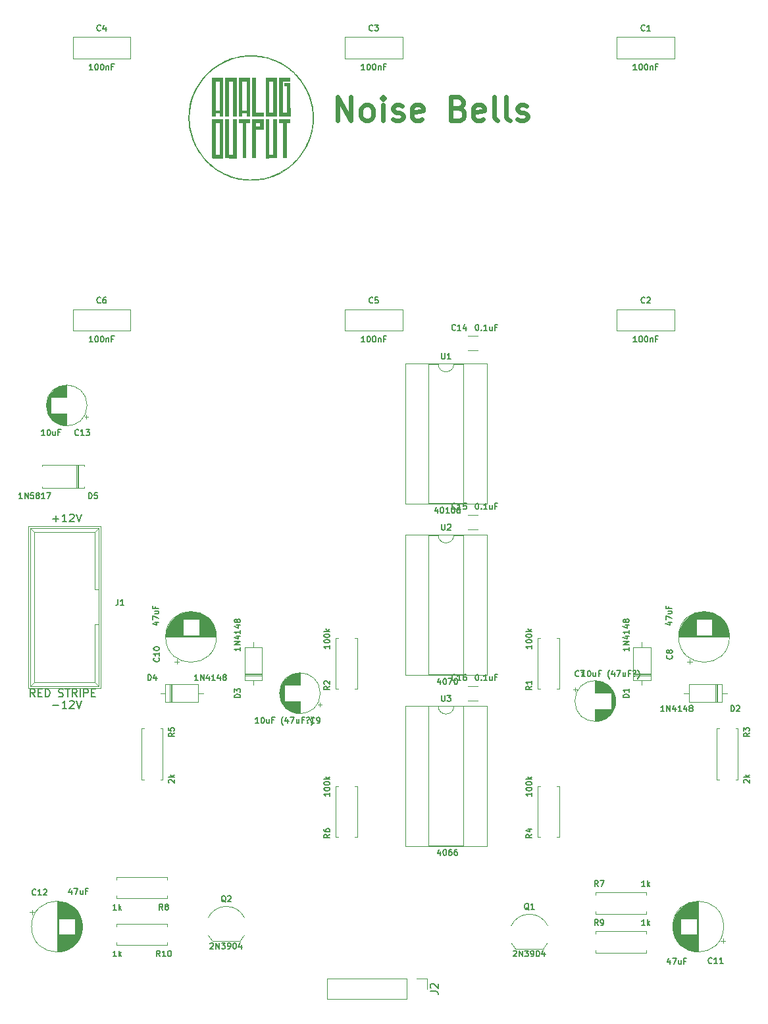
<source format=gbr>
G04 #@! TF.GenerationSoftware,KiCad,Pcbnew,5.1.6-c6e7f7d~87~ubuntu20.04.1*
G04 #@! TF.CreationDate,2020-10-18T19:21:13-04:00*
G04 #@! TF.ProjectId,noisebells,6e6f6973-6562-4656-9c6c-732e6b696361,rev?*
G04 #@! TF.SameCoordinates,Original*
G04 #@! TF.FileFunction,Legend,Top*
G04 #@! TF.FilePolarity,Positive*
%FSLAX46Y46*%
G04 Gerber Fmt 4.6, Leading zero omitted, Abs format (unit mm)*
G04 Created by KiCad (PCBNEW 5.1.6-c6e7f7d~87~ubuntu20.04.1) date 2020-10-18 19:21:13*
%MOMM*%
%LPD*%
G01*
G04 APERTURE LIST*
%ADD10C,0.600000*%
%ADD11C,0.120000*%
%ADD12C,0.010000*%
%ADD13C,0.150000*%
G04 APERTURE END LIST*
D10*
X201857142Y-94757142D02*
X201857142Y-91757142D01*
X203571428Y-94757142D01*
X203571428Y-91757142D01*
X205428571Y-94757142D02*
X205142857Y-94614285D01*
X205000000Y-94471428D01*
X204857142Y-94185714D01*
X204857142Y-93328571D01*
X205000000Y-93042857D01*
X205142857Y-92900000D01*
X205428571Y-92757142D01*
X205857142Y-92757142D01*
X206142857Y-92900000D01*
X206285714Y-93042857D01*
X206428571Y-93328571D01*
X206428571Y-94185714D01*
X206285714Y-94471428D01*
X206142857Y-94614285D01*
X205857142Y-94757142D01*
X205428571Y-94757142D01*
X207714285Y-94757142D02*
X207714285Y-92757142D01*
X207714285Y-91757142D02*
X207571428Y-91900000D01*
X207714285Y-92042857D01*
X207857142Y-91900000D01*
X207714285Y-91757142D01*
X207714285Y-92042857D01*
X209000000Y-94614285D02*
X209285714Y-94757142D01*
X209857142Y-94757142D01*
X210142857Y-94614285D01*
X210285714Y-94328571D01*
X210285714Y-94185714D01*
X210142857Y-93900000D01*
X209857142Y-93757142D01*
X209428571Y-93757142D01*
X209142857Y-93614285D01*
X209000000Y-93328571D01*
X209000000Y-93185714D01*
X209142857Y-92900000D01*
X209428571Y-92757142D01*
X209857142Y-92757142D01*
X210142857Y-92900000D01*
X212714285Y-94614285D02*
X212428571Y-94757142D01*
X211857142Y-94757142D01*
X211571428Y-94614285D01*
X211428571Y-94328571D01*
X211428571Y-93185714D01*
X211571428Y-92900000D01*
X211857142Y-92757142D01*
X212428571Y-92757142D01*
X212714285Y-92900000D01*
X212857142Y-93185714D01*
X212857142Y-93471428D01*
X211428571Y-93757142D01*
X217428571Y-93185714D02*
X217857142Y-93328571D01*
X218000000Y-93471428D01*
X218142857Y-93757142D01*
X218142857Y-94185714D01*
X218000000Y-94471428D01*
X217857142Y-94614285D01*
X217571428Y-94757142D01*
X216428571Y-94757142D01*
X216428571Y-91757142D01*
X217428571Y-91757142D01*
X217714285Y-91900000D01*
X217857142Y-92042857D01*
X218000000Y-92328571D01*
X218000000Y-92614285D01*
X217857142Y-92900000D01*
X217714285Y-93042857D01*
X217428571Y-93185714D01*
X216428571Y-93185714D01*
X220571428Y-94614285D02*
X220285714Y-94757142D01*
X219714285Y-94757142D01*
X219428571Y-94614285D01*
X219285714Y-94328571D01*
X219285714Y-93185714D01*
X219428571Y-92900000D01*
X219714285Y-92757142D01*
X220285714Y-92757142D01*
X220571428Y-92900000D01*
X220714285Y-93185714D01*
X220714285Y-93471428D01*
X219285714Y-93757142D01*
X222428571Y-94757142D02*
X222142857Y-94614285D01*
X222000000Y-94328571D01*
X222000000Y-91757142D01*
X224000000Y-94757142D02*
X223714285Y-94614285D01*
X223571428Y-94328571D01*
X223571428Y-91757142D01*
X225000000Y-94614285D02*
X225285714Y-94757142D01*
X225857142Y-94757142D01*
X226142857Y-94614285D01*
X226285714Y-94328571D01*
X226285714Y-94185714D01*
X226142857Y-93900000D01*
X225857142Y-93757142D01*
X225428571Y-93757142D01*
X225142857Y-93614285D01*
X225000000Y-93328571D01*
X225000000Y-93185714D01*
X225142857Y-92900000D01*
X225428571Y-92757142D01*
X225857142Y-92757142D01*
X226142857Y-92900000D01*
D11*
X216810000Y-170070000D02*
G75*
G02*
X214810000Y-170070000I-1000000J0D01*
G01*
X214810000Y-170070000D02*
X213560000Y-170070000D01*
X213560000Y-170070000D02*
X213560000Y-187970000D01*
X213560000Y-187970000D02*
X218060000Y-187970000D01*
X218060000Y-187970000D02*
X218060000Y-170070000D01*
X218060000Y-170070000D02*
X216810000Y-170070000D01*
X210560000Y-170010000D02*
X210560000Y-188030000D01*
X210560000Y-188030000D02*
X221060000Y-188030000D01*
X221060000Y-188030000D02*
X221060000Y-170010000D01*
X221060000Y-170010000D02*
X210560000Y-170010000D01*
X235040000Y-199360000D02*
X235040000Y-199030000D01*
X235040000Y-199030000D02*
X241580000Y-199030000D01*
X241580000Y-199030000D02*
X241580000Y-199360000D01*
X235040000Y-201440000D02*
X235040000Y-201770000D01*
X235040000Y-201770000D02*
X241580000Y-201770000D01*
X241580000Y-201770000D02*
X241580000Y-201440000D01*
X252270000Y-161150000D02*
G75*
G03*
X252270000Y-161150000I-3270000J0D01*
G01*
X245770000Y-161150000D02*
X252230000Y-161150000D01*
X245770000Y-161110000D02*
X252230000Y-161110000D01*
X245770000Y-161070000D02*
X252230000Y-161070000D01*
X245772000Y-161030000D02*
X252228000Y-161030000D01*
X245773000Y-160990000D02*
X252227000Y-160990000D01*
X245776000Y-160950000D02*
X252224000Y-160950000D01*
X245778000Y-160910000D02*
X247960000Y-160910000D01*
X250040000Y-160910000D02*
X252222000Y-160910000D01*
X245782000Y-160870000D02*
X247960000Y-160870000D01*
X250040000Y-160870000D02*
X252218000Y-160870000D01*
X245785000Y-160830000D02*
X247960000Y-160830000D01*
X250040000Y-160830000D02*
X252215000Y-160830000D01*
X245789000Y-160790000D02*
X247960000Y-160790000D01*
X250040000Y-160790000D02*
X252211000Y-160790000D01*
X245794000Y-160750000D02*
X247960000Y-160750000D01*
X250040000Y-160750000D02*
X252206000Y-160750000D01*
X245799000Y-160710000D02*
X247960000Y-160710000D01*
X250040000Y-160710000D02*
X252201000Y-160710000D01*
X245805000Y-160670000D02*
X247960000Y-160670000D01*
X250040000Y-160670000D02*
X252195000Y-160670000D01*
X245811000Y-160630000D02*
X247960000Y-160630000D01*
X250040000Y-160630000D02*
X252189000Y-160630000D01*
X245818000Y-160590000D02*
X247960000Y-160590000D01*
X250040000Y-160590000D02*
X252182000Y-160590000D01*
X245825000Y-160550000D02*
X247960000Y-160550000D01*
X250040000Y-160550000D02*
X252175000Y-160550000D01*
X245833000Y-160510000D02*
X247960000Y-160510000D01*
X250040000Y-160510000D02*
X252167000Y-160510000D01*
X245841000Y-160470000D02*
X247960000Y-160470000D01*
X250040000Y-160470000D02*
X252159000Y-160470000D01*
X245850000Y-160429000D02*
X247960000Y-160429000D01*
X250040000Y-160429000D02*
X252150000Y-160429000D01*
X245859000Y-160389000D02*
X247960000Y-160389000D01*
X250040000Y-160389000D02*
X252141000Y-160389000D01*
X245869000Y-160349000D02*
X247960000Y-160349000D01*
X250040000Y-160349000D02*
X252131000Y-160349000D01*
X245879000Y-160309000D02*
X247960000Y-160309000D01*
X250040000Y-160309000D02*
X252121000Y-160309000D01*
X245890000Y-160269000D02*
X247960000Y-160269000D01*
X250040000Y-160269000D02*
X252110000Y-160269000D01*
X245902000Y-160229000D02*
X247960000Y-160229000D01*
X250040000Y-160229000D02*
X252098000Y-160229000D01*
X245914000Y-160189000D02*
X247960000Y-160189000D01*
X250040000Y-160189000D02*
X252086000Y-160189000D01*
X245926000Y-160149000D02*
X247960000Y-160149000D01*
X250040000Y-160149000D02*
X252074000Y-160149000D01*
X245939000Y-160109000D02*
X247960000Y-160109000D01*
X250040000Y-160109000D02*
X252061000Y-160109000D01*
X245953000Y-160069000D02*
X247960000Y-160069000D01*
X250040000Y-160069000D02*
X252047000Y-160069000D01*
X245967000Y-160029000D02*
X247960000Y-160029000D01*
X250040000Y-160029000D02*
X252033000Y-160029000D01*
X245982000Y-159989000D02*
X247960000Y-159989000D01*
X250040000Y-159989000D02*
X252018000Y-159989000D01*
X245998000Y-159949000D02*
X247960000Y-159949000D01*
X250040000Y-159949000D02*
X252002000Y-159949000D01*
X246014000Y-159909000D02*
X247960000Y-159909000D01*
X250040000Y-159909000D02*
X251986000Y-159909000D01*
X246030000Y-159869000D02*
X247960000Y-159869000D01*
X250040000Y-159869000D02*
X251970000Y-159869000D01*
X246048000Y-159829000D02*
X247960000Y-159829000D01*
X250040000Y-159829000D02*
X251952000Y-159829000D01*
X246066000Y-159789000D02*
X247960000Y-159789000D01*
X250040000Y-159789000D02*
X251934000Y-159789000D01*
X246084000Y-159749000D02*
X247960000Y-159749000D01*
X250040000Y-159749000D02*
X251916000Y-159749000D01*
X246104000Y-159709000D02*
X247960000Y-159709000D01*
X250040000Y-159709000D02*
X251896000Y-159709000D01*
X246124000Y-159669000D02*
X247960000Y-159669000D01*
X250040000Y-159669000D02*
X251876000Y-159669000D01*
X246144000Y-159629000D02*
X247960000Y-159629000D01*
X250040000Y-159629000D02*
X251856000Y-159629000D01*
X246166000Y-159589000D02*
X247960000Y-159589000D01*
X250040000Y-159589000D02*
X251834000Y-159589000D01*
X246188000Y-159549000D02*
X247960000Y-159549000D01*
X250040000Y-159549000D02*
X251812000Y-159549000D01*
X246210000Y-159509000D02*
X247960000Y-159509000D01*
X250040000Y-159509000D02*
X251790000Y-159509000D01*
X246234000Y-159469000D02*
X247960000Y-159469000D01*
X250040000Y-159469000D02*
X251766000Y-159469000D01*
X246258000Y-159429000D02*
X247960000Y-159429000D01*
X250040000Y-159429000D02*
X251742000Y-159429000D01*
X246284000Y-159389000D02*
X247960000Y-159389000D01*
X250040000Y-159389000D02*
X251716000Y-159389000D01*
X246310000Y-159349000D02*
X247960000Y-159349000D01*
X250040000Y-159349000D02*
X251690000Y-159349000D01*
X246336000Y-159309000D02*
X247960000Y-159309000D01*
X250040000Y-159309000D02*
X251664000Y-159309000D01*
X246364000Y-159269000D02*
X247960000Y-159269000D01*
X250040000Y-159269000D02*
X251636000Y-159269000D01*
X246393000Y-159229000D02*
X247960000Y-159229000D01*
X250040000Y-159229000D02*
X251607000Y-159229000D01*
X246422000Y-159189000D02*
X247960000Y-159189000D01*
X250040000Y-159189000D02*
X251578000Y-159189000D01*
X246452000Y-159149000D02*
X247960000Y-159149000D01*
X250040000Y-159149000D02*
X251548000Y-159149000D01*
X246484000Y-159109000D02*
X247960000Y-159109000D01*
X250040000Y-159109000D02*
X251516000Y-159109000D01*
X246516000Y-159069000D02*
X247960000Y-159069000D01*
X250040000Y-159069000D02*
X251484000Y-159069000D01*
X246550000Y-159029000D02*
X247960000Y-159029000D01*
X250040000Y-159029000D02*
X251450000Y-159029000D01*
X246584000Y-158989000D02*
X247960000Y-158989000D01*
X250040000Y-158989000D02*
X251416000Y-158989000D01*
X246620000Y-158949000D02*
X247960000Y-158949000D01*
X250040000Y-158949000D02*
X251380000Y-158949000D01*
X246657000Y-158909000D02*
X247960000Y-158909000D01*
X250040000Y-158909000D02*
X251343000Y-158909000D01*
X246695000Y-158869000D02*
X247960000Y-158869000D01*
X250040000Y-158869000D02*
X251305000Y-158869000D01*
X246735000Y-158829000D02*
X251265000Y-158829000D01*
X246776000Y-158789000D02*
X251224000Y-158789000D01*
X246818000Y-158749000D02*
X251182000Y-158749000D01*
X246863000Y-158709000D02*
X251137000Y-158709000D01*
X246908000Y-158669000D02*
X251092000Y-158669000D01*
X246956000Y-158629000D02*
X251044000Y-158629000D01*
X247005000Y-158589000D02*
X250995000Y-158589000D01*
X247056000Y-158549000D02*
X250944000Y-158549000D01*
X247110000Y-158509000D02*
X250890000Y-158509000D01*
X247166000Y-158469000D02*
X250834000Y-158469000D01*
X247224000Y-158429000D02*
X250776000Y-158429000D01*
X247286000Y-158389000D02*
X250714000Y-158389000D01*
X247350000Y-158349000D02*
X250650000Y-158349000D01*
X247419000Y-158309000D02*
X250581000Y-158309000D01*
X247491000Y-158269000D02*
X250509000Y-158269000D01*
X247568000Y-158229000D02*
X250432000Y-158229000D01*
X247650000Y-158189000D02*
X250350000Y-158189000D01*
X247738000Y-158149000D02*
X250262000Y-158149000D01*
X247835000Y-158109000D02*
X250165000Y-158109000D01*
X247941000Y-158069000D02*
X250059000Y-158069000D01*
X248060000Y-158029000D02*
X249940000Y-158029000D01*
X248198000Y-157989000D02*
X249802000Y-157989000D01*
X248367000Y-157949000D02*
X249633000Y-157949000D01*
X248598000Y-157909000D02*
X249402000Y-157909000D01*
X247161000Y-164650241D02*
X247161000Y-164020241D01*
X246846000Y-164335241D02*
X247476000Y-164335241D01*
X186270000Y-161150000D02*
G75*
G03*
X186270000Y-161150000I-3270000J0D01*
G01*
X179770000Y-161150000D02*
X186230000Y-161150000D01*
X179770000Y-161110000D02*
X186230000Y-161110000D01*
X179770000Y-161070000D02*
X186230000Y-161070000D01*
X179772000Y-161030000D02*
X186228000Y-161030000D01*
X179773000Y-160990000D02*
X186227000Y-160990000D01*
X179776000Y-160950000D02*
X186224000Y-160950000D01*
X179778000Y-160910000D02*
X181960000Y-160910000D01*
X184040000Y-160910000D02*
X186222000Y-160910000D01*
X179782000Y-160870000D02*
X181960000Y-160870000D01*
X184040000Y-160870000D02*
X186218000Y-160870000D01*
X179785000Y-160830000D02*
X181960000Y-160830000D01*
X184040000Y-160830000D02*
X186215000Y-160830000D01*
X179789000Y-160790000D02*
X181960000Y-160790000D01*
X184040000Y-160790000D02*
X186211000Y-160790000D01*
X179794000Y-160750000D02*
X181960000Y-160750000D01*
X184040000Y-160750000D02*
X186206000Y-160750000D01*
X179799000Y-160710000D02*
X181960000Y-160710000D01*
X184040000Y-160710000D02*
X186201000Y-160710000D01*
X179805000Y-160670000D02*
X181960000Y-160670000D01*
X184040000Y-160670000D02*
X186195000Y-160670000D01*
X179811000Y-160630000D02*
X181960000Y-160630000D01*
X184040000Y-160630000D02*
X186189000Y-160630000D01*
X179818000Y-160590000D02*
X181960000Y-160590000D01*
X184040000Y-160590000D02*
X186182000Y-160590000D01*
X179825000Y-160550000D02*
X181960000Y-160550000D01*
X184040000Y-160550000D02*
X186175000Y-160550000D01*
X179833000Y-160510000D02*
X181960000Y-160510000D01*
X184040000Y-160510000D02*
X186167000Y-160510000D01*
X179841000Y-160470000D02*
X181960000Y-160470000D01*
X184040000Y-160470000D02*
X186159000Y-160470000D01*
X179850000Y-160429000D02*
X181960000Y-160429000D01*
X184040000Y-160429000D02*
X186150000Y-160429000D01*
X179859000Y-160389000D02*
X181960000Y-160389000D01*
X184040000Y-160389000D02*
X186141000Y-160389000D01*
X179869000Y-160349000D02*
X181960000Y-160349000D01*
X184040000Y-160349000D02*
X186131000Y-160349000D01*
X179879000Y-160309000D02*
X181960000Y-160309000D01*
X184040000Y-160309000D02*
X186121000Y-160309000D01*
X179890000Y-160269000D02*
X181960000Y-160269000D01*
X184040000Y-160269000D02*
X186110000Y-160269000D01*
X179902000Y-160229000D02*
X181960000Y-160229000D01*
X184040000Y-160229000D02*
X186098000Y-160229000D01*
X179914000Y-160189000D02*
X181960000Y-160189000D01*
X184040000Y-160189000D02*
X186086000Y-160189000D01*
X179926000Y-160149000D02*
X181960000Y-160149000D01*
X184040000Y-160149000D02*
X186074000Y-160149000D01*
X179939000Y-160109000D02*
X181960000Y-160109000D01*
X184040000Y-160109000D02*
X186061000Y-160109000D01*
X179953000Y-160069000D02*
X181960000Y-160069000D01*
X184040000Y-160069000D02*
X186047000Y-160069000D01*
X179967000Y-160029000D02*
X181960000Y-160029000D01*
X184040000Y-160029000D02*
X186033000Y-160029000D01*
X179982000Y-159989000D02*
X181960000Y-159989000D01*
X184040000Y-159989000D02*
X186018000Y-159989000D01*
X179998000Y-159949000D02*
X181960000Y-159949000D01*
X184040000Y-159949000D02*
X186002000Y-159949000D01*
X180014000Y-159909000D02*
X181960000Y-159909000D01*
X184040000Y-159909000D02*
X185986000Y-159909000D01*
X180030000Y-159869000D02*
X181960000Y-159869000D01*
X184040000Y-159869000D02*
X185970000Y-159869000D01*
X180048000Y-159829000D02*
X181960000Y-159829000D01*
X184040000Y-159829000D02*
X185952000Y-159829000D01*
X180066000Y-159789000D02*
X181960000Y-159789000D01*
X184040000Y-159789000D02*
X185934000Y-159789000D01*
X180084000Y-159749000D02*
X181960000Y-159749000D01*
X184040000Y-159749000D02*
X185916000Y-159749000D01*
X180104000Y-159709000D02*
X181960000Y-159709000D01*
X184040000Y-159709000D02*
X185896000Y-159709000D01*
X180124000Y-159669000D02*
X181960000Y-159669000D01*
X184040000Y-159669000D02*
X185876000Y-159669000D01*
X180144000Y-159629000D02*
X181960000Y-159629000D01*
X184040000Y-159629000D02*
X185856000Y-159629000D01*
X180166000Y-159589000D02*
X181960000Y-159589000D01*
X184040000Y-159589000D02*
X185834000Y-159589000D01*
X180188000Y-159549000D02*
X181960000Y-159549000D01*
X184040000Y-159549000D02*
X185812000Y-159549000D01*
X180210000Y-159509000D02*
X181960000Y-159509000D01*
X184040000Y-159509000D02*
X185790000Y-159509000D01*
X180234000Y-159469000D02*
X181960000Y-159469000D01*
X184040000Y-159469000D02*
X185766000Y-159469000D01*
X180258000Y-159429000D02*
X181960000Y-159429000D01*
X184040000Y-159429000D02*
X185742000Y-159429000D01*
X180284000Y-159389000D02*
X181960000Y-159389000D01*
X184040000Y-159389000D02*
X185716000Y-159389000D01*
X180310000Y-159349000D02*
X181960000Y-159349000D01*
X184040000Y-159349000D02*
X185690000Y-159349000D01*
X180336000Y-159309000D02*
X181960000Y-159309000D01*
X184040000Y-159309000D02*
X185664000Y-159309000D01*
X180364000Y-159269000D02*
X181960000Y-159269000D01*
X184040000Y-159269000D02*
X185636000Y-159269000D01*
X180393000Y-159229000D02*
X181960000Y-159229000D01*
X184040000Y-159229000D02*
X185607000Y-159229000D01*
X180422000Y-159189000D02*
X181960000Y-159189000D01*
X184040000Y-159189000D02*
X185578000Y-159189000D01*
X180452000Y-159149000D02*
X181960000Y-159149000D01*
X184040000Y-159149000D02*
X185548000Y-159149000D01*
X180484000Y-159109000D02*
X181960000Y-159109000D01*
X184040000Y-159109000D02*
X185516000Y-159109000D01*
X180516000Y-159069000D02*
X181960000Y-159069000D01*
X184040000Y-159069000D02*
X185484000Y-159069000D01*
X180550000Y-159029000D02*
X181960000Y-159029000D01*
X184040000Y-159029000D02*
X185450000Y-159029000D01*
X180584000Y-158989000D02*
X181960000Y-158989000D01*
X184040000Y-158989000D02*
X185416000Y-158989000D01*
X180620000Y-158949000D02*
X181960000Y-158949000D01*
X184040000Y-158949000D02*
X185380000Y-158949000D01*
X180657000Y-158909000D02*
X181960000Y-158909000D01*
X184040000Y-158909000D02*
X185343000Y-158909000D01*
X180695000Y-158869000D02*
X181960000Y-158869000D01*
X184040000Y-158869000D02*
X185305000Y-158869000D01*
X180735000Y-158829000D02*
X185265000Y-158829000D01*
X180776000Y-158789000D02*
X185224000Y-158789000D01*
X180818000Y-158749000D02*
X185182000Y-158749000D01*
X180863000Y-158709000D02*
X185137000Y-158709000D01*
X180908000Y-158669000D02*
X185092000Y-158669000D01*
X180956000Y-158629000D02*
X185044000Y-158629000D01*
X181005000Y-158589000D02*
X184995000Y-158589000D01*
X181056000Y-158549000D02*
X184944000Y-158549000D01*
X181110000Y-158509000D02*
X184890000Y-158509000D01*
X181166000Y-158469000D02*
X184834000Y-158469000D01*
X181224000Y-158429000D02*
X184776000Y-158429000D01*
X181286000Y-158389000D02*
X184714000Y-158389000D01*
X181350000Y-158349000D02*
X184650000Y-158349000D01*
X181419000Y-158309000D02*
X184581000Y-158309000D01*
X181491000Y-158269000D02*
X184509000Y-158269000D01*
X181568000Y-158229000D02*
X184432000Y-158229000D01*
X181650000Y-158189000D02*
X184350000Y-158189000D01*
X181738000Y-158149000D02*
X184262000Y-158149000D01*
X181835000Y-158109000D02*
X184165000Y-158109000D01*
X181941000Y-158069000D02*
X184059000Y-158069000D01*
X182060000Y-158029000D02*
X183940000Y-158029000D01*
X182198000Y-157989000D02*
X183802000Y-157989000D01*
X182367000Y-157949000D02*
X183633000Y-157949000D01*
X182598000Y-157909000D02*
X183402000Y-157909000D01*
X181161000Y-164650241D02*
X181161000Y-164020241D01*
X180846000Y-164335241D02*
X181476000Y-164335241D01*
X169298000Y-141864000D02*
X169298000Y-141994000D01*
X169298000Y-141994000D02*
X163858000Y-141994000D01*
X163858000Y-141994000D02*
X163858000Y-141864000D01*
X169298000Y-139184000D02*
X169298000Y-139054000D01*
X169298000Y-139054000D02*
X163858000Y-139054000D01*
X163858000Y-139054000D02*
X163858000Y-139184000D01*
X168398000Y-141994000D02*
X168398000Y-139054000D01*
X168278000Y-141994000D02*
X168278000Y-139054000D01*
X168518000Y-141994000D02*
X168518000Y-139054000D01*
X200510000Y-205070000D02*
X200510000Y-207730000D01*
X210730000Y-205070000D02*
X200510000Y-205070000D01*
X210730000Y-207730000D02*
X200510000Y-207730000D01*
X210730000Y-205070000D02*
X210730000Y-207730000D01*
X212000000Y-205070000D02*
X213330000Y-205070000D01*
X213330000Y-205070000D02*
X213330000Y-206400000D01*
X218621000Y-167480000D02*
X219879000Y-167480000D01*
X218621000Y-169320000D02*
X219879000Y-169320000D01*
X218621000Y-145480000D02*
X219879000Y-145480000D01*
X218621000Y-147320000D02*
X219879000Y-147320000D01*
X179960000Y-200440000D02*
X179960000Y-200770000D01*
X179960000Y-200770000D02*
X173420000Y-200770000D01*
X173420000Y-200770000D02*
X173420000Y-200440000D01*
X179960000Y-198360000D02*
X179960000Y-198030000D01*
X179960000Y-198030000D02*
X173420000Y-198030000D01*
X173420000Y-198030000D02*
X173420000Y-198360000D01*
X167780000Y-119030000D02*
X175220000Y-119030000D01*
X167780000Y-121770000D02*
X175220000Y-121770000D01*
X167780000Y-119030000D02*
X167780000Y-121770000D01*
X175220000Y-119030000D02*
X175220000Y-121770000D01*
X228864184Y-200522795D02*
G75*
G02*
X228340000Y-201250000I-2324184J1122795D01*
G01*
X228896400Y-198301193D02*
G75*
G03*
X226540000Y-196800000I-2356400J-1098807D01*
G01*
X224183600Y-198301193D02*
G75*
G02*
X226540000Y-196800000I2356400J-1098807D01*
G01*
X224215816Y-200522795D02*
G75*
G03*
X224740000Y-201250000I2324184J1122795D01*
G01*
X224740000Y-201250000D02*
X228340000Y-201250000D01*
X199620000Y-168400000D02*
G75*
G03*
X199620000Y-168400000I-2620000J0D01*
G01*
X197000000Y-167360000D02*
X197000000Y-165820000D01*
X197000000Y-170980000D02*
X197000000Y-169440000D01*
X196960000Y-167360000D02*
X196960000Y-165820000D01*
X196960000Y-170980000D02*
X196960000Y-169440000D01*
X196920000Y-170979000D02*
X196920000Y-169440000D01*
X196920000Y-167360000D02*
X196920000Y-165821000D01*
X196880000Y-170978000D02*
X196880000Y-169440000D01*
X196880000Y-167360000D02*
X196880000Y-165822000D01*
X196840000Y-170976000D02*
X196840000Y-169440000D01*
X196840000Y-167360000D02*
X196840000Y-165824000D01*
X196800000Y-170973000D02*
X196800000Y-169440000D01*
X196800000Y-167360000D02*
X196800000Y-165827000D01*
X196760000Y-170969000D02*
X196760000Y-169440000D01*
X196760000Y-167360000D02*
X196760000Y-165831000D01*
X196720000Y-170965000D02*
X196720000Y-169440000D01*
X196720000Y-167360000D02*
X196720000Y-165835000D01*
X196680000Y-170961000D02*
X196680000Y-169440000D01*
X196680000Y-167360000D02*
X196680000Y-165839000D01*
X196640000Y-170956000D02*
X196640000Y-169440000D01*
X196640000Y-167360000D02*
X196640000Y-165844000D01*
X196600000Y-170950000D02*
X196600000Y-169440000D01*
X196600000Y-167360000D02*
X196600000Y-165850000D01*
X196560000Y-170943000D02*
X196560000Y-169440000D01*
X196560000Y-167360000D02*
X196560000Y-165857000D01*
X196520000Y-170936000D02*
X196520000Y-169440000D01*
X196520000Y-167360000D02*
X196520000Y-165864000D01*
X196480000Y-170928000D02*
X196480000Y-169440000D01*
X196480000Y-167360000D02*
X196480000Y-165872000D01*
X196440000Y-170920000D02*
X196440000Y-169440000D01*
X196440000Y-167360000D02*
X196440000Y-165880000D01*
X196400000Y-170911000D02*
X196400000Y-169440000D01*
X196400000Y-167360000D02*
X196400000Y-165889000D01*
X196360000Y-170901000D02*
X196360000Y-169440000D01*
X196360000Y-167360000D02*
X196360000Y-165899000D01*
X196320000Y-170891000D02*
X196320000Y-169440000D01*
X196320000Y-167360000D02*
X196320000Y-165909000D01*
X196279000Y-170880000D02*
X196279000Y-169440000D01*
X196279000Y-167360000D02*
X196279000Y-165920000D01*
X196239000Y-170868000D02*
X196239000Y-169440000D01*
X196239000Y-167360000D02*
X196239000Y-165932000D01*
X196199000Y-170855000D02*
X196199000Y-169440000D01*
X196199000Y-167360000D02*
X196199000Y-165945000D01*
X196159000Y-170842000D02*
X196159000Y-169440000D01*
X196159000Y-167360000D02*
X196159000Y-165958000D01*
X196119000Y-170828000D02*
X196119000Y-169440000D01*
X196119000Y-167360000D02*
X196119000Y-165972000D01*
X196079000Y-170814000D02*
X196079000Y-169440000D01*
X196079000Y-167360000D02*
X196079000Y-165986000D01*
X196039000Y-170798000D02*
X196039000Y-169440000D01*
X196039000Y-167360000D02*
X196039000Y-166002000D01*
X195999000Y-170782000D02*
X195999000Y-169440000D01*
X195999000Y-167360000D02*
X195999000Y-166018000D01*
X195959000Y-170765000D02*
X195959000Y-169440000D01*
X195959000Y-167360000D02*
X195959000Y-166035000D01*
X195919000Y-170748000D02*
X195919000Y-169440000D01*
X195919000Y-167360000D02*
X195919000Y-166052000D01*
X195879000Y-170729000D02*
X195879000Y-169440000D01*
X195879000Y-167360000D02*
X195879000Y-166071000D01*
X195839000Y-170710000D02*
X195839000Y-169440000D01*
X195839000Y-167360000D02*
X195839000Y-166090000D01*
X195799000Y-170690000D02*
X195799000Y-169440000D01*
X195799000Y-167360000D02*
X195799000Y-166110000D01*
X195759000Y-170668000D02*
X195759000Y-169440000D01*
X195759000Y-167360000D02*
X195759000Y-166132000D01*
X195719000Y-170647000D02*
X195719000Y-169440000D01*
X195719000Y-167360000D02*
X195719000Y-166153000D01*
X195679000Y-170624000D02*
X195679000Y-169440000D01*
X195679000Y-167360000D02*
X195679000Y-166176000D01*
X195639000Y-170600000D02*
X195639000Y-169440000D01*
X195639000Y-167360000D02*
X195639000Y-166200000D01*
X195599000Y-170575000D02*
X195599000Y-169440000D01*
X195599000Y-167360000D02*
X195599000Y-166225000D01*
X195559000Y-170549000D02*
X195559000Y-169440000D01*
X195559000Y-167360000D02*
X195559000Y-166251000D01*
X195519000Y-170522000D02*
X195519000Y-169440000D01*
X195519000Y-167360000D02*
X195519000Y-166278000D01*
X195479000Y-170495000D02*
X195479000Y-169440000D01*
X195479000Y-167360000D02*
X195479000Y-166305000D01*
X195439000Y-170465000D02*
X195439000Y-169440000D01*
X195439000Y-167360000D02*
X195439000Y-166335000D01*
X195399000Y-170435000D02*
X195399000Y-169440000D01*
X195399000Y-167360000D02*
X195399000Y-166365000D01*
X195359000Y-170404000D02*
X195359000Y-169440000D01*
X195359000Y-167360000D02*
X195359000Y-166396000D01*
X195319000Y-170371000D02*
X195319000Y-169440000D01*
X195319000Y-167360000D02*
X195319000Y-166429000D01*
X195279000Y-170337000D02*
X195279000Y-169440000D01*
X195279000Y-167360000D02*
X195279000Y-166463000D01*
X195239000Y-170301000D02*
X195239000Y-169440000D01*
X195239000Y-167360000D02*
X195239000Y-166499000D01*
X195199000Y-170264000D02*
X195199000Y-169440000D01*
X195199000Y-167360000D02*
X195199000Y-166536000D01*
X195159000Y-170226000D02*
X195159000Y-169440000D01*
X195159000Y-167360000D02*
X195159000Y-166574000D01*
X195119000Y-170185000D02*
X195119000Y-169440000D01*
X195119000Y-167360000D02*
X195119000Y-166615000D01*
X195079000Y-170143000D02*
X195079000Y-169440000D01*
X195079000Y-167360000D02*
X195079000Y-166657000D01*
X195039000Y-170099000D02*
X195039000Y-169440000D01*
X195039000Y-167360000D02*
X195039000Y-166701000D01*
X194999000Y-170053000D02*
X194999000Y-169440000D01*
X194999000Y-167360000D02*
X194999000Y-166747000D01*
X194959000Y-170005000D02*
X194959000Y-166795000D01*
X194919000Y-169954000D02*
X194919000Y-166846000D01*
X194879000Y-169900000D02*
X194879000Y-166900000D01*
X194839000Y-169843000D02*
X194839000Y-166957000D01*
X194799000Y-169783000D02*
X194799000Y-167017000D01*
X194759000Y-169719000D02*
X194759000Y-167081000D01*
X194719000Y-169651000D02*
X194719000Y-167149000D01*
X194679000Y-169578000D02*
X194679000Y-167222000D01*
X194639000Y-169498000D02*
X194639000Y-167302000D01*
X194599000Y-169411000D02*
X194599000Y-167389000D01*
X194559000Y-169315000D02*
X194559000Y-167485000D01*
X194519000Y-169205000D02*
X194519000Y-167595000D01*
X194479000Y-169077000D02*
X194479000Y-167723000D01*
X194439000Y-168918000D02*
X194439000Y-167882000D01*
X194399000Y-168684000D02*
X194399000Y-168116000D01*
X199804775Y-169875000D02*
X199304775Y-169875000D01*
X199554775Y-170125000D02*
X199554775Y-169625000D01*
X251310000Y-169520000D02*
X251310000Y-167280000D01*
X251310000Y-167280000D02*
X247070000Y-167280000D01*
X247070000Y-167280000D02*
X247070000Y-169520000D01*
X247070000Y-169520000D02*
X251310000Y-169520000D01*
X251960000Y-168400000D02*
X251310000Y-168400000D01*
X246420000Y-168400000D02*
X247070000Y-168400000D01*
X250590000Y-169520000D02*
X250590000Y-167280000D01*
X250470000Y-169520000D02*
X250470000Y-167280000D01*
X250710000Y-169520000D02*
X250710000Y-167280000D01*
X227960000Y-167860000D02*
X227630000Y-167860000D01*
X227630000Y-167860000D02*
X227630000Y-161320000D01*
X227630000Y-161320000D02*
X227960000Y-161320000D01*
X230040000Y-167860000D02*
X230370000Y-167860000D01*
X230370000Y-167860000D02*
X230370000Y-161320000D01*
X230370000Y-161320000D02*
X230040000Y-161320000D01*
X216810000Y-148070000D02*
G75*
G02*
X214810000Y-148070000I-1000000J0D01*
G01*
X214810000Y-148070000D02*
X213560000Y-148070000D01*
X213560000Y-148070000D02*
X213560000Y-165970000D01*
X213560000Y-165970000D02*
X218060000Y-165970000D01*
X218060000Y-165970000D02*
X218060000Y-148070000D01*
X218060000Y-148070000D02*
X216810000Y-148070000D01*
X210560000Y-148010000D02*
X210560000Y-166030000D01*
X210560000Y-166030000D02*
X221060000Y-166030000D01*
X221060000Y-166030000D02*
X221060000Y-148010000D01*
X221060000Y-148010000D02*
X210560000Y-148010000D01*
X202780000Y-84030000D02*
X210220000Y-84030000D01*
X202780000Y-86770000D02*
X210220000Y-86770000D01*
X202780000Y-84030000D02*
X202780000Y-86770000D01*
X210220000Y-84030000D02*
X210220000Y-86770000D01*
X237780000Y-119030000D02*
X245220000Y-119030000D01*
X237780000Y-121770000D02*
X245220000Y-121770000D01*
X237780000Y-119030000D02*
X237780000Y-121770000D01*
X245220000Y-119030000D02*
X245220000Y-121770000D01*
X167780000Y-84030000D02*
X175220000Y-84030000D01*
X167780000Y-86770000D02*
X175220000Y-86770000D01*
X167780000Y-84030000D02*
X167780000Y-86770000D01*
X175220000Y-84030000D02*
X175220000Y-86770000D01*
X202780000Y-119030000D02*
X210220000Y-119030000D01*
X202780000Y-121770000D02*
X210220000Y-121770000D01*
X202780000Y-119030000D02*
X202780000Y-121770000D01*
X210220000Y-119030000D02*
X210220000Y-121770000D01*
X169620000Y-131400000D02*
G75*
G03*
X169620000Y-131400000I-2620000J0D01*
G01*
X167000000Y-130360000D02*
X167000000Y-128820000D01*
X167000000Y-133980000D02*
X167000000Y-132440000D01*
X166960000Y-130360000D02*
X166960000Y-128820000D01*
X166960000Y-133980000D02*
X166960000Y-132440000D01*
X166920000Y-133979000D02*
X166920000Y-132440000D01*
X166920000Y-130360000D02*
X166920000Y-128821000D01*
X166880000Y-133978000D02*
X166880000Y-132440000D01*
X166880000Y-130360000D02*
X166880000Y-128822000D01*
X166840000Y-133976000D02*
X166840000Y-132440000D01*
X166840000Y-130360000D02*
X166840000Y-128824000D01*
X166800000Y-133973000D02*
X166800000Y-132440000D01*
X166800000Y-130360000D02*
X166800000Y-128827000D01*
X166760000Y-133969000D02*
X166760000Y-132440000D01*
X166760000Y-130360000D02*
X166760000Y-128831000D01*
X166720000Y-133965000D02*
X166720000Y-132440000D01*
X166720000Y-130360000D02*
X166720000Y-128835000D01*
X166680000Y-133961000D02*
X166680000Y-132440000D01*
X166680000Y-130360000D02*
X166680000Y-128839000D01*
X166640000Y-133956000D02*
X166640000Y-132440000D01*
X166640000Y-130360000D02*
X166640000Y-128844000D01*
X166600000Y-133950000D02*
X166600000Y-132440000D01*
X166600000Y-130360000D02*
X166600000Y-128850000D01*
X166560000Y-133943000D02*
X166560000Y-132440000D01*
X166560000Y-130360000D02*
X166560000Y-128857000D01*
X166520000Y-133936000D02*
X166520000Y-132440000D01*
X166520000Y-130360000D02*
X166520000Y-128864000D01*
X166480000Y-133928000D02*
X166480000Y-132440000D01*
X166480000Y-130360000D02*
X166480000Y-128872000D01*
X166440000Y-133920000D02*
X166440000Y-132440000D01*
X166440000Y-130360000D02*
X166440000Y-128880000D01*
X166400000Y-133911000D02*
X166400000Y-132440000D01*
X166400000Y-130360000D02*
X166400000Y-128889000D01*
X166360000Y-133901000D02*
X166360000Y-132440000D01*
X166360000Y-130360000D02*
X166360000Y-128899000D01*
X166320000Y-133891000D02*
X166320000Y-132440000D01*
X166320000Y-130360000D02*
X166320000Y-128909000D01*
X166279000Y-133880000D02*
X166279000Y-132440000D01*
X166279000Y-130360000D02*
X166279000Y-128920000D01*
X166239000Y-133868000D02*
X166239000Y-132440000D01*
X166239000Y-130360000D02*
X166239000Y-128932000D01*
X166199000Y-133855000D02*
X166199000Y-132440000D01*
X166199000Y-130360000D02*
X166199000Y-128945000D01*
X166159000Y-133842000D02*
X166159000Y-132440000D01*
X166159000Y-130360000D02*
X166159000Y-128958000D01*
X166119000Y-133828000D02*
X166119000Y-132440000D01*
X166119000Y-130360000D02*
X166119000Y-128972000D01*
X166079000Y-133814000D02*
X166079000Y-132440000D01*
X166079000Y-130360000D02*
X166079000Y-128986000D01*
X166039000Y-133798000D02*
X166039000Y-132440000D01*
X166039000Y-130360000D02*
X166039000Y-129002000D01*
X165999000Y-133782000D02*
X165999000Y-132440000D01*
X165999000Y-130360000D02*
X165999000Y-129018000D01*
X165959000Y-133765000D02*
X165959000Y-132440000D01*
X165959000Y-130360000D02*
X165959000Y-129035000D01*
X165919000Y-133748000D02*
X165919000Y-132440000D01*
X165919000Y-130360000D02*
X165919000Y-129052000D01*
X165879000Y-133729000D02*
X165879000Y-132440000D01*
X165879000Y-130360000D02*
X165879000Y-129071000D01*
X165839000Y-133710000D02*
X165839000Y-132440000D01*
X165839000Y-130360000D02*
X165839000Y-129090000D01*
X165799000Y-133690000D02*
X165799000Y-132440000D01*
X165799000Y-130360000D02*
X165799000Y-129110000D01*
X165759000Y-133668000D02*
X165759000Y-132440000D01*
X165759000Y-130360000D02*
X165759000Y-129132000D01*
X165719000Y-133647000D02*
X165719000Y-132440000D01*
X165719000Y-130360000D02*
X165719000Y-129153000D01*
X165679000Y-133624000D02*
X165679000Y-132440000D01*
X165679000Y-130360000D02*
X165679000Y-129176000D01*
X165639000Y-133600000D02*
X165639000Y-132440000D01*
X165639000Y-130360000D02*
X165639000Y-129200000D01*
X165599000Y-133575000D02*
X165599000Y-132440000D01*
X165599000Y-130360000D02*
X165599000Y-129225000D01*
X165559000Y-133549000D02*
X165559000Y-132440000D01*
X165559000Y-130360000D02*
X165559000Y-129251000D01*
X165519000Y-133522000D02*
X165519000Y-132440000D01*
X165519000Y-130360000D02*
X165519000Y-129278000D01*
X165479000Y-133495000D02*
X165479000Y-132440000D01*
X165479000Y-130360000D02*
X165479000Y-129305000D01*
X165439000Y-133465000D02*
X165439000Y-132440000D01*
X165439000Y-130360000D02*
X165439000Y-129335000D01*
X165399000Y-133435000D02*
X165399000Y-132440000D01*
X165399000Y-130360000D02*
X165399000Y-129365000D01*
X165359000Y-133404000D02*
X165359000Y-132440000D01*
X165359000Y-130360000D02*
X165359000Y-129396000D01*
X165319000Y-133371000D02*
X165319000Y-132440000D01*
X165319000Y-130360000D02*
X165319000Y-129429000D01*
X165279000Y-133337000D02*
X165279000Y-132440000D01*
X165279000Y-130360000D02*
X165279000Y-129463000D01*
X165239000Y-133301000D02*
X165239000Y-132440000D01*
X165239000Y-130360000D02*
X165239000Y-129499000D01*
X165199000Y-133264000D02*
X165199000Y-132440000D01*
X165199000Y-130360000D02*
X165199000Y-129536000D01*
X165159000Y-133226000D02*
X165159000Y-132440000D01*
X165159000Y-130360000D02*
X165159000Y-129574000D01*
X165119000Y-133185000D02*
X165119000Y-132440000D01*
X165119000Y-130360000D02*
X165119000Y-129615000D01*
X165079000Y-133143000D02*
X165079000Y-132440000D01*
X165079000Y-130360000D02*
X165079000Y-129657000D01*
X165039000Y-133099000D02*
X165039000Y-132440000D01*
X165039000Y-130360000D02*
X165039000Y-129701000D01*
X164999000Y-133053000D02*
X164999000Y-132440000D01*
X164999000Y-130360000D02*
X164999000Y-129747000D01*
X164959000Y-133005000D02*
X164959000Y-129795000D01*
X164919000Y-132954000D02*
X164919000Y-129846000D01*
X164879000Y-132900000D02*
X164879000Y-129900000D01*
X164839000Y-132843000D02*
X164839000Y-129957000D01*
X164799000Y-132783000D02*
X164799000Y-130017000D01*
X164759000Y-132719000D02*
X164759000Y-130081000D01*
X164719000Y-132651000D02*
X164719000Y-130149000D01*
X164679000Y-132578000D02*
X164679000Y-130222000D01*
X164639000Y-132498000D02*
X164639000Y-130302000D01*
X164599000Y-132411000D02*
X164599000Y-130389000D01*
X164559000Y-132315000D02*
X164559000Y-130485000D01*
X164519000Y-132205000D02*
X164519000Y-130595000D01*
X164479000Y-132077000D02*
X164479000Y-130723000D01*
X164439000Y-131918000D02*
X164439000Y-130882000D01*
X164399000Y-131684000D02*
X164399000Y-131116000D01*
X169804775Y-132875000D02*
X169304775Y-132875000D01*
X169554775Y-133125000D02*
X169554775Y-132625000D01*
X189864184Y-199522795D02*
G75*
G02*
X189340000Y-200250000I-2324184J1122795D01*
G01*
X189896400Y-197301193D02*
G75*
G03*
X187540000Y-195800000I-2356400J-1098807D01*
G01*
X185183600Y-197301193D02*
G75*
G02*
X187540000Y-195800000I2356400J-1098807D01*
G01*
X185215816Y-199522795D02*
G75*
G03*
X185740000Y-200250000I2324184J1122795D01*
G01*
X185740000Y-200250000D02*
X189340000Y-200250000D01*
X237780000Y-84030000D02*
X245220000Y-84030000D01*
X237780000Y-86770000D02*
X245220000Y-86770000D01*
X237780000Y-84030000D02*
X237780000Y-86770000D01*
X245220000Y-84030000D02*
X245220000Y-86770000D01*
X179690000Y-167280000D02*
X179690000Y-169520000D01*
X179690000Y-169520000D02*
X183930000Y-169520000D01*
X183930000Y-169520000D02*
X183930000Y-167280000D01*
X183930000Y-167280000D02*
X179690000Y-167280000D01*
X179040000Y-168400000D02*
X179690000Y-168400000D01*
X184580000Y-168400000D02*
X183930000Y-168400000D01*
X180410000Y-167280000D02*
X180410000Y-169520000D01*
X180530000Y-167280000D02*
X180530000Y-169520000D01*
X180290000Y-167280000D02*
X180290000Y-169520000D01*
X251520000Y-198400000D02*
G75*
G03*
X251520000Y-198400000I-3270000J0D01*
G01*
X248250000Y-201630000D02*
X248250000Y-195170000D01*
X248210000Y-201630000D02*
X248210000Y-195170000D01*
X248170000Y-201630000D02*
X248170000Y-195170000D01*
X248130000Y-201628000D02*
X248130000Y-195172000D01*
X248090000Y-201627000D02*
X248090000Y-195173000D01*
X248050000Y-201624000D02*
X248050000Y-195176000D01*
X248010000Y-201622000D02*
X248010000Y-199440000D01*
X248010000Y-197360000D02*
X248010000Y-195178000D01*
X247970000Y-201618000D02*
X247970000Y-199440000D01*
X247970000Y-197360000D02*
X247970000Y-195182000D01*
X247930000Y-201615000D02*
X247930000Y-199440000D01*
X247930000Y-197360000D02*
X247930000Y-195185000D01*
X247890000Y-201611000D02*
X247890000Y-199440000D01*
X247890000Y-197360000D02*
X247890000Y-195189000D01*
X247850000Y-201606000D02*
X247850000Y-199440000D01*
X247850000Y-197360000D02*
X247850000Y-195194000D01*
X247810000Y-201601000D02*
X247810000Y-199440000D01*
X247810000Y-197360000D02*
X247810000Y-195199000D01*
X247770000Y-201595000D02*
X247770000Y-199440000D01*
X247770000Y-197360000D02*
X247770000Y-195205000D01*
X247730000Y-201589000D02*
X247730000Y-199440000D01*
X247730000Y-197360000D02*
X247730000Y-195211000D01*
X247690000Y-201582000D02*
X247690000Y-199440000D01*
X247690000Y-197360000D02*
X247690000Y-195218000D01*
X247650000Y-201575000D02*
X247650000Y-199440000D01*
X247650000Y-197360000D02*
X247650000Y-195225000D01*
X247610000Y-201567000D02*
X247610000Y-199440000D01*
X247610000Y-197360000D02*
X247610000Y-195233000D01*
X247570000Y-201559000D02*
X247570000Y-199440000D01*
X247570000Y-197360000D02*
X247570000Y-195241000D01*
X247529000Y-201550000D02*
X247529000Y-199440000D01*
X247529000Y-197360000D02*
X247529000Y-195250000D01*
X247489000Y-201541000D02*
X247489000Y-199440000D01*
X247489000Y-197360000D02*
X247489000Y-195259000D01*
X247449000Y-201531000D02*
X247449000Y-199440000D01*
X247449000Y-197360000D02*
X247449000Y-195269000D01*
X247409000Y-201521000D02*
X247409000Y-199440000D01*
X247409000Y-197360000D02*
X247409000Y-195279000D01*
X247369000Y-201510000D02*
X247369000Y-199440000D01*
X247369000Y-197360000D02*
X247369000Y-195290000D01*
X247329000Y-201498000D02*
X247329000Y-199440000D01*
X247329000Y-197360000D02*
X247329000Y-195302000D01*
X247289000Y-201486000D02*
X247289000Y-199440000D01*
X247289000Y-197360000D02*
X247289000Y-195314000D01*
X247249000Y-201474000D02*
X247249000Y-199440000D01*
X247249000Y-197360000D02*
X247249000Y-195326000D01*
X247209000Y-201461000D02*
X247209000Y-199440000D01*
X247209000Y-197360000D02*
X247209000Y-195339000D01*
X247169000Y-201447000D02*
X247169000Y-199440000D01*
X247169000Y-197360000D02*
X247169000Y-195353000D01*
X247129000Y-201433000D02*
X247129000Y-199440000D01*
X247129000Y-197360000D02*
X247129000Y-195367000D01*
X247089000Y-201418000D02*
X247089000Y-199440000D01*
X247089000Y-197360000D02*
X247089000Y-195382000D01*
X247049000Y-201402000D02*
X247049000Y-199440000D01*
X247049000Y-197360000D02*
X247049000Y-195398000D01*
X247009000Y-201386000D02*
X247009000Y-199440000D01*
X247009000Y-197360000D02*
X247009000Y-195414000D01*
X246969000Y-201370000D02*
X246969000Y-199440000D01*
X246969000Y-197360000D02*
X246969000Y-195430000D01*
X246929000Y-201352000D02*
X246929000Y-199440000D01*
X246929000Y-197360000D02*
X246929000Y-195448000D01*
X246889000Y-201334000D02*
X246889000Y-199440000D01*
X246889000Y-197360000D02*
X246889000Y-195466000D01*
X246849000Y-201316000D02*
X246849000Y-199440000D01*
X246849000Y-197360000D02*
X246849000Y-195484000D01*
X246809000Y-201296000D02*
X246809000Y-199440000D01*
X246809000Y-197360000D02*
X246809000Y-195504000D01*
X246769000Y-201276000D02*
X246769000Y-199440000D01*
X246769000Y-197360000D02*
X246769000Y-195524000D01*
X246729000Y-201256000D02*
X246729000Y-199440000D01*
X246729000Y-197360000D02*
X246729000Y-195544000D01*
X246689000Y-201234000D02*
X246689000Y-199440000D01*
X246689000Y-197360000D02*
X246689000Y-195566000D01*
X246649000Y-201212000D02*
X246649000Y-199440000D01*
X246649000Y-197360000D02*
X246649000Y-195588000D01*
X246609000Y-201190000D02*
X246609000Y-199440000D01*
X246609000Y-197360000D02*
X246609000Y-195610000D01*
X246569000Y-201166000D02*
X246569000Y-199440000D01*
X246569000Y-197360000D02*
X246569000Y-195634000D01*
X246529000Y-201142000D02*
X246529000Y-199440000D01*
X246529000Y-197360000D02*
X246529000Y-195658000D01*
X246489000Y-201116000D02*
X246489000Y-199440000D01*
X246489000Y-197360000D02*
X246489000Y-195684000D01*
X246449000Y-201090000D02*
X246449000Y-199440000D01*
X246449000Y-197360000D02*
X246449000Y-195710000D01*
X246409000Y-201064000D02*
X246409000Y-199440000D01*
X246409000Y-197360000D02*
X246409000Y-195736000D01*
X246369000Y-201036000D02*
X246369000Y-199440000D01*
X246369000Y-197360000D02*
X246369000Y-195764000D01*
X246329000Y-201007000D02*
X246329000Y-199440000D01*
X246329000Y-197360000D02*
X246329000Y-195793000D01*
X246289000Y-200978000D02*
X246289000Y-199440000D01*
X246289000Y-197360000D02*
X246289000Y-195822000D01*
X246249000Y-200948000D02*
X246249000Y-199440000D01*
X246249000Y-197360000D02*
X246249000Y-195852000D01*
X246209000Y-200916000D02*
X246209000Y-199440000D01*
X246209000Y-197360000D02*
X246209000Y-195884000D01*
X246169000Y-200884000D02*
X246169000Y-199440000D01*
X246169000Y-197360000D02*
X246169000Y-195916000D01*
X246129000Y-200850000D02*
X246129000Y-199440000D01*
X246129000Y-197360000D02*
X246129000Y-195950000D01*
X246089000Y-200816000D02*
X246089000Y-199440000D01*
X246089000Y-197360000D02*
X246089000Y-195984000D01*
X246049000Y-200780000D02*
X246049000Y-199440000D01*
X246049000Y-197360000D02*
X246049000Y-196020000D01*
X246009000Y-200743000D02*
X246009000Y-199440000D01*
X246009000Y-197360000D02*
X246009000Y-196057000D01*
X245969000Y-200705000D02*
X245969000Y-199440000D01*
X245969000Y-197360000D02*
X245969000Y-196095000D01*
X245929000Y-200665000D02*
X245929000Y-196135000D01*
X245889000Y-200624000D02*
X245889000Y-196176000D01*
X245849000Y-200582000D02*
X245849000Y-196218000D01*
X245809000Y-200537000D02*
X245809000Y-196263000D01*
X245769000Y-200492000D02*
X245769000Y-196308000D01*
X245729000Y-200444000D02*
X245729000Y-196356000D01*
X245689000Y-200395000D02*
X245689000Y-196405000D01*
X245649000Y-200344000D02*
X245649000Y-196456000D01*
X245609000Y-200290000D02*
X245609000Y-196510000D01*
X245569000Y-200234000D02*
X245569000Y-196566000D01*
X245529000Y-200176000D02*
X245529000Y-196624000D01*
X245489000Y-200114000D02*
X245489000Y-196686000D01*
X245449000Y-200050000D02*
X245449000Y-196750000D01*
X245409000Y-199981000D02*
X245409000Y-196819000D01*
X245369000Y-199909000D02*
X245369000Y-196891000D01*
X245329000Y-199832000D02*
X245329000Y-196968000D01*
X245289000Y-199750000D02*
X245289000Y-197050000D01*
X245249000Y-199662000D02*
X245249000Y-197138000D01*
X245209000Y-199565000D02*
X245209000Y-197235000D01*
X245169000Y-199459000D02*
X245169000Y-197341000D01*
X245129000Y-199340000D02*
X245129000Y-197460000D01*
X245089000Y-199202000D02*
X245089000Y-197598000D01*
X245049000Y-199033000D02*
X245049000Y-197767000D01*
X245009000Y-198802000D02*
X245009000Y-197998000D01*
X251750241Y-200239000D02*
X251120241Y-200239000D01*
X251435241Y-200554000D02*
X251435241Y-199924000D01*
X216810000Y-126070000D02*
G75*
G02*
X214810000Y-126070000I-1000000J0D01*
G01*
X214810000Y-126070000D02*
X213560000Y-126070000D01*
X213560000Y-126070000D02*
X213560000Y-143970000D01*
X213560000Y-143970000D02*
X218060000Y-143970000D01*
X218060000Y-143970000D02*
X218060000Y-126070000D01*
X218060000Y-126070000D02*
X216810000Y-126070000D01*
X210560000Y-126010000D02*
X210560000Y-144030000D01*
X210560000Y-144030000D02*
X221060000Y-144030000D01*
X221060000Y-144030000D02*
X221060000Y-126010000D01*
X221060000Y-126010000D02*
X210560000Y-126010000D01*
X253040000Y-172940000D02*
X253370000Y-172940000D01*
X253370000Y-172940000D02*
X253370000Y-179480000D01*
X253370000Y-179480000D02*
X253040000Y-179480000D01*
X250960000Y-172940000D02*
X250630000Y-172940000D01*
X250630000Y-172940000D02*
X250630000Y-179480000D01*
X250630000Y-179480000D02*
X250960000Y-179480000D01*
X239880000Y-166710000D02*
X242120000Y-166710000D01*
X242120000Y-166710000D02*
X242120000Y-162470000D01*
X242120000Y-162470000D02*
X239880000Y-162470000D01*
X239880000Y-162470000D02*
X239880000Y-166710000D01*
X241000000Y-167360000D02*
X241000000Y-166710000D01*
X241000000Y-161820000D02*
X241000000Y-162470000D01*
X239880000Y-165990000D02*
X242120000Y-165990000D01*
X239880000Y-165870000D02*
X242120000Y-165870000D01*
X239880000Y-166110000D02*
X242120000Y-166110000D01*
X179040000Y-172940000D02*
X179370000Y-172940000D01*
X179370000Y-172940000D02*
X179370000Y-179480000D01*
X179370000Y-179480000D02*
X179040000Y-179480000D01*
X176960000Y-172940000D02*
X176630000Y-172940000D01*
X176630000Y-172940000D02*
X176630000Y-179480000D01*
X176630000Y-179480000D02*
X176960000Y-179480000D01*
X169020000Y-198400000D02*
G75*
G03*
X169020000Y-198400000I-3270000J0D01*
G01*
X165750000Y-195170000D02*
X165750000Y-201630000D01*
X165790000Y-195170000D02*
X165790000Y-201630000D01*
X165830000Y-195170000D02*
X165830000Y-201630000D01*
X165870000Y-195172000D02*
X165870000Y-201628000D01*
X165910000Y-195173000D02*
X165910000Y-201627000D01*
X165950000Y-195176000D02*
X165950000Y-201624000D01*
X165990000Y-195178000D02*
X165990000Y-197360000D01*
X165990000Y-199440000D02*
X165990000Y-201622000D01*
X166030000Y-195182000D02*
X166030000Y-197360000D01*
X166030000Y-199440000D02*
X166030000Y-201618000D01*
X166070000Y-195185000D02*
X166070000Y-197360000D01*
X166070000Y-199440000D02*
X166070000Y-201615000D01*
X166110000Y-195189000D02*
X166110000Y-197360000D01*
X166110000Y-199440000D02*
X166110000Y-201611000D01*
X166150000Y-195194000D02*
X166150000Y-197360000D01*
X166150000Y-199440000D02*
X166150000Y-201606000D01*
X166190000Y-195199000D02*
X166190000Y-197360000D01*
X166190000Y-199440000D02*
X166190000Y-201601000D01*
X166230000Y-195205000D02*
X166230000Y-197360000D01*
X166230000Y-199440000D02*
X166230000Y-201595000D01*
X166270000Y-195211000D02*
X166270000Y-197360000D01*
X166270000Y-199440000D02*
X166270000Y-201589000D01*
X166310000Y-195218000D02*
X166310000Y-197360000D01*
X166310000Y-199440000D02*
X166310000Y-201582000D01*
X166350000Y-195225000D02*
X166350000Y-197360000D01*
X166350000Y-199440000D02*
X166350000Y-201575000D01*
X166390000Y-195233000D02*
X166390000Y-197360000D01*
X166390000Y-199440000D02*
X166390000Y-201567000D01*
X166430000Y-195241000D02*
X166430000Y-197360000D01*
X166430000Y-199440000D02*
X166430000Y-201559000D01*
X166471000Y-195250000D02*
X166471000Y-197360000D01*
X166471000Y-199440000D02*
X166471000Y-201550000D01*
X166511000Y-195259000D02*
X166511000Y-197360000D01*
X166511000Y-199440000D02*
X166511000Y-201541000D01*
X166551000Y-195269000D02*
X166551000Y-197360000D01*
X166551000Y-199440000D02*
X166551000Y-201531000D01*
X166591000Y-195279000D02*
X166591000Y-197360000D01*
X166591000Y-199440000D02*
X166591000Y-201521000D01*
X166631000Y-195290000D02*
X166631000Y-197360000D01*
X166631000Y-199440000D02*
X166631000Y-201510000D01*
X166671000Y-195302000D02*
X166671000Y-197360000D01*
X166671000Y-199440000D02*
X166671000Y-201498000D01*
X166711000Y-195314000D02*
X166711000Y-197360000D01*
X166711000Y-199440000D02*
X166711000Y-201486000D01*
X166751000Y-195326000D02*
X166751000Y-197360000D01*
X166751000Y-199440000D02*
X166751000Y-201474000D01*
X166791000Y-195339000D02*
X166791000Y-197360000D01*
X166791000Y-199440000D02*
X166791000Y-201461000D01*
X166831000Y-195353000D02*
X166831000Y-197360000D01*
X166831000Y-199440000D02*
X166831000Y-201447000D01*
X166871000Y-195367000D02*
X166871000Y-197360000D01*
X166871000Y-199440000D02*
X166871000Y-201433000D01*
X166911000Y-195382000D02*
X166911000Y-197360000D01*
X166911000Y-199440000D02*
X166911000Y-201418000D01*
X166951000Y-195398000D02*
X166951000Y-197360000D01*
X166951000Y-199440000D02*
X166951000Y-201402000D01*
X166991000Y-195414000D02*
X166991000Y-197360000D01*
X166991000Y-199440000D02*
X166991000Y-201386000D01*
X167031000Y-195430000D02*
X167031000Y-197360000D01*
X167031000Y-199440000D02*
X167031000Y-201370000D01*
X167071000Y-195448000D02*
X167071000Y-197360000D01*
X167071000Y-199440000D02*
X167071000Y-201352000D01*
X167111000Y-195466000D02*
X167111000Y-197360000D01*
X167111000Y-199440000D02*
X167111000Y-201334000D01*
X167151000Y-195484000D02*
X167151000Y-197360000D01*
X167151000Y-199440000D02*
X167151000Y-201316000D01*
X167191000Y-195504000D02*
X167191000Y-197360000D01*
X167191000Y-199440000D02*
X167191000Y-201296000D01*
X167231000Y-195524000D02*
X167231000Y-197360000D01*
X167231000Y-199440000D02*
X167231000Y-201276000D01*
X167271000Y-195544000D02*
X167271000Y-197360000D01*
X167271000Y-199440000D02*
X167271000Y-201256000D01*
X167311000Y-195566000D02*
X167311000Y-197360000D01*
X167311000Y-199440000D02*
X167311000Y-201234000D01*
X167351000Y-195588000D02*
X167351000Y-197360000D01*
X167351000Y-199440000D02*
X167351000Y-201212000D01*
X167391000Y-195610000D02*
X167391000Y-197360000D01*
X167391000Y-199440000D02*
X167391000Y-201190000D01*
X167431000Y-195634000D02*
X167431000Y-197360000D01*
X167431000Y-199440000D02*
X167431000Y-201166000D01*
X167471000Y-195658000D02*
X167471000Y-197360000D01*
X167471000Y-199440000D02*
X167471000Y-201142000D01*
X167511000Y-195684000D02*
X167511000Y-197360000D01*
X167511000Y-199440000D02*
X167511000Y-201116000D01*
X167551000Y-195710000D02*
X167551000Y-197360000D01*
X167551000Y-199440000D02*
X167551000Y-201090000D01*
X167591000Y-195736000D02*
X167591000Y-197360000D01*
X167591000Y-199440000D02*
X167591000Y-201064000D01*
X167631000Y-195764000D02*
X167631000Y-197360000D01*
X167631000Y-199440000D02*
X167631000Y-201036000D01*
X167671000Y-195793000D02*
X167671000Y-197360000D01*
X167671000Y-199440000D02*
X167671000Y-201007000D01*
X167711000Y-195822000D02*
X167711000Y-197360000D01*
X167711000Y-199440000D02*
X167711000Y-200978000D01*
X167751000Y-195852000D02*
X167751000Y-197360000D01*
X167751000Y-199440000D02*
X167751000Y-200948000D01*
X167791000Y-195884000D02*
X167791000Y-197360000D01*
X167791000Y-199440000D02*
X167791000Y-200916000D01*
X167831000Y-195916000D02*
X167831000Y-197360000D01*
X167831000Y-199440000D02*
X167831000Y-200884000D01*
X167871000Y-195950000D02*
X167871000Y-197360000D01*
X167871000Y-199440000D02*
X167871000Y-200850000D01*
X167911000Y-195984000D02*
X167911000Y-197360000D01*
X167911000Y-199440000D02*
X167911000Y-200816000D01*
X167951000Y-196020000D02*
X167951000Y-197360000D01*
X167951000Y-199440000D02*
X167951000Y-200780000D01*
X167991000Y-196057000D02*
X167991000Y-197360000D01*
X167991000Y-199440000D02*
X167991000Y-200743000D01*
X168031000Y-196095000D02*
X168031000Y-197360000D01*
X168031000Y-199440000D02*
X168031000Y-200705000D01*
X168071000Y-196135000D02*
X168071000Y-200665000D01*
X168111000Y-196176000D02*
X168111000Y-200624000D01*
X168151000Y-196218000D02*
X168151000Y-200582000D01*
X168191000Y-196263000D02*
X168191000Y-200537000D01*
X168231000Y-196308000D02*
X168231000Y-200492000D01*
X168271000Y-196356000D02*
X168271000Y-200444000D01*
X168311000Y-196405000D02*
X168311000Y-200395000D01*
X168351000Y-196456000D02*
X168351000Y-200344000D01*
X168391000Y-196510000D02*
X168391000Y-200290000D01*
X168431000Y-196566000D02*
X168431000Y-200234000D01*
X168471000Y-196624000D02*
X168471000Y-200176000D01*
X168511000Y-196686000D02*
X168511000Y-200114000D01*
X168551000Y-196750000D02*
X168551000Y-200050000D01*
X168591000Y-196819000D02*
X168591000Y-199981000D01*
X168631000Y-196891000D02*
X168631000Y-199909000D01*
X168671000Y-196968000D02*
X168671000Y-199832000D01*
X168711000Y-197050000D02*
X168711000Y-199750000D01*
X168751000Y-197138000D02*
X168751000Y-199662000D01*
X168791000Y-197235000D02*
X168791000Y-199565000D01*
X168831000Y-197341000D02*
X168831000Y-199459000D01*
X168871000Y-197460000D02*
X168871000Y-199340000D01*
X168911000Y-197598000D02*
X168911000Y-199202000D01*
X168951000Y-197767000D02*
X168951000Y-199033000D01*
X168991000Y-197998000D02*
X168991000Y-198802000D01*
X162249759Y-196561000D02*
X162879759Y-196561000D01*
X162564759Y-196246000D02*
X162564759Y-196876000D01*
X227960000Y-186860000D02*
X227630000Y-186860000D01*
X227630000Y-186860000D02*
X227630000Y-180320000D01*
X227630000Y-180320000D02*
X227960000Y-180320000D01*
X230040000Y-186860000D02*
X230370000Y-186860000D01*
X230370000Y-186860000D02*
X230370000Y-180320000D01*
X230370000Y-180320000D02*
X230040000Y-180320000D01*
X201960000Y-186860000D02*
X201630000Y-186860000D01*
X201630000Y-186860000D02*
X201630000Y-180320000D01*
X201630000Y-180320000D02*
X201960000Y-180320000D01*
X204040000Y-186860000D02*
X204370000Y-186860000D01*
X204370000Y-186860000D02*
X204370000Y-180320000D01*
X204370000Y-180320000D02*
X204040000Y-180320000D01*
X235040000Y-194360000D02*
X235040000Y-194030000D01*
X235040000Y-194030000D02*
X241580000Y-194030000D01*
X241580000Y-194030000D02*
X241580000Y-194360000D01*
X235040000Y-196440000D02*
X235040000Y-196770000D01*
X235040000Y-196770000D02*
X241580000Y-196770000D01*
X241580000Y-196770000D02*
X241580000Y-196440000D01*
X179960000Y-194440000D02*
X179960000Y-194770000D01*
X179960000Y-194770000D02*
X173420000Y-194770000D01*
X173420000Y-194770000D02*
X173420000Y-194440000D01*
X179960000Y-192360000D02*
X179960000Y-192030000D01*
X179960000Y-192030000D02*
X173420000Y-192030000D01*
X173420000Y-192030000D02*
X173420000Y-192360000D01*
X237620000Y-169400000D02*
G75*
G03*
X237620000Y-169400000I-2620000J0D01*
G01*
X235000000Y-170440000D02*
X235000000Y-171980000D01*
X235000000Y-166820000D02*
X235000000Y-168360000D01*
X235040000Y-170440000D02*
X235040000Y-171980000D01*
X235040000Y-166820000D02*
X235040000Y-168360000D01*
X235080000Y-166821000D02*
X235080000Y-168360000D01*
X235080000Y-170440000D02*
X235080000Y-171979000D01*
X235120000Y-166822000D02*
X235120000Y-168360000D01*
X235120000Y-170440000D02*
X235120000Y-171978000D01*
X235160000Y-166824000D02*
X235160000Y-168360000D01*
X235160000Y-170440000D02*
X235160000Y-171976000D01*
X235200000Y-166827000D02*
X235200000Y-168360000D01*
X235200000Y-170440000D02*
X235200000Y-171973000D01*
X235240000Y-166831000D02*
X235240000Y-168360000D01*
X235240000Y-170440000D02*
X235240000Y-171969000D01*
X235280000Y-166835000D02*
X235280000Y-168360000D01*
X235280000Y-170440000D02*
X235280000Y-171965000D01*
X235320000Y-166839000D02*
X235320000Y-168360000D01*
X235320000Y-170440000D02*
X235320000Y-171961000D01*
X235360000Y-166844000D02*
X235360000Y-168360000D01*
X235360000Y-170440000D02*
X235360000Y-171956000D01*
X235400000Y-166850000D02*
X235400000Y-168360000D01*
X235400000Y-170440000D02*
X235400000Y-171950000D01*
X235440000Y-166857000D02*
X235440000Y-168360000D01*
X235440000Y-170440000D02*
X235440000Y-171943000D01*
X235480000Y-166864000D02*
X235480000Y-168360000D01*
X235480000Y-170440000D02*
X235480000Y-171936000D01*
X235520000Y-166872000D02*
X235520000Y-168360000D01*
X235520000Y-170440000D02*
X235520000Y-171928000D01*
X235560000Y-166880000D02*
X235560000Y-168360000D01*
X235560000Y-170440000D02*
X235560000Y-171920000D01*
X235600000Y-166889000D02*
X235600000Y-168360000D01*
X235600000Y-170440000D02*
X235600000Y-171911000D01*
X235640000Y-166899000D02*
X235640000Y-168360000D01*
X235640000Y-170440000D02*
X235640000Y-171901000D01*
X235680000Y-166909000D02*
X235680000Y-168360000D01*
X235680000Y-170440000D02*
X235680000Y-171891000D01*
X235721000Y-166920000D02*
X235721000Y-168360000D01*
X235721000Y-170440000D02*
X235721000Y-171880000D01*
X235761000Y-166932000D02*
X235761000Y-168360000D01*
X235761000Y-170440000D02*
X235761000Y-171868000D01*
X235801000Y-166945000D02*
X235801000Y-168360000D01*
X235801000Y-170440000D02*
X235801000Y-171855000D01*
X235841000Y-166958000D02*
X235841000Y-168360000D01*
X235841000Y-170440000D02*
X235841000Y-171842000D01*
X235881000Y-166972000D02*
X235881000Y-168360000D01*
X235881000Y-170440000D02*
X235881000Y-171828000D01*
X235921000Y-166986000D02*
X235921000Y-168360000D01*
X235921000Y-170440000D02*
X235921000Y-171814000D01*
X235961000Y-167002000D02*
X235961000Y-168360000D01*
X235961000Y-170440000D02*
X235961000Y-171798000D01*
X236001000Y-167018000D02*
X236001000Y-168360000D01*
X236001000Y-170440000D02*
X236001000Y-171782000D01*
X236041000Y-167035000D02*
X236041000Y-168360000D01*
X236041000Y-170440000D02*
X236041000Y-171765000D01*
X236081000Y-167052000D02*
X236081000Y-168360000D01*
X236081000Y-170440000D02*
X236081000Y-171748000D01*
X236121000Y-167071000D02*
X236121000Y-168360000D01*
X236121000Y-170440000D02*
X236121000Y-171729000D01*
X236161000Y-167090000D02*
X236161000Y-168360000D01*
X236161000Y-170440000D02*
X236161000Y-171710000D01*
X236201000Y-167110000D02*
X236201000Y-168360000D01*
X236201000Y-170440000D02*
X236201000Y-171690000D01*
X236241000Y-167132000D02*
X236241000Y-168360000D01*
X236241000Y-170440000D02*
X236241000Y-171668000D01*
X236281000Y-167153000D02*
X236281000Y-168360000D01*
X236281000Y-170440000D02*
X236281000Y-171647000D01*
X236321000Y-167176000D02*
X236321000Y-168360000D01*
X236321000Y-170440000D02*
X236321000Y-171624000D01*
X236361000Y-167200000D02*
X236361000Y-168360000D01*
X236361000Y-170440000D02*
X236361000Y-171600000D01*
X236401000Y-167225000D02*
X236401000Y-168360000D01*
X236401000Y-170440000D02*
X236401000Y-171575000D01*
X236441000Y-167251000D02*
X236441000Y-168360000D01*
X236441000Y-170440000D02*
X236441000Y-171549000D01*
X236481000Y-167278000D02*
X236481000Y-168360000D01*
X236481000Y-170440000D02*
X236481000Y-171522000D01*
X236521000Y-167305000D02*
X236521000Y-168360000D01*
X236521000Y-170440000D02*
X236521000Y-171495000D01*
X236561000Y-167335000D02*
X236561000Y-168360000D01*
X236561000Y-170440000D02*
X236561000Y-171465000D01*
X236601000Y-167365000D02*
X236601000Y-168360000D01*
X236601000Y-170440000D02*
X236601000Y-171435000D01*
X236641000Y-167396000D02*
X236641000Y-168360000D01*
X236641000Y-170440000D02*
X236641000Y-171404000D01*
X236681000Y-167429000D02*
X236681000Y-168360000D01*
X236681000Y-170440000D02*
X236681000Y-171371000D01*
X236721000Y-167463000D02*
X236721000Y-168360000D01*
X236721000Y-170440000D02*
X236721000Y-171337000D01*
X236761000Y-167499000D02*
X236761000Y-168360000D01*
X236761000Y-170440000D02*
X236761000Y-171301000D01*
X236801000Y-167536000D02*
X236801000Y-168360000D01*
X236801000Y-170440000D02*
X236801000Y-171264000D01*
X236841000Y-167574000D02*
X236841000Y-168360000D01*
X236841000Y-170440000D02*
X236841000Y-171226000D01*
X236881000Y-167615000D02*
X236881000Y-168360000D01*
X236881000Y-170440000D02*
X236881000Y-171185000D01*
X236921000Y-167657000D02*
X236921000Y-168360000D01*
X236921000Y-170440000D02*
X236921000Y-171143000D01*
X236961000Y-167701000D02*
X236961000Y-168360000D01*
X236961000Y-170440000D02*
X236961000Y-171099000D01*
X237001000Y-167747000D02*
X237001000Y-168360000D01*
X237001000Y-170440000D02*
X237001000Y-171053000D01*
X237041000Y-167795000D02*
X237041000Y-171005000D01*
X237081000Y-167846000D02*
X237081000Y-170954000D01*
X237121000Y-167900000D02*
X237121000Y-170900000D01*
X237161000Y-167957000D02*
X237161000Y-170843000D01*
X237201000Y-168017000D02*
X237201000Y-170783000D01*
X237241000Y-168081000D02*
X237241000Y-170719000D01*
X237281000Y-168149000D02*
X237281000Y-170651000D01*
X237321000Y-168222000D02*
X237321000Y-170578000D01*
X237361000Y-168302000D02*
X237361000Y-170498000D01*
X237401000Y-168389000D02*
X237401000Y-170411000D01*
X237441000Y-168485000D02*
X237441000Y-170315000D01*
X237481000Y-168595000D02*
X237481000Y-170205000D01*
X237521000Y-168723000D02*
X237521000Y-170077000D01*
X237561000Y-168882000D02*
X237561000Y-169918000D01*
X237601000Y-169116000D02*
X237601000Y-169684000D01*
X232195225Y-167925000D02*
X232695225Y-167925000D01*
X232445225Y-167675000D02*
X232445225Y-168175000D01*
X189880000Y-166710000D02*
X192120000Y-166710000D01*
X192120000Y-166710000D02*
X192120000Y-162470000D01*
X192120000Y-162470000D02*
X189880000Y-162470000D01*
X189880000Y-162470000D02*
X189880000Y-166710000D01*
X191000000Y-167360000D02*
X191000000Y-166710000D01*
X191000000Y-161820000D02*
X191000000Y-162470000D01*
X189880000Y-165990000D02*
X192120000Y-165990000D01*
X189880000Y-165870000D02*
X192120000Y-165870000D01*
X189880000Y-166110000D02*
X192120000Y-166110000D01*
X201960000Y-167860000D02*
X201630000Y-167860000D01*
X201630000Y-167860000D02*
X201630000Y-161320000D01*
X201630000Y-161320000D02*
X201960000Y-161320000D01*
X204040000Y-167860000D02*
X204370000Y-167860000D01*
X204370000Y-167860000D02*
X204370000Y-161320000D01*
X204370000Y-161320000D02*
X204040000Y-161320000D01*
X218621000Y-122480000D02*
X219879000Y-122480000D01*
X218621000Y-124320000D02*
X219879000Y-124320000D01*
X162055000Y-167750000D02*
X162055000Y-146890000D01*
X162055000Y-146890000D02*
X171405000Y-146890000D01*
X171405000Y-146890000D02*
X171405000Y-167750000D01*
X171405000Y-167750000D02*
X162055000Y-167750000D01*
X171150000Y-167500000D02*
X162300000Y-167500000D01*
X162300000Y-167500000D02*
X162300000Y-147150000D01*
X162300000Y-147150000D02*
X171150000Y-147150000D01*
X171150000Y-147150000D02*
X171150000Y-167500000D01*
X171150000Y-167500000D02*
X170600000Y-166950000D01*
X170600000Y-166950000D02*
X162850000Y-166950000D01*
X162850000Y-166950000D02*
X162300000Y-167500000D01*
X162850000Y-166950000D02*
X162850000Y-147700000D01*
X162850000Y-147700000D02*
X162300000Y-147150000D01*
X162850000Y-147700000D02*
X170600000Y-147700000D01*
X170600000Y-147700000D02*
X171100000Y-147200000D01*
X170600000Y-147700000D02*
X170600000Y-155050000D01*
X170600000Y-155070000D02*
X171110000Y-155070000D01*
X171100000Y-159570000D02*
X170620000Y-159570000D01*
X170600000Y-159570000D02*
X170600000Y-166950000D01*
D12*
G36*
X190874991Y-86375735D02*
G01*
X191090629Y-86382774D01*
X191298909Y-86395337D01*
X191309600Y-86396151D01*
X191628374Y-86427031D01*
X191944574Y-86470289D01*
X192257904Y-86525818D01*
X192568072Y-86593510D01*
X192874782Y-86673257D01*
X193177741Y-86764950D01*
X193476654Y-86868480D01*
X193771227Y-86983741D01*
X194061166Y-87110622D01*
X194346177Y-87249017D01*
X194625965Y-87398816D01*
X194900237Y-87559912D01*
X195168699Y-87732196D01*
X195424400Y-87910716D01*
X195672396Y-88098759D01*
X195913921Y-88297428D01*
X196148286Y-88506041D01*
X196374801Y-88723919D01*
X196592777Y-88950380D01*
X196801524Y-89184742D01*
X197000355Y-89426326D01*
X197133860Y-89600161D01*
X197318876Y-89858787D01*
X197493230Y-90124146D01*
X197656761Y-90395861D01*
X197809306Y-90673556D01*
X197950704Y-90956854D01*
X198080794Y-91245380D01*
X198199413Y-91538756D01*
X198306399Y-91836608D01*
X198401591Y-92138557D01*
X198484827Y-92444229D01*
X198555945Y-92753246D01*
X198609055Y-93031575D01*
X198637042Y-93204235D01*
X198661037Y-93375168D01*
X198681439Y-93547803D01*
X198698648Y-93725570D01*
X198713063Y-93911896D01*
X198714931Y-93939625D01*
X198717042Y-93979936D01*
X198718835Y-94031142D01*
X198720311Y-94091464D01*
X198721469Y-94159124D01*
X198722310Y-94232341D01*
X198722833Y-94309338D01*
X198723039Y-94388334D01*
X198722926Y-94467552D01*
X198722496Y-94545212D01*
X198721748Y-94619534D01*
X198720681Y-94688741D01*
X198719296Y-94751053D01*
X198717593Y-94804691D01*
X198715571Y-94847876D01*
X198714991Y-94857200D01*
X198693639Y-95125334D01*
X198665676Y-95384351D01*
X198630812Y-95636148D01*
X198588757Y-95882622D01*
X198539221Y-96125671D01*
X198487955Y-96343241D01*
X198403741Y-96653427D01*
X198307846Y-96958673D01*
X198200362Y-97258811D01*
X198081378Y-97553671D01*
X197950984Y-97843085D01*
X197809271Y-98126882D01*
X197656329Y-98404895D01*
X197492247Y-98676954D01*
X197317117Y-98942889D01*
X197131028Y-99202532D01*
X196934070Y-99455714D01*
X196726334Y-99702265D01*
X196654446Y-99783239D01*
X196622488Y-99818069D01*
X196582958Y-99860027D01*
X196537387Y-99907566D01*
X196487310Y-99959144D01*
X196434262Y-100013214D01*
X196379776Y-100068232D01*
X196325386Y-100122654D01*
X196272626Y-100174935D01*
X196223031Y-100223529D01*
X196178134Y-100266893D01*
X196139469Y-100303481D01*
X196119725Y-100321698D01*
X195877164Y-100534082D01*
X195627826Y-100735786D01*
X195371968Y-100926703D01*
X195109846Y-101106729D01*
X194841717Y-101275757D01*
X194567836Y-101433681D01*
X194288462Y-101580395D01*
X194003851Y-101715794D01*
X193714258Y-101839772D01*
X193419941Y-101952223D01*
X193121156Y-102053041D01*
X192818160Y-102142120D01*
X192511210Y-102219355D01*
X192200562Y-102284638D01*
X191886472Y-102337866D01*
X191569198Y-102378931D01*
X191248996Y-102407728D01*
X191033375Y-102420087D01*
X190994019Y-102421469D01*
X190944526Y-102422637D01*
X190887151Y-102423583D01*
X190824151Y-102424301D01*
X190757781Y-102424782D01*
X190690295Y-102425020D01*
X190623951Y-102425006D01*
X190561003Y-102424734D01*
X190503708Y-102424196D01*
X190454319Y-102423385D01*
X190415094Y-102422293D01*
X190411075Y-102422138D01*
X190089278Y-102403071D01*
X189770045Y-102371720D01*
X189453659Y-102328190D01*
X189140404Y-102272587D01*
X188830562Y-102205016D01*
X188524416Y-102125583D01*
X188222249Y-102034392D01*
X187924345Y-101931550D01*
X187630987Y-101817162D01*
X187342457Y-101691333D01*
X187059038Y-101554168D01*
X186781015Y-101405773D01*
X186508669Y-101246253D01*
X186242285Y-101075714D01*
X185982144Y-100894261D01*
X185728530Y-100702000D01*
X185673975Y-100658532D01*
X185462582Y-100482109D01*
X185253698Y-100294938D01*
X185049323Y-100098964D01*
X184851459Y-99896129D01*
X184662107Y-99688375D01*
X184594199Y-99610175D01*
X184396322Y-99369527D01*
X184207571Y-99120284D01*
X184028302Y-98863034D01*
X183858871Y-98598365D01*
X183699632Y-98326867D01*
X183550941Y-98049127D01*
X183413153Y-97765734D01*
X183286623Y-97477277D01*
X183244962Y-97374975D01*
X183133049Y-97077599D01*
X183033287Y-96776886D01*
X182945687Y-96473211D01*
X182870261Y-96166952D01*
X182807022Y-95858484D01*
X182755980Y-95548185D01*
X182717150Y-95236431D01*
X182690541Y-94923599D01*
X182676167Y-94610065D01*
X182674743Y-94400000D01*
X182759475Y-94400000D01*
X182759580Y-94496293D01*
X182759947Y-94581638D01*
X182760658Y-94657786D01*
X182761792Y-94726488D01*
X182763429Y-94789495D01*
X182765649Y-94848557D01*
X182768532Y-94905424D01*
X182772159Y-94961849D01*
X182776609Y-95019581D01*
X182781963Y-95080371D01*
X182788301Y-95145971D01*
X182795702Y-95218131D01*
X182797812Y-95238200D01*
X182837267Y-95551784D01*
X182889082Y-95862810D01*
X182953113Y-96170937D01*
X183029214Y-96475827D01*
X183117242Y-96777138D01*
X183217051Y-97074531D01*
X183328497Y-97367665D01*
X183451435Y-97656201D01*
X183585722Y-97939799D01*
X183731211Y-98218118D01*
X183887758Y-98490819D01*
X184055219Y-98757562D01*
X184233450Y-99018007D01*
X184422304Y-99271813D01*
X184615722Y-99511595D01*
X184674700Y-99581174D01*
X184731615Y-99646716D01*
X184788272Y-99710173D01*
X184846476Y-99773500D01*
X184908032Y-99838647D01*
X184974744Y-99907568D01*
X185048418Y-99982215D01*
X185079871Y-100013744D01*
X185208278Y-100140062D01*
X185332218Y-100257562D01*
X185453963Y-100368192D01*
X185575785Y-100473898D01*
X185699956Y-100576628D01*
X185828745Y-100678330D01*
X185964427Y-100780950D01*
X186037040Y-100834290D01*
X186279212Y-101003233D01*
X186530297Y-101164170D01*
X186789121Y-101316523D01*
X187054511Y-101459718D01*
X187325290Y-101593179D01*
X187600285Y-101716331D01*
X187878321Y-101828598D01*
X188158223Y-101929404D01*
X188438818Y-102018175D01*
X188474325Y-102028524D01*
X188703846Y-102091549D01*
X188929880Y-102146941D01*
X189154561Y-102195055D01*
X189380028Y-102236244D01*
X189608415Y-102270863D01*
X189841859Y-102299267D01*
X190082498Y-102321810D01*
X190332466Y-102338847D01*
X190350750Y-102339864D01*
X190378707Y-102340894D01*
X190417779Y-102341600D01*
X190466385Y-102342002D01*
X190522944Y-102342121D01*
X190585874Y-102341975D01*
X190653596Y-102341584D01*
X190724528Y-102340970D01*
X190797089Y-102340150D01*
X190869698Y-102339146D01*
X190940776Y-102337976D01*
X191008740Y-102336661D01*
X191072010Y-102335221D01*
X191129005Y-102333675D01*
X191178144Y-102332043D01*
X191217846Y-102330346D01*
X191246100Y-102328635D01*
X191390558Y-102316665D01*
X191525841Y-102303570D01*
X191655455Y-102288923D01*
X191782903Y-102272300D01*
X191911692Y-102253277D01*
X192039850Y-102232359D01*
X192349490Y-102173295D01*
X192656131Y-102101975D01*
X192959392Y-102018569D01*
X193258895Y-101923249D01*
X193554263Y-101816185D01*
X193845116Y-101697547D01*
X194131077Y-101567506D01*
X194411766Y-101426233D01*
X194686806Y-101273898D01*
X194955819Y-101110672D01*
X195218425Y-100936725D01*
X195474247Y-100752227D01*
X195681575Y-100590866D01*
X195889717Y-100417043D01*
X196094452Y-100233804D01*
X196293631Y-100043227D01*
X196485102Y-99847393D01*
X196666715Y-99648381D01*
X196722169Y-99584632D01*
X196925140Y-99338812D01*
X197117637Y-99085875D01*
X197299532Y-98826036D01*
X197470694Y-98559510D01*
X197630991Y-98286511D01*
X197780295Y-98007255D01*
X197918473Y-97721957D01*
X198045396Y-97430832D01*
X198076354Y-97354666D01*
X198188636Y-97057325D01*
X198288792Y-96756408D01*
X198376748Y-96452227D01*
X198452428Y-96145092D01*
X198515756Y-95835316D01*
X198566658Y-95523210D01*
X198605058Y-95209086D01*
X198611817Y-95139775D01*
X198617793Y-95074465D01*
X198622893Y-95015676D01*
X198627185Y-94961664D01*
X198630737Y-94910687D01*
X198633618Y-94861004D01*
X198635894Y-94810873D01*
X198637634Y-94758551D01*
X198638907Y-94702296D01*
X198639779Y-94640367D01*
X198640319Y-94571022D01*
X198640595Y-94492518D01*
X198640674Y-94403113D01*
X198640675Y-94400000D01*
X198640600Y-94310211D01*
X198640332Y-94231379D01*
X198639801Y-94161763D01*
X198638941Y-94099620D01*
X198637683Y-94043208D01*
X198635959Y-93990785D01*
X198633701Y-93940610D01*
X198630841Y-93890940D01*
X198627312Y-93840033D01*
X198623045Y-93786147D01*
X198617972Y-93727541D01*
X198612026Y-93662471D01*
X198611817Y-93660225D01*
X198576271Y-93346587D01*
X198528284Y-93035048D01*
X198467999Y-92725996D01*
X198395559Y-92419818D01*
X198311109Y-92116902D01*
X198214791Y-91817635D01*
X198106748Y-91522406D01*
X197987124Y-91231601D01*
X197856061Y-90945608D01*
X197713704Y-90664815D01*
X197560196Y-90389610D01*
X197395679Y-90120379D01*
X197220297Y-89857511D01*
X197190694Y-89815300D01*
X197003809Y-89561644D01*
X196806646Y-89315341D01*
X196599486Y-89076690D01*
X196382611Y-88845990D01*
X196156304Y-88623539D01*
X195920846Y-88409637D01*
X195676519Y-88204582D01*
X195653000Y-88185687D01*
X195409432Y-87998764D01*
X195157192Y-87820822D01*
X194896942Y-87652232D01*
X194629348Y-87493367D01*
X194355075Y-87344601D01*
X194074787Y-87206305D01*
X193789149Y-87078853D01*
X193498825Y-86962617D01*
X193417800Y-86932502D01*
X193134472Y-86835024D01*
X192848299Y-86748738D01*
X192558533Y-86673486D01*
X192264427Y-86609108D01*
X191965234Y-86555447D01*
X191660209Y-86512344D01*
X191348604Y-86479641D01*
X191239750Y-86470767D01*
X191188630Y-86467595D01*
X191126592Y-86464898D01*
X191055407Y-86462679D01*
X190976847Y-86460935D01*
X190892685Y-86459667D01*
X190804691Y-86458876D01*
X190714639Y-86458561D01*
X190624300Y-86458722D01*
X190535447Y-86459359D01*
X190449851Y-86460473D01*
X190369284Y-86462062D01*
X190295520Y-86464128D01*
X190230329Y-86466670D01*
X190175483Y-86469689D01*
X190160250Y-86470767D01*
X189884454Y-86495598D01*
X189617162Y-86527842D01*
X189356314Y-86567858D01*
X189099856Y-86616002D01*
X188845729Y-86672631D01*
X188591876Y-86738104D01*
X188542681Y-86751805D01*
X188242873Y-86842852D01*
X187946573Y-86945948D01*
X187654304Y-87060819D01*
X187366593Y-87187187D01*
X187083963Y-87324778D01*
X186806940Y-87473317D01*
X186536048Y-87632527D01*
X186271812Y-87802134D01*
X186014756Y-87981861D01*
X185765405Y-88171434D01*
X185630372Y-88280928D01*
X185485437Y-88404537D01*
X185338871Y-88535990D01*
X185193080Y-88672948D01*
X185050470Y-88813072D01*
X184913447Y-88954023D01*
X184784417Y-89093463D01*
X184721431Y-89164425D01*
X184517557Y-89407239D01*
X184324008Y-89657244D01*
X184140935Y-89914096D01*
X183968488Y-90177449D01*
X183806817Y-90446959D01*
X183656073Y-90722283D01*
X183516408Y-91003076D01*
X183387970Y-91288995D01*
X183270912Y-91579694D01*
X183165383Y-91874830D01*
X183071534Y-92174058D01*
X182989515Y-92477035D01*
X182919478Y-92783415D01*
X182861572Y-93092856D01*
X182815949Y-93405012D01*
X182797812Y-93561800D01*
X182790121Y-93635953D01*
X182783514Y-93703091D01*
X182777912Y-93764965D01*
X182773235Y-93823324D01*
X182769401Y-93879920D01*
X182766332Y-93936504D01*
X182763947Y-93994826D01*
X182762166Y-94056638D01*
X182760909Y-94123689D01*
X182760096Y-94197731D01*
X182759647Y-94280515D01*
X182759481Y-94373791D01*
X182759475Y-94400000D01*
X182674743Y-94400000D01*
X182674039Y-94296206D01*
X182684169Y-93982399D01*
X182706569Y-93669019D01*
X182741252Y-93356445D01*
X182788229Y-93045052D01*
X182847512Y-92735217D01*
X182919113Y-92427317D01*
X183003045Y-92121728D01*
X183070756Y-91904450D01*
X183175926Y-91603487D01*
X183292745Y-91307463D01*
X183421048Y-91016663D01*
X183560665Y-90731376D01*
X183711429Y-90451888D01*
X183873174Y-90178485D01*
X184045731Y-89911455D01*
X184228932Y-89651084D01*
X184422611Y-89397661D01*
X184626599Y-89151470D01*
X184778462Y-88980275D01*
X184808217Y-88948295D01*
X184845594Y-88909116D01*
X184889029Y-88864307D01*
X184936954Y-88815433D01*
X184987803Y-88764061D01*
X185040008Y-88711757D01*
X185092004Y-88660090D01*
X185142222Y-88610624D01*
X185189097Y-88564928D01*
X185231062Y-88524568D01*
X185266549Y-88491110D01*
X185280275Y-88478462D01*
X185521047Y-88267276D01*
X185769184Y-88066321D01*
X186024396Y-87875760D01*
X186286395Y-87695753D01*
X186554890Y-87526464D01*
X186829594Y-87368054D01*
X187110216Y-87220685D01*
X187396469Y-87084520D01*
X187688061Y-86959720D01*
X187984705Y-86846447D01*
X188286111Y-86744863D01*
X188477500Y-86687174D01*
X188786397Y-86604847D01*
X189098110Y-86534900D01*
X189412588Y-86477345D01*
X189729775Y-86432191D01*
X190014200Y-86402451D01*
X190221597Y-86387578D01*
X190436707Y-86378156D01*
X190655760Y-86374202D01*
X190874991Y-86375735D01*
G37*
X190874991Y-86375735D02*
X191090629Y-86382774D01*
X191298909Y-86395337D01*
X191309600Y-86396151D01*
X191628374Y-86427031D01*
X191944574Y-86470289D01*
X192257904Y-86525818D01*
X192568072Y-86593510D01*
X192874782Y-86673257D01*
X193177741Y-86764950D01*
X193476654Y-86868480D01*
X193771227Y-86983741D01*
X194061166Y-87110622D01*
X194346177Y-87249017D01*
X194625965Y-87398816D01*
X194900237Y-87559912D01*
X195168699Y-87732196D01*
X195424400Y-87910716D01*
X195672396Y-88098759D01*
X195913921Y-88297428D01*
X196148286Y-88506041D01*
X196374801Y-88723919D01*
X196592777Y-88950380D01*
X196801524Y-89184742D01*
X197000355Y-89426326D01*
X197133860Y-89600161D01*
X197318876Y-89858787D01*
X197493230Y-90124146D01*
X197656761Y-90395861D01*
X197809306Y-90673556D01*
X197950704Y-90956854D01*
X198080794Y-91245380D01*
X198199413Y-91538756D01*
X198306399Y-91836608D01*
X198401591Y-92138557D01*
X198484827Y-92444229D01*
X198555945Y-92753246D01*
X198609055Y-93031575D01*
X198637042Y-93204235D01*
X198661037Y-93375168D01*
X198681439Y-93547803D01*
X198698648Y-93725570D01*
X198713063Y-93911896D01*
X198714931Y-93939625D01*
X198717042Y-93979936D01*
X198718835Y-94031142D01*
X198720311Y-94091464D01*
X198721469Y-94159124D01*
X198722310Y-94232341D01*
X198722833Y-94309338D01*
X198723039Y-94388334D01*
X198722926Y-94467552D01*
X198722496Y-94545212D01*
X198721748Y-94619534D01*
X198720681Y-94688741D01*
X198719296Y-94751053D01*
X198717593Y-94804691D01*
X198715571Y-94847876D01*
X198714991Y-94857200D01*
X198693639Y-95125334D01*
X198665676Y-95384351D01*
X198630812Y-95636148D01*
X198588757Y-95882622D01*
X198539221Y-96125671D01*
X198487955Y-96343241D01*
X198403741Y-96653427D01*
X198307846Y-96958673D01*
X198200362Y-97258811D01*
X198081378Y-97553671D01*
X197950984Y-97843085D01*
X197809271Y-98126882D01*
X197656329Y-98404895D01*
X197492247Y-98676954D01*
X197317117Y-98942889D01*
X197131028Y-99202532D01*
X196934070Y-99455714D01*
X196726334Y-99702265D01*
X196654446Y-99783239D01*
X196622488Y-99818069D01*
X196582958Y-99860027D01*
X196537387Y-99907566D01*
X196487310Y-99959144D01*
X196434262Y-100013214D01*
X196379776Y-100068232D01*
X196325386Y-100122654D01*
X196272626Y-100174935D01*
X196223031Y-100223529D01*
X196178134Y-100266893D01*
X196139469Y-100303481D01*
X196119725Y-100321698D01*
X195877164Y-100534082D01*
X195627826Y-100735786D01*
X195371968Y-100926703D01*
X195109846Y-101106729D01*
X194841717Y-101275757D01*
X194567836Y-101433681D01*
X194288462Y-101580395D01*
X194003851Y-101715794D01*
X193714258Y-101839772D01*
X193419941Y-101952223D01*
X193121156Y-102053041D01*
X192818160Y-102142120D01*
X192511210Y-102219355D01*
X192200562Y-102284638D01*
X191886472Y-102337866D01*
X191569198Y-102378931D01*
X191248996Y-102407728D01*
X191033375Y-102420087D01*
X190994019Y-102421469D01*
X190944526Y-102422637D01*
X190887151Y-102423583D01*
X190824151Y-102424301D01*
X190757781Y-102424782D01*
X190690295Y-102425020D01*
X190623951Y-102425006D01*
X190561003Y-102424734D01*
X190503708Y-102424196D01*
X190454319Y-102423385D01*
X190415094Y-102422293D01*
X190411075Y-102422138D01*
X190089278Y-102403071D01*
X189770045Y-102371720D01*
X189453659Y-102328190D01*
X189140404Y-102272587D01*
X188830562Y-102205016D01*
X188524416Y-102125583D01*
X188222249Y-102034392D01*
X187924345Y-101931550D01*
X187630987Y-101817162D01*
X187342457Y-101691333D01*
X187059038Y-101554168D01*
X186781015Y-101405773D01*
X186508669Y-101246253D01*
X186242285Y-101075714D01*
X185982144Y-100894261D01*
X185728530Y-100702000D01*
X185673975Y-100658532D01*
X185462582Y-100482109D01*
X185253698Y-100294938D01*
X185049323Y-100098964D01*
X184851459Y-99896129D01*
X184662107Y-99688375D01*
X184594199Y-99610175D01*
X184396322Y-99369527D01*
X184207571Y-99120284D01*
X184028302Y-98863034D01*
X183858871Y-98598365D01*
X183699632Y-98326867D01*
X183550941Y-98049127D01*
X183413153Y-97765734D01*
X183286623Y-97477277D01*
X183244962Y-97374975D01*
X183133049Y-97077599D01*
X183033287Y-96776886D01*
X182945687Y-96473211D01*
X182870261Y-96166952D01*
X182807022Y-95858484D01*
X182755980Y-95548185D01*
X182717150Y-95236431D01*
X182690541Y-94923599D01*
X182676167Y-94610065D01*
X182674743Y-94400000D01*
X182759475Y-94400000D01*
X182759580Y-94496293D01*
X182759947Y-94581638D01*
X182760658Y-94657786D01*
X182761792Y-94726488D01*
X182763429Y-94789495D01*
X182765649Y-94848557D01*
X182768532Y-94905424D01*
X182772159Y-94961849D01*
X182776609Y-95019581D01*
X182781963Y-95080371D01*
X182788301Y-95145971D01*
X182795702Y-95218131D01*
X182797812Y-95238200D01*
X182837267Y-95551784D01*
X182889082Y-95862810D01*
X182953113Y-96170937D01*
X183029214Y-96475827D01*
X183117242Y-96777138D01*
X183217051Y-97074531D01*
X183328497Y-97367665D01*
X183451435Y-97656201D01*
X183585722Y-97939799D01*
X183731211Y-98218118D01*
X183887758Y-98490819D01*
X184055219Y-98757562D01*
X184233450Y-99018007D01*
X184422304Y-99271813D01*
X184615722Y-99511595D01*
X184674700Y-99581174D01*
X184731615Y-99646716D01*
X184788272Y-99710173D01*
X184846476Y-99773500D01*
X184908032Y-99838647D01*
X184974744Y-99907568D01*
X185048418Y-99982215D01*
X185079871Y-100013744D01*
X185208278Y-100140062D01*
X185332218Y-100257562D01*
X185453963Y-100368192D01*
X185575785Y-100473898D01*
X185699956Y-100576628D01*
X185828745Y-100678330D01*
X185964427Y-100780950D01*
X186037040Y-100834290D01*
X186279212Y-101003233D01*
X186530297Y-101164170D01*
X186789121Y-101316523D01*
X187054511Y-101459718D01*
X187325290Y-101593179D01*
X187600285Y-101716331D01*
X187878321Y-101828598D01*
X188158223Y-101929404D01*
X188438818Y-102018175D01*
X188474325Y-102028524D01*
X188703846Y-102091549D01*
X188929880Y-102146941D01*
X189154561Y-102195055D01*
X189380028Y-102236244D01*
X189608415Y-102270863D01*
X189841859Y-102299267D01*
X190082498Y-102321810D01*
X190332466Y-102338847D01*
X190350750Y-102339864D01*
X190378707Y-102340894D01*
X190417779Y-102341600D01*
X190466385Y-102342002D01*
X190522944Y-102342121D01*
X190585874Y-102341975D01*
X190653596Y-102341584D01*
X190724528Y-102340970D01*
X190797089Y-102340150D01*
X190869698Y-102339146D01*
X190940776Y-102337976D01*
X191008740Y-102336661D01*
X191072010Y-102335221D01*
X191129005Y-102333675D01*
X191178144Y-102332043D01*
X191217846Y-102330346D01*
X191246100Y-102328635D01*
X191390558Y-102316665D01*
X191525841Y-102303570D01*
X191655455Y-102288923D01*
X191782903Y-102272300D01*
X191911692Y-102253277D01*
X192039850Y-102232359D01*
X192349490Y-102173295D01*
X192656131Y-102101975D01*
X192959392Y-102018569D01*
X193258895Y-101923249D01*
X193554263Y-101816185D01*
X193845116Y-101697547D01*
X194131077Y-101567506D01*
X194411766Y-101426233D01*
X194686806Y-101273898D01*
X194955819Y-101110672D01*
X195218425Y-100936725D01*
X195474247Y-100752227D01*
X195681575Y-100590866D01*
X195889717Y-100417043D01*
X196094452Y-100233804D01*
X196293631Y-100043227D01*
X196485102Y-99847393D01*
X196666715Y-99648381D01*
X196722169Y-99584632D01*
X196925140Y-99338812D01*
X197117637Y-99085875D01*
X197299532Y-98826036D01*
X197470694Y-98559510D01*
X197630991Y-98286511D01*
X197780295Y-98007255D01*
X197918473Y-97721957D01*
X198045396Y-97430832D01*
X198076354Y-97354666D01*
X198188636Y-97057325D01*
X198288792Y-96756408D01*
X198376748Y-96452227D01*
X198452428Y-96145092D01*
X198515756Y-95835316D01*
X198566658Y-95523210D01*
X198605058Y-95209086D01*
X198611817Y-95139775D01*
X198617793Y-95074465D01*
X198622893Y-95015676D01*
X198627185Y-94961664D01*
X198630737Y-94910687D01*
X198633618Y-94861004D01*
X198635894Y-94810873D01*
X198637634Y-94758551D01*
X198638907Y-94702296D01*
X198639779Y-94640367D01*
X198640319Y-94571022D01*
X198640595Y-94492518D01*
X198640674Y-94403113D01*
X198640675Y-94400000D01*
X198640600Y-94310211D01*
X198640332Y-94231379D01*
X198639801Y-94161763D01*
X198638941Y-94099620D01*
X198637683Y-94043208D01*
X198635959Y-93990785D01*
X198633701Y-93940610D01*
X198630841Y-93890940D01*
X198627312Y-93840033D01*
X198623045Y-93786147D01*
X198617972Y-93727541D01*
X198612026Y-93662471D01*
X198611817Y-93660225D01*
X198576271Y-93346587D01*
X198528284Y-93035048D01*
X198467999Y-92725996D01*
X198395559Y-92419818D01*
X198311109Y-92116902D01*
X198214791Y-91817635D01*
X198106748Y-91522406D01*
X197987124Y-91231601D01*
X197856061Y-90945608D01*
X197713704Y-90664815D01*
X197560196Y-90389610D01*
X197395679Y-90120379D01*
X197220297Y-89857511D01*
X197190694Y-89815300D01*
X197003809Y-89561644D01*
X196806646Y-89315341D01*
X196599486Y-89076690D01*
X196382611Y-88845990D01*
X196156304Y-88623539D01*
X195920846Y-88409637D01*
X195676519Y-88204582D01*
X195653000Y-88185687D01*
X195409432Y-87998764D01*
X195157192Y-87820822D01*
X194896942Y-87652232D01*
X194629348Y-87493367D01*
X194355075Y-87344601D01*
X194074787Y-87206305D01*
X193789149Y-87078853D01*
X193498825Y-86962617D01*
X193417800Y-86932502D01*
X193134472Y-86835024D01*
X192848299Y-86748738D01*
X192558533Y-86673486D01*
X192264427Y-86609108D01*
X191965234Y-86555447D01*
X191660209Y-86512344D01*
X191348604Y-86479641D01*
X191239750Y-86470767D01*
X191188630Y-86467595D01*
X191126592Y-86464898D01*
X191055407Y-86462679D01*
X190976847Y-86460935D01*
X190892685Y-86459667D01*
X190804691Y-86458876D01*
X190714639Y-86458561D01*
X190624300Y-86458722D01*
X190535447Y-86459359D01*
X190449851Y-86460473D01*
X190369284Y-86462062D01*
X190295520Y-86464128D01*
X190230329Y-86466670D01*
X190175483Y-86469689D01*
X190160250Y-86470767D01*
X189884454Y-86495598D01*
X189617162Y-86527842D01*
X189356314Y-86567858D01*
X189099856Y-86616002D01*
X188845729Y-86672631D01*
X188591876Y-86738104D01*
X188542681Y-86751805D01*
X188242873Y-86842852D01*
X187946573Y-86945948D01*
X187654304Y-87060819D01*
X187366593Y-87187187D01*
X187083963Y-87324778D01*
X186806940Y-87473317D01*
X186536048Y-87632527D01*
X186271812Y-87802134D01*
X186014756Y-87981861D01*
X185765405Y-88171434D01*
X185630372Y-88280928D01*
X185485437Y-88404537D01*
X185338871Y-88535990D01*
X185193080Y-88672948D01*
X185050470Y-88813072D01*
X184913447Y-88954023D01*
X184784417Y-89093463D01*
X184721431Y-89164425D01*
X184517557Y-89407239D01*
X184324008Y-89657244D01*
X184140935Y-89914096D01*
X183968488Y-90177449D01*
X183806817Y-90446959D01*
X183656073Y-90722283D01*
X183516408Y-91003076D01*
X183387970Y-91288995D01*
X183270912Y-91579694D01*
X183165383Y-91874830D01*
X183071534Y-92174058D01*
X182989515Y-92477035D01*
X182919478Y-92783415D01*
X182861572Y-93092856D01*
X182815949Y-93405012D01*
X182797812Y-93561800D01*
X182790121Y-93635953D01*
X182783514Y-93703091D01*
X182777912Y-93764965D01*
X182773235Y-93823324D01*
X182769401Y-93879920D01*
X182766332Y-93936504D01*
X182763947Y-93994826D01*
X182762166Y-94056638D01*
X182760909Y-94123689D01*
X182760096Y-94197731D01*
X182759647Y-94280515D01*
X182759481Y-94373791D01*
X182759475Y-94400000D01*
X182674743Y-94400000D01*
X182674039Y-94296206D01*
X182684169Y-93982399D01*
X182706569Y-93669019D01*
X182741252Y-93356445D01*
X182788229Y-93045052D01*
X182847512Y-92735217D01*
X182919113Y-92427317D01*
X183003045Y-92121728D01*
X183070756Y-91904450D01*
X183175926Y-91603487D01*
X183292745Y-91307463D01*
X183421048Y-91016663D01*
X183560665Y-90731376D01*
X183711429Y-90451888D01*
X183873174Y-90178485D01*
X184045731Y-89911455D01*
X184228932Y-89651084D01*
X184422611Y-89397661D01*
X184626599Y-89151470D01*
X184778462Y-88980275D01*
X184808217Y-88948295D01*
X184845594Y-88909116D01*
X184889029Y-88864307D01*
X184936954Y-88815433D01*
X184987803Y-88764061D01*
X185040008Y-88711757D01*
X185092004Y-88660090D01*
X185142222Y-88610624D01*
X185189097Y-88564928D01*
X185231062Y-88524568D01*
X185266549Y-88491110D01*
X185280275Y-88478462D01*
X185521047Y-88267276D01*
X185769184Y-88066321D01*
X186024396Y-87875760D01*
X186286395Y-87695753D01*
X186554890Y-87526464D01*
X186829594Y-87368054D01*
X187110216Y-87220685D01*
X187396469Y-87084520D01*
X187688061Y-86959720D01*
X187984705Y-86846447D01*
X188286111Y-86744863D01*
X188477500Y-86687174D01*
X188786397Y-86604847D01*
X189098110Y-86534900D01*
X189412588Y-86477345D01*
X189729775Y-86432191D01*
X190014200Y-86402451D01*
X190221597Y-86387578D01*
X190436707Y-86378156D01*
X190655760Y-86374202D01*
X190874991Y-86375735D01*
G36*
X187055100Y-99549850D02*
G01*
X186370358Y-99549850D01*
X186278164Y-99549811D01*
X186189542Y-99549699D01*
X186105319Y-99549519D01*
X186026320Y-99549275D01*
X185953370Y-99548972D01*
X185887295Y-99548617D01*
X185828920Y-99548213D01*
X185779070Y-99547766D01*
X185738572Y-99547281D01*
X185708250Y-99546764D01*
X185688929Y-99546218D01*
X185681437Y-99545649D01*
X185681383Y-99545616D01*
X185681079Y-99539033D01*
X185680782Y-99520182D01*
X185680490Y-99489499D01*
X185680206Y-99447417D01*
X185679930Y-99394368D01*
X185679662Y-99330787D01*
X185679403Y-99257108D01*
X185679155Y-99173763D01*
X185678918Y-99081186D01*
X185678692Y-98979811D01*
X185678478Y-98870070D01*
X185678278Y-98752399D01*
X185678091Y-98627230D01*
X185677919Y-98494997D01*
X185677762Y-98356133D01*
X185677622Y-98211072D01*
X185677498Y-98060247D01*
X185677392Y-97904092D01*
X185677304Y-97743040D01*
X185677235Y-97577526D01*
X185677186Y-97407981D01*
X185677157Y-97234841D01*
X185677150Y-97088166D01*
X185677150Y-95041350D01*
X186070850Y-95041350D01*
X186070850Y-99137100D01*
X186667750Y-99137100D01*
X186667750Y-95041350D01*
X186070850Y-95041350D01*
X185677150Y-95041350D01*
X185677150Y-94634950D01*
X187055100Y-94634950D01*
X187055100Y-99549850D01*
G37*
X187055100Y-99549850D02*
X186370358Y-99549850D01*
X186278164Y-99549811D01*
X186189542Y-99549699D01*
X186105319Y-99549519D01*
X186026320Y-99549275D01*
X185953370Y-99548972D01*
X185887295Y-99548617D01*
X185828920Y-99548213D01*
X185779070Y-99547766D01*
X185738572Y-99547281D01*
X185708250Y-99546764D01*
X185688929Y-99546218D01*
X185681437Y-99545649D01*
X185681383Y-99545616D01*
X185681079Y-99539033D01*
X185680782Y-99520182D01*
X185680490Y-99489499D01*
X185680206Y-99447417D01*
X185679930Y-99394368D01*
X185679662Y-99330787D01*
X185679403Y-99257108D01*
X185679155Y-99173763D01*
X185678918Y-99081186D01*
X185678692Y-98979811D01*
X185678478Y-98870070D01*
X185678278Y-98752399D01*
X185678091Y-98627230D01*
X185677919Y-98494997D01*
X185677762Y-98356133D01*
X185677622Y-98211072D01*
X185677498Y-98060247D01*
X185677392Y-97904092D01*
X185677304Y-97743040D01*
X185677235Y-97577526D01*
X185677186Y-97407981D01*
X185677157Y-97234841D01*
X185677150Y-97088166D01*
X185677150Y-95041350D01*
X186070850Y-95041350D01*
X186070850Y-99137100D01*
X186667750Y-99137100D01*
X186667750Y-95041350D01*
X186070850Y-95041350D01*
X185677150Y-95041350D01*
X185677150Y-94634950D01*
X187055100Y-94634950D01*
X187055100Y-99549850D01*
G36*
X187804400Y-99137100D02*
G01*
X188401300Y-99137100D01*
X188401300Y-94634950D01*
X188788650Y-94634950D01*
X188788650Y-99547095D01*
X188102373Y-99547095D01*
X188010147Y-99547064D01*
X187921541Y-99546975D01*
X187837377Y-99546831D01*
X187758473Y-99546637D01*
X187685649Y-99546396D01*
X187619725Y-99546112D01*
X187561520Y-99545790D01*
X187511855Y-99545434D01*
X187471547Y-99545047D01*
X187441419Y-99544634D01*
X187422288Y-99544199D01*
X187414974Y-99543745D01*
X187414925Y-99543710D01*
X187414846Y-99537187D01*
X187414780Y-99518398D01*
X187414725Y-99487776D01*
X187414682Y-99445754D01*
X187414651Y-99392765D01*
X187414631Y-99329243D01*
X187414623Y-99255622D01*
X187414625Y-99172333D01*
X187414639Y-99079812D01*
X187414663Y-98978492D01*
X187414698Y-98868804D01*
X187414744Y-98751184D01*
X187414799Y-98626065D01*
X187414865Y-98493879D01*
X187414941Y-98355060D01*
X187415026Y-98210042D01*
X187415121Y-98059258D01*
X187415226Y-97903141D01*
X187415340Y-97742124D01*
X187415463Y-97576642D01*
X187415595Y-97407127D01*
X187415735Y-97234012D01*
X187415859Y-97087637D01*
X187417965Y-94634950D01*
X187804400Y-94634950D01*
X187804400Y-99137100D01*
G37*
X187804400Y-99137100D02*
X188401300Y-99137100D01*
X188401300Y-94634950D01*
X188788650Y-94634950D01*
X188788650Y-99547095D01*
X188102373Y-99547095D01*
X188010147Y-99547064D01*
X187921541Y-99546975D01*
X187837377Y-99546831D01*
X187758473Y-99546637D01*
X187685649Y-99546396D01*
X187619725Y-99546112D01*
X187561520Y-99545790D01*
X187511855Y-99545434D01*
X187471547Y-99545047D01*
X187441419Y-99544634D01*
X187422288Y-99544199D01*
X187414974Y-99543745D01*
X187414925Y-99543710D01*
X187414846Y-99537187D01*
X187414780Y-99518398D01*
X187414725Y-99487776D01*
X187414682Y-99445754D01*
X187414651Y-99392765D01*
X187414631Y-99329243D01*
X187414623Y-99255622D01*
X187414625Y-99172333D01*
X187414639Y-99079812D01*
X187414663Y-98978492D01*
X187414698Y-98868804D01*
X187414744Y-98751184D01*
X187414799Y-98626065D01*
X187414865Y-98493879D01*
X187414941Y-98355060D01*
X187415026Y-98210042D01*
X187415121Y-98059258D01*
X187415226Y-97903141D01*
X187415340Y-97742124D01*
X187415463Y-97576642D01*
X187415595Y-97407127D01*
X187415735Y-97234012D01*
X187415859Y-97087637D01*
X187417965Y-94634950D01*
X187804400Y-94634950D01*
X187804400Y-99137100D01*
G36*
X192998700Y-99137100D02*
G01*
X193595600Y-99137100D01*
X193595600Y-94634950D01*
X193982950Y-94634950D01*
X193984490Y-96886025D01*
X193984606Y-97056617D01*
X193984720Y-97225000D01*
X193984833Y-97390666D01*
X193984942Y-97553107D01*
X193985048Y-97711814D01*
X193985151Y-97866281D01*
X193985251Y-98016000D01*
X193985346Y-98160461D01*
X193985437Y-98299158D01*
X193985524Y-98431582D01*
X193985605Y-98557225D01*
X193985681Y-98675581D01*
X193985752Y-98786139D01*
X193985816Y-98888394D01*
X193985874Y-98981836D01*
X193985926Y-99065958D01*
X193985970Y-99140251D01*
X193986008Y-99204209D01*
X193986038Y-99257323D01*
X193986059Y-99299085D01*
X193986073Y-99328987D01*
X193986077Y-99341887D01*
X193986125Y-99546675D01*
X193298737Y-99546901D01*
X192611350Y-99547127D01*
X192611350Y-94634950D01*
X192998700Y-94634950D01*
X192998700Y-99137100D01*
G37*
X192998700Y-99137100D02*
X193595600Y-99137100D01*
X193595600Y-94634950D01*
X193982950Y-94634950D01*
X193984490Y-96886025D01*
X193984606Y-97056617D01*
X193984720Y-97225000D01*
X193984833Y-97390666D01*
X193984942Y-97553107D01*
X193985048Y-97711814D01*
X193985151Y-97866281D01*
X193985251Y-98016000D01*
X193985346Y-98160461D01*
X193985437Y-98299158D01*
X193985524Y-98431582D01*
X193985605Y-98557225D01*
X193985681Y-98675581D01*
X193985752Y-98786139D01*
X193985816Y-98888394D01*
X193985874Y-98981836D01*
X193985926Y-99065958D01*
X193985970Y-99140251D01*
X193986008Y-99204209D01*
X193986038Y-99257323D01*
X193986059Y-99299085D01*
X193986073Y-99328987D01*
X193986077Y-99341887D01*
X193986125Y-99546675D01*
X193298737Y-99546901D01*
X192611350Y-99547127D01*
X192611350Y-94634950D01*
X192998700Y-94634950D01*
X192998700Y-99137100D01*
G36*
X190522200Y-95041350D02*
G01*
X190026900Y-95041350D01*
X190026900Y-99543500D01*
X189639550Y-99543500D01*
X189639550Y-95041350D01*
X189144250Y-95041350D01*
X189144250Y-94634950D01*
X190522200Y-94634950D01*
X190522200Y-95041350D01*
G37*
X190522200Y-95041350D02*
X190026900Y-95041350D01*
X190026900Y-99543500D01*
X189639550Y-99543500D01*
X189639550Y-95041350D01*
X189144250Y-95041350D01*
X189144250Y-94634950D01*
X190522200Y-94634950D01*
X190522200Y-95041350D01*
G36*
X192255750Y-95898522D02*
G01*
X191762037Y-95900148D01*
X191268325Y-95901775D01*
X191266726Y-97722637D01*
X191265128Y-99543500D01*
X190877800Y-99543500D01*
X190877800Y-95359181D01*
X191266227Y-95359181D01*
X191266297Y-95401195D01*
X191266542Y-95436245D01*
X191266952Y-95462800D01*
X191267519Y-95479330D01*
X191268039Y-95484220D01*
X191271377Y-95486165D01*
X191280368Y-95487789D01*
X191295905Y-95489117D01*
X191318886Y-95490172D01*
X191350204Y-95490979D01*
X191390756Y-95491561D01*
X191441437Y-95491942D01*
X191503141Y-95492147D01*
X191566575Y-95492200D01*
X191862050Y-95492200D01*
X191862050Y-95041224D01*
X191565187Y-95042874D01*
X191268325Y-95044525D01*
X191266651Y-95260382D01*
X191266342Y-95311733D01*
X191266227Y-95359181D01*
X190877800Y-95359181D01*
X190877800Y-94634950D01*
X192255750Y-94634950D01*
X192255750Y-95898522D01*
G37*
X192255750Y-95898522D02*
X191762037Y-95900148D01*
X191268325Y-95901775D01*
X191266726Y-97722637D01*
X191265128Y-99543500D01*
X190877800Y-99543500D01*
X190877800Y-95359181D01*
X191266227Y-95359181D01*
X191266297Y-95401195D01*
X191266542Y-95436245D01*
X191266952Y-95462800D01*
X191267519Y-95479330D01*
X191268039Y-95484220D01*
X191271377Y-95486165D01*
X191280368Y-95487789D01*
X191295905Y-95489117D01*
X191318886Y-95490172D01*
X191350204Y-95490979D01*
X191390756Y-95491561D01*
X191441437Y-95491942D01*
X191503141Y-95492147D01*
X191566575Y-95492200D01*
X191862050Y-95492200D01*
X191862050Y-95041224D01*
X191565187Y-95042874D01*
X191268325Y-95044525D01*
X191266651Y-95260382D01*
X191266342Y-95311733D01*
X191266227Y-95359181D01*
X190877800Y-95359181D01*
X190877800Y-94634950D01*
X192255750Y-94634950D01*
X192255750Y-95898522D01*
G36*
X195716500Y-95041350D02*
G01*
X195227550Y-95041350D01*
X195227550Y-99543500D01*
X194833850Y-99543500D01*
X194833850Y-95041350D01*
X194344900Y-95041350D01*
X194344900Y-94634950D01*
X195716500Y-94634950D01*
X195716500Y-95041350D01*
G37*
X195716500Y-95041350D02*
X195227550Y-95041350D01*
X195227550Y-99543500D01*
X194833850Y-99543500D01*
X194833850Y-95041350D01*
X194344900Y-95041350D01*
X194344900Y-94634950D01*
X195716500Y-94634950D01*
X195716500Y-95041350D01*
G36*
X187055100Y-94165050D02*
G01*
X186667750Y-94165050D01*
X186667750Y-93758650D01*
X186070850Y-93758650D01*
X186070850Y-94165050D01*
X185683500Y-94165050D01*
X185683372Y-93963437D01*
X185683360Y-93941822D01*
X185683346Y-93908014D01*
X185683329Y-93862520D01*
X185683309Y-93805845D01*
X185683286Y-93738496D01*
X185683262Y-93660980D01*
X185683234Y-93573804D01*
X185683205Y-93477474D01*
X185683174Y-93372497D01*
X185683141Y-93259379D01*
X185683106Y-93138627D01*
X185683070Y-93010748D01*
X185683032Y-92876247D01*
X185682993Y-92735632D01*
X185682953Y-92589410D01*
X185682912Y-92438086D01*
X185682870Y-92282168D01*
X185682827Y-92122162D01*
X185682784Y-91958575D01*
X185682740Y-91791913D01*
X185682696Y-91622682D01*
X185682667Y-91507575D01*
X185682195Y-89662900D01*
X186070850Y-89662900D01*
X186070850Y-93485725D01*
X186367712Y-93484075D01*
X186664575Y-93482425D01*
X186666172Y-91572662D01*
X186667770Y-89662900D01*
X186070850Y-89662900D01*
X185682195Y-89662900D01*
X185682090Y-89253325D01*
X186368595Y-89253098D01*
X187055100Y-89252872D01*
X187055100Y-94165050D01*
G37*
X187055100Y-94165050D02*
X186667750Y-94165050D01*
X186667750Y-93758650D01*
X186070850Y-93758650D01*
X186070850Y-94165050D01*
X185683500Y-94165050D01*
X185683372Y-93963437D01*
X185683360Y-93941822D01*
X185683346Y-93908014D01*
X185683329Y-93862520D01*
X185683309Y-93805845D01*
X185683286Y-93738496D01*
X185683262Y-93660980D01*
X185683234Y-93573804D01*
X185683205Y-93477474D01*
X185683174Y-93372497D01*
X185683141Y-93259379D01*
X185683106Y-93138627D01*
X185683070Y-93010748D01*
X185683032Y-92876247D01*
X185682993Y-92735632D01*
X185682953Y-92589410D01*
X185682912Y-92438086D01*
X185682870Y-92282168D01*
X185682827Y-92122162D01*
X185682784Y-91958575D01*
X185682740Y-91791913D01*
X185682696Y-91622682D01*
X185682667Y-91507575D01*
X185682195Y-89662900D01*
X186070850Y-89662900D01*
X186070850Y-93485725D01*
X186367712Y-93484075D01*
X186664575Y-93482425D01*
X186666172Y-91572662D01*
X186667770Y-89662900D01*
X186070850Y-89662900D01*
X185682195Y-89662900D01*
X185682090Y-89253325D01*
X186368595Y-89253098D01*
X187055100Y-89252872D01*
X187055100Y-94165050D01*
G36*
X188788650Y-94165050D02*
G01*
X188401300Y-94165050D01*
X188401300Y-89662900D01*
X187804400Y-89662900D01*
X187804400Y-94165050D01*
X187417050Y-94165050D01*
X187415509Y-91913975D01*
X187415393Y-91743382D01*
X187415279Y-91574999D01*
X187415166Y-91409333D01*
X187415057Y-91246892D01*
X187414951Y-91088185D01*
X187414848Y-90933718D01*
X187414748Y-90783999D01*
X187414653Y-90639538D01*
X187414562Y-90500841D01*
X187414475Y-90368417D01*
X187414394Y-90242774D01*
X187414318Y-90124418D01*
X187414247Y-90013860D01*
X187414183Y-89911605D01*
X187414125Y-89818163D01*
X187414073Y-89734041D01*
X187414029Y-89659748D01*
X187413991Y-89595790D01*
X187413961Y-89542676D01*
X187413940Y-89500914D01*
X187413926Y-89471012D01*
X187413922Y-89458112D01*
X187413875Y-89253325D01*
X188101262Y-89253098D01*
X188788650Y-89252872D01*
X188788650Y-94165050D01*
G37*
X188788650Y-94165050D02*
X188401300Y-94165050D01*
X188401300Y-89662900D01*
X187804400Y-89662900D01*
X187804400Y-94165050D01*
X187417050Y-94165050D01*
X187415509Y-91913975D01*
X187415393Y-91743382D01*
X187415279Y-91574999D01*
X187415166Y-91409333D01*
X187415057Y-91246892D01*
X187414951Y-91088185D01*
X187414848Y-90933718D01*
X187414748Y-90783999D01*
X187414653Y-90639538D01*
X187414562Y-90500841D01*
X187414475Y-90368417D01*
X187414394Y-90242774D01*
X187414318Y-90124418D01*
X187414247Y-90013860D01*
X187414183Y-89911605D01*
X187414125Y-89818163D01*
X187414073Y-89734041D01*
X187414029Y-89659748D01*
X187413991Y-89595790D01*
X187413961Y-89542676D01*
X187413940Y-89500914D01*
X187413926Y-89471012D01*
X187413922Y-89458112D01*
X187413875Y-89253325D01*
X188101262Y-89253098D01*
X188788650Y-89252872D01*
X188788650Y-94165050D01*
G36*
X190520620Y-91709187D02*
G01*
X190522216Y-94165050D01*
X190134850Y-94165050D01*
X190134850Y-93758650D01*
X189537950Y-93758650D01*
X189537950Y-94165050D01*
X189144233Y-94165050D01*
X189145829Y-91709187D01*
X189147158Y-89662900D01*
X189537950Y-89662900D01*
X189537950Y-93485725D01*
X189834812Y-93484075D01*
X190131675Y-93482425D01*
X190133272Y-91572662D01*
X190134870Y-89662900D01*
X189537950Y-89662900D01*
X189147158Y-89662900D01*
X189147425Y-89253325D01*
X190519025Y-89253325D01*
X190520620Y-91709187D01*
G37*
X190520620Y-91709187D02*
X190522216Y-94165050D01*
X190134850Y-94165050D01*
X190134850Y-93758650D01*
X189537950Y-93758650D01*
X189537950Y-94165050D01*
X189144233Y-94165050D01*
X189145829Y-91709187D01*
X189147158Y-89662900D01*
X189537950Y-89662900D01*
X189537950Y-93485725D01*
X189834812Y-93484075D01*
X190131675Y-93482425D01*
X190133272Y-91572662D01*
X190134870Y-89662900D01*
X189537950Y-89662900D01*
X189147158Y-89662900D01*
X189147425Y-89253325D01*
X190519025Y-89253325D01*
X190520620Y-91709187D01*
G36*
X191266728Y-91505987D02*
G01*
X191268325Y-93755475D01*
X191762037Y-93757101D01*
X192255750Y-93758727D01*
X192255750Y-94165050D01*
X190877800Y-94165050D01*
X190877800Y-89256500D01*
X191265132Y-89256500D01*
X191266728Y-91505987D01*
G37*
X191266728Y-91505987D02*
X191268325Y-93755475D01*
X191762037Y-93757101D01*
X192255750Y-93758727D01*
X192255750Y-94165050D01*
X190877800Y-94165050D01*
X190877800Y-89256500D01*
X191265132Y-89256500D01*
X191266728Y-91505987D01*
G36*
X193298737Y-89251709D02*
G01*
X193986125Y-89253325D01*
X193987720Y-91709187D01*
X193989316Y-94165050D01*
X192611350Y-94165050D01*
X192611350Y-89662900D01*
X193005050Y-89662900D01*
X193005050Y-93758650D01*
X193595600Y-93758650D01*
X193595600Y-89662900D01*
X193005050Y-89662900D01*
X192611350Y-89662900D01*
X192611350Y-89250093D01*
X193298737Y-89251709D01*
G37*
X193298737Y-89251709D02*
X193986125Y-89253325D01*
X193987720Y-91709187D01*
X193989316Y-94165050D01*
X192611350Y-94165050D01*
X192611350Y-89662900D01*
X193005050Y-89662900D01*
X193005050Y-93758650D01*
X193595600Y-93758650D01*
X193595600Y-89662900D01*
X193005050Y-89662900D01*
X192611350Y-89662900D01*
X192611350Y-89250093D01*
X193298737Y-89251709D01*
G36*
X194635412Y-89252281D02*
G01*
X194698520Y-89253088D01*
X194771885Y-89253844D01*
X194853065Y-89254535D01*
X194939617Y-89255145D01*
X195029098Y-89255659D01*
X195119066Y-89256063D01*
X195207078Y-89256342D01*
X195290690Y-89256480D01*
X195321212Y-89256492D01*
X195716500Y-89256500D01*
X195716500Y-89662900D01*
X194732250Y-89662900D01*
X194732250Y-93758650D01*
X195329150Y-93758650D01*
X195329150Y-90247338D01*
X195184687Y-90245631D01*
X195040225Y-90243925D01*
X195038513Y-90105757D01*
X195036802Y-89967589D01*
X195376903Y-89969232D01*
X195717005Y-89970875D01*
X195718340Y-92067962D01*
X195719675Y-94165050D01*
X194344900Y-94165050D01*
X194344900Y-89248078D01*
X194635412Y-89252281D01*
G37*
X194635412Y-89252281D02*
X194698520Y-89253088D01*
X194771885Y-89253844D01*
X194853065Y-89254535D01*
X194939617Y-89255145D01*
X195029098Y-89255659D01*
X195119066Y-89256063D01*
X195207078Y-89256342D01*
X195290690Y-89256480D01*
X195321212Y-89256492D01*
X195716500Y-89256500D01*
X195716500Y-89662900D01*
X194732250Y-89662900D01*
X194732250Y-93758650D01*
X195329150Y-93758650D01*
X195329150Y-90247338D01*
X195184687Y-90245631D01*
X195040225Y-90243925D01*
X195038513Y-90105757D01*
X195036802Y-89967589D01*
X195376903Y-89969232D01*
X195717005Y-89970875D01*
X195718340Y-92067962D01*
X195719675Y-94165050D01*
X194344900Y-94165050D01*
X194344900Y-89248078D01*
X194635412Y-89252281D01*
D13*
X215238571Y-168659285D02*
X215238571Y-169266428D01*
X215274285Y-169337857D01*
X215310000Y-169373571D01*
X215381428Y-169409285D01*
X215524285Y-169409285D01*
X215595714Y-169373571D01*
X215631428Y-169337857D01*
X215667142Y-169266428D01*
X215667142Y-168659285D01*
X215952857Y-168659285D02*
X216417142Y-168659285D01*
X216167142Y-168945000D01*
X216274285Y-168945000D01*
X216345714Y-168980714D01*
X216381428Y-169016428D01*
X216417142Y-169087857D01*
X216417142Y-169266428D01*
X216381428Y-169337857D01*
X216345714Y-169373571D01*
X216274285Y-169409285D01*
X216060000Y-169409285D01*
X215988571Y-169373571D01*
X215952857Y-169337857D01*
X215071428Y-188739285D02*
X215071428Y-189239285D01*
X214892857Y-188453571D02*
X214714285Y-188989285D01*
X215178571Y-188989285D01*
X215607142Y-188489285D02*
X215678571Y-188489285D01*
X215750000Y-188525000D01*
X215785714Y-188560714D01*
X215821428Y-188632142D01*
X215857142Y-188775000D01*
X215857142Y-188953571D01*
X215821428Y-189096428D01*
X215785714Y-189167857D01*
X215750000Y-189203571D01*
X215678571Y-189239285D01*
X215607142Y-189239285D01*
X215535714Y-189203571D01*
X215500000Y-189167857D01*
X215464285Y-189096428D01*
X215428571Y-188953571D01*
X215428571Y-188775000D01*
X215464285Y-188632142D01*
X215500000Y-188560714D01*
X215535714Y-188525000D01*
X215607142Y-188489285D01*
X216500000Y-188489285D02*
X216357142Y-188489285D01*
X216285714Y-188525000D01*
X216250000Y-188560714D01*
X216178571Y-188667857D01*
X216142857Y-188810714D01*
X216142857Y-189096428D01*
X216178571Y-189167857D01*
X216214285Y-189203571D01*
X216285714Y-189239285D01*
X216428571Y-189239285D01*
X216500000Y-189203571D01*
X216535714Y-189167857D01*
X216571428Y-189096428D01*
X216571428Y-188917857D01*
X216535714Y-188846428D01*
X216500000Y-188810714D01*
X216428571Y-188775000D01*
X216285714Y-188775000D01*
X216214285Y-188810714D01*
X216178571Y-188846428D01*
X216142857Y-188917857D01*
X217214285Y-188489285D02*
X217071428Y-188489285D01*
X217000000Y-188525000D01*
X216964285Y-188560714D01*
X216892857Y-188667857D01*
X216857142Y-188810714D01*
X216857142Y-189096428D01*
X216892857Y-189167857D01*
X216928571Y-189203571D01*
X217000000Y-189239285D01*
X217142857Y-189239285D01*
X217214285Y-189203571D01*
X217250000Y-189167857D01*
X217285714Y-189096428D01*
X217285714Y-188917857D01*
X217250000Y-188846428D01*
X217214285Y-188810714D01*
X217142857Y-188775000D01*
X217000000Y-188775000D01*
X216928571Y-188810714D01*
X216892857Y-188846428D01*
X216857142Y-188917857D01*
X235375000Y-198239285D02*
X235125000Y-197882142D01*
X234946428Y-198239285D02*
X234946428Y-197489285D01*
X235232142Y-197489285D01*
X235303571Y-197525000D01*
X235339285Y-197560714D01*
X235375000Y-197632142D01*
X235375000Y-197739285D01*
X235339285Y-197810714D01*
X235303571Y-197846428D01*
X235232142Y-197882142D01*
X234946428Y-197882142D01*
X235732142Y-198239285D02*
X235875000Y-198239285D01*
X235946428Y-198203571D01*
X235982142Y-198167857D01*
X236053571Y-198060714D01*
X236089285Y-197917857D01*
X236089285Y-197632142D01*
X236053571Y-197560714D01*
X236017857Y-197525000D01*
X235946428Y-197489285D01*
X235803571Y-197489285D01*
X235732142Y-197525000D01*
X235696428Y-197560714D01*
X235660714Y-197632142D01*
X235660714Y-197810714D01*
X235696428Y-197882142D01*
X235732142Y-197917857D01*
X235803571Y-197953571D01*
X235946428Y-197953571D01*
X236017857Y-197917857D01*
X236053571Y-197882142D01*
X236089285Y-197810714D01*
X241410714Y-198239285D02*
X240982142Y-198239285D01*
X241196428Y-198239285D02*
X241196428Y-197489285D01*
X241125000Y-197596428D01*
X241053571Y-197667857D01*
X240982142Y-197703571D01*
X241732142Y-198239285D02*
X241732142Y-197489285D01*
X241803571Y-197953571D02*
X242017857Y-198239285D01*
X242017857Y-197739285D02*
X241732142Y-198025000D01*
X244867857Y-163525000D02*
X244903571Y-163560714D01*
X244939285Y-163667857D01*
X244939285Y-163739285D01*
X244903571Y-163846428D01*
X244832142Y-163917857D01*
X244760714Y-163953571D01*
X244617857Y-163989285D01*
X244510714Y-163989285D01*
X244367857Y-163953571D01*
X244296428Y-163917857D01*
X244225000Y-163846428D01*
X244189285Y-163739285D01*
X244189285Y-163667857D01*
X244225000Y-163560714D01*
X244260714Y-163525000D01*
X244510714Y-163096428D02*
X244475000Y-163167857D01*
X244439285Y-163203571D01*
X244367857Y-163239285D01*
X244332142Y-163239285D01*
X244260714Y-163203571D01*
X244225000Y-163167857D01*
X244189285Y-163096428D01*
X244189285Y-162953571D01*
X244225000Y-162882142D01*
X244260714Y-162846428D01*
X244332142Y-162810714D01*
X244367857Y-162810714D01*
X244439285Y-162846428D01*
X244475000Y-162882142D01*
X244510714Y-162953571D01*
X244510714Y-163096428D01*
X244546428Y-163167857D01*
X244582142Y-163203571D01*
X244653571Y-163239285D01*
X244796428Y-163239285D01*
X244867857Y-163203571D01*
X244903571Y-163167857D01*
X244939285Y-163096428D01*
X244939285Y-162953571D01*
X244903571Y-162882142D01*
X244867857Y-162846428D01*
X244796428Y-162810714D01*
X244653571Y-162810714D01*
X244582142Y-162846428D01*
X244546428Y-162882142D01*
X244510714Y-162953571D01*
X244339285Y-159275000D02*
X244839285Y-159275000D01*
X244053571Y-159453571D02*
X244589285Y-159632142D01*
X244589285Y-159167857D01*
X244089285Y-158953571D02*
X244089285Y-158453571D01*
X244839285Y-158775000D01*
X244339285Y-157846428D02*
X244839285Y-157846428D01*
X244339285Y-158167857D02*
X244732142Y-158167857D01*
X244803571Y-158132142D01*
X244839285Y-158060714D01*
X244839285Y-157953571D01*
X244803571Y-157882142D01*
X244767857Y-157846428D01*
X244446428Y-157239285D02*
X244446428Y-157489285D01*
X244839285Y-157489285D02*
X244089285Y-157489285D01*
X244089285Y-157132142D01*
X178867857Y-163882142D02*
X178903571Y-163917857D01*
X178939285Y-164025000D01*
X178939285Y-164096428D01*
X178903571Y-164203571D01*
X178832142Y-164275000D01*
X178760714Y-164310714D01*
X178617857Y-164346428D01*
X178510714Y-164346428D01*
X178367857Y-164310714D01*
X178296428Y-164275000D01*
X178225000Y-164203571D01*
X178189285Y-164096428D01*
X178189285Y-164025000D01*
X178225000Y-163917857D01*
X178260714Y-163882142D01*
X178939285Y-163167857D02*
X178939285Y-163596428D01*
X178939285Y-163382142D02*
X178189285Y-163382142D01*
X178296428Y-163453571D01*
X178367857Y-163525000D01*
X178403571Y-163596428D01*
X178189285Y-162703571D02*
X178189285Y-162632142D01*
X178225000Y-162560714D01*
X178260714Y-162525000D01*
X178332142Y-162489285D01*
X178475000Y-162453571D01*
X178653571Y-162453571D01*
X178796428Y-162489285D01*
X178867857Y-162525000D01*
X178903571Y-162560714D01*
X178939285Y-162632142D01*
X178939285Y-162703571D01*
X178903571Y-162775000D01*
X178867857Y-162810714D01*
X178796428Y-162846428D01*
X178653571Y-162882142D01*
X178475000Y-162882142D01*
X178332142Y-162846428D01*
X178260714Y-162810714D01*
X178225000Y-162775000D01*
X178189285Y-162703571D01*
X178339285Y-159275000D02*
X178839285Y-159275000D01*
X178053571Y-159453571D02*
X178589285Y-159632142D01*
X178589285Y-159167857D01*
X178089285Y-158953571D02*
X178089285Y-158453571D01*
X178839285Y-158775000D01*
X178339285Y-157846428D02*
X178839285Y-157846428D01*
X178339285Y-158167857D02*
X178732142Y-158167857D01*
X178803571Y-158132142D01*
X178839285Y-158060714D01*
X178839285Y-157953571D01*
X178803571Y-157882142D01*
X178767857Y-157846428D01*
X178446428Y-157239285D02*
X178446428Y-157489285D01*
X178839285Y-157489285D02*
X178089285Y-157489285D01*
X178089285Y-157132142D01*
X169834428Y-143363285D02*
X169834428Y-142613285D01*
X170013000Y-142613285D01*
X170120142Y-142649000D01*
X170191571Y-142720428D01*
X170227285Y-142791857D01*
X170263000Y-142934714D01*
X170263000Y-143041857D01*
X170227285Y-143184714D01*
X170191571Y-143256142D01*
X170120142Y-143327571D01*
X170013000Y-143363285D01*
X169834428Y-143363285D01*
X170941571Y-142613285D02*
X170584428Y-142613285D01*
X170548714Y-142970428D01*
X170584428Y-142934714D01*
X170655857Y-142899000D01*
X170834428Y-142899000D01*
X170905857Y-142934714D01*
X170941571Y-142970428D01*
X170977285Y-143041857D01*
X170977285Y-143220428D01*
X170941571Y-143291857D01*
X170905857Y-143327571D01*
X170834428Y-143363285D01*
X170655857Y-143363285D01*
X170584428Y-143327571D01*
X170548714Y-143291857D01*
X161280857Y-143363285D02*
X160852285Y-143363285D01*
X161066571Y-143363285D02*
X161066571Y-142613285D01*
X160995142Y-142720428D01*
X160923714Y-142791857D01*
X160852285Y-142827571D01*
X161602285Y-143363285D02*
X161602285Y-142613285D01*
X162030857Y-143363285D01*
X162030857Y-142613285D01*
X162745142Y-142613285D02*
X162388000Y-142613285D01*
X162352285Y-142970428D01*
X162388000Y-142934714D01*
X162459428Y-142899000D01*
X162638000Y-142899000D01*
X162709428Y-142934714D01*
X162745142Y-142970428D01*
X162780857Y-143041857D01*
X162780857Y-143220428D01*
X162745142Y-143291857D01*
X162709428Y-143327571D01*
X162638000Y-143363285D01*
X162459428Y-143363285D01*
X162388000Y-143327571D01*
X162352285Y-143291857D01*
X163209428Y-142934714D02*
X163138000Y-142899000D01*
X163102285Y-142863285D01*
X163066571Y-142791857D01*
X163066571Y-142756142D01*
X163102285Y-142684714D01*
X163138000Y-142649000D01*
X163209428Y-142613285D01*
X163352285Y-142613285D01*
X163423714Y-142649000D01*
X163459428Y-142684714D01*
X163495142Y-142756142D01*
X163495142Y-142791857D01*
X163459428Y-142863285D01*
X163423714Y-142899000D01*
X163352285Y-142934714D01*
X163209428Y-142934714D01*
X163138000Y-142970428D01*
X163102285Y-143006142D01*
X163066571Y-143077571D01*
X163066571Y-143220428D01*
X163102285Y-143291857D01*
X163138000Y-143327571D01*
X163209428Y-143363285D01*
X163352285Y-143363285D01*
X163423714Y-143327571D01*
X163459428Y-143291857D01*
X163495142Y-143220428D01*
X163495142Y-143077571D01*
X163459428Y-143006142D01*
X163423714Y-142970428D01*
X163352285Y-142934714D01*
X164209428Y-143363285D02*
X163780857Y-143363285D01*
X163995142Y-143363285D02*
X163995142Y-142613285D01*
X163923714Y-142720428D01*
X163852285Y-142791857D01*
X163780857Y-142827571D01*
X164459428Y-142613285D02*
X164959428Y-142613285D01*
X164638000Y-143363285D01*
X213782380Y-206733333D02*
X214496666Y-206733333D01*
X214639523Y-206780952D01*
X214734761Y-206876190D01*
X214782380Y-207019047D01*
X214782380Y-207114285D01*
X213877619Y-206304761D02*
X213830000Y-206257142D01*
X213782380Y-206161904D01*
X213782380Y-205923809D01*
X213830000Y-205828571D01*
X213877619Y-205780952D01*
X213972857Y-205733333D01*
X214068095Y-205733333D01*
X214210952Y-205780952D01*
X214782380Y-206352380D01*
X214782380Y-205733333D01*
X217017857Y-166667857D02*
X216982142Y-166703571D01*
X216875000Y-166739285D01*
X216803571Y-166739285D01*
X216696428Y-166703571D01*
X216625000Y-166632142D01*
X216589285Y-166560714D01*
X216553571Y-166417857D01*
X216553571Y-166310714D01*
X216589285Y-166167857D01*
X216625000Y-166096428D01*
X216696428Y-166025000D01*
X216803571Y-165989285D01*
X216875000Y-165989285D01*
X216982142Y-166025000D01*
X217017857Y-166060714D01*
X217732142Y-166739285D02*
X217303571Y-166739285D01*
X217517857Y-166739285D02*
X217517857Y-165989285D01*
X217446428Y-166096428D01*
X217375000Y-166167857D01*
X217303571Y-166203571D01*
X218375000Y-165989285D02*
X218232142Y-165989285D01*
X218160714Y-166025000D01*
X218125000Y-166060714D01*
X218053571Y-166167857D01*
X218017857Y-166310714D01*
X218017857Y-166596428D01*
X218053571Y-166667857D01*
X218089285Y-166703571D01*
X218160714Y-166739285D01*
X218303571Y-166739285D01*
X218375000Y-166703571D01*
X218410714Y-166667857D01*
X218446428Y-166596428D01*
X218446428Y-166417857D01*
X218410714Y-166346428D01*
X218375000Y-166310714D01*
X218303571Y-166275000D01*
X218160714Y-166275000D01*
X218089285Y-166310714D01*
X218053571Y-166346428D01*
X218017857Y-166417857D01*
X219767857Y-165989285D02*
X219839285Y-165989285D01*
X219910714Y-166025000D01*
X219946428Y-166060714D01*
X219982142Y-166132142D01*
X220017857Y-166275000D01*
X220017857Y-166453571D01*
X219982142Y-166596428D01*
X219946428Y-166667857D01*
X219910714Y-166703571D01*
X219839285Y-166739285D01*
X219767857Y-166739285D01*
X219696428Y-166703571D01*
X219660714Y-166667857D01*
X219625000Y-166596428D01*
X219589285Y-166453571D01*
X219589285Y-166275000D01*
X219625000Y-166132142D01*
X219660714Y-166060714D01*
X219696428Y-166025000D01*
X219767857Y-165989285D01*
X220339285Y-166667857D02*
X220375000Y-166703571D01*
X220339285Y-166739285D01*
X220303571Y-166703571D01*
X220339285Y-166667857D01*
X220339285Y-166739285D01*
X221089285Y-166739285D02*
X220660714Y-166739285D01*
X220875000Y-166739285D02*
X220875000Y-165989285D01*
X220803571Y-166096428D01*
X220732142Y-166167857D01*
X220660714Y-166203571D01*
X221732142Y-166239285D02*
X221732142Y-166739285D01*
X221410714Y-166239285D02*
X221410714Y-166632142D01*
X221446428Y-166703571D01*
X221517857Y-166739285D01*
X221625000Y-166739285D01*
X221696428Y-166703571D01*
X221732142Y-166667857D01*
X222339285Y-166346428D02*
X222089285Y-166346428D01*
X222089285Y-166739285D02*
X222089285Y-165989285D01*
X222446428Y-165989285D01*
X217017857Y-144667857D02*
X216982142Y-144703571D01*
X216875000Y-144739285D01*
X216803571Y-144739285D01*
X216696428Y-144703571D01*
X216625000Y-144632142D01*
X216589285Y-144560714D01*
X216553571Y-144417857D01*
X216553571Y-144310714D01*
X216589285Y-144167857D01*
X216625000Y-144096428D01*
X216696428Y-144025000D01*
X216803571Y-143989285D01*
X216875000Y-143989285D01*
X216982142Y-144025000D01*
X217017857Y-144060714D01*
X217732142Y-144739285D02*
X217303571Y-144739285D01*
X217517857Y-144739285D02*
X217517857Y-143989285D01*
X217446428Y-144096428D01*
X217375000Y-144167857D01*
X217303571Y-144203571D01*
X218410714Y-143989285D02*
X218053571Y-143989285D01*
X218017857Y-144346428D01*
X218053571Y-144310714D01*
X218125000Y-144275000D01*
X218303571Y-144275000D01*
X218375000Y-144310714D01*
X218410714Y-144346428D01*
X218446428Y-144417857D01*
X218446428Y-144596428D01*
X218410714Y-144667857D01*
X218375000Y-144703571D01*
X218303571Y-144739285D01*
X218125000Y-144739285D01*
X218053571Y-144703571D01*
X218017857Y-144667857D01*
X219767857Y-143989285D02*
X219839285Y-143989285D01*
X219910714Y-144025000D01*
X219946428Y-144060714D01*
X219982142Y-144132142D01*
X220017857Y-144275000D01*
X220017857Y-144453571D01*
X219982142Y-144596428D01*
X219946428Y-144667857D01*
X219910714Y-144703571D01*
X219839285Y-144739285D01*
X219767857Y-144739285D01*
X219696428Y-144703571D01*
X219660714Y-144667857D01*
X219625000Y-144596428D01*
X219589285Y-144453571D01*
X219589285Y-144275000D01*
X219625000Y-144132142D01*
X219660714Y-144060714D01*
X219696428Y-144025000D01*
X219767857Y-143989285D01*
X220339285Y-144667857D02*
X220375000Y-144703571D01*
X220339285Y-144739285D01*
X220303571Y-144703571D01*
X220339285Y-144667857D01*
X220339285Y-144739285D01*
X221089285Y-144739285D02*
X220660714Y-144739285D01*
X220875000Y-144739285D02*
X220875000Y-143989285D01*
X220803571Y-144096428D01*
X220732142Y-144167857D01*
X220660714Y-144203571D01*
X221732142Y-144239285D02*
X221732142Y-144739285D01*
X221410714Y-144239285D02*
X221410714Y-144632142D01*
X221446428Y-144703571D01*
X221517857Y-144739285D01*
X221625000Y-144739285D01*
X221696428Y-144703571D01*
X221732142Y-144667857D01*
X222339285Y-144346428D02*
X222089285Y-144346428D01*
X222089285Y-144739285D02*
X222089285Y-143989285D01*
X222446428Y-143989285D01*
X179017857Y-202239285D02*
X178767857Y-201882142D01*
X178589285Y-202239285D02*
X178589285Y-201489285D01*
X178875000Y-201489285D01*
X178946428Y-201525000D01*
X178982142Y-201560714D01*
X179017857Y-201632142D01*
X179017857Y-201739285D01*
X178982142Y-201810714D01*
X178946428Y-201846428D01*
X178875000Y-201882142D01*
X178589285Y-201882142D01*
X179732142Y-202239285D02*
X179303571Y-202239285D01*
X179517857Y-202239285D02*
X179517857Y-201489285D01*
X179446428Y-201596428D01*
X179375000Y-201667857D01*
X179303571Y-201703571D01*
X180196428Y-201489285D02*
X180267857Y-201489285D01*
X180339285Y-201525000D01*
X180375000Y-201560714D01*
X180410714Y-201632142D01*
X180446428Y-201775000D01*
X180446428Y-201953571D01*
X180410714Y-202096428D01*
X180375000Y-202167857D01*
X180339285Y-202203571D01*
X180267857Y-202239285D01*
X180196428Y-202239285D01*
X180125000Y-202203571D01*
X180089285Y-202167857D01*
X180053571Y-202096428D01*
X180017857Y-201953571D01*
X180017857Y-201775000D01*
X180053571Y-201632142D01*
X180089285Y-201560714D01*
X180125000Y-201525000D01*
X180196428Y-201489285D01*
X173410714Y-202239285D02*
X172982142Y-202239285D01*
X173196428Y-202239285D02*
X173196428Y-201489285D01*
X173125000Y-201596428D01*
X173053571Y-201667857D01*
X172982142Y-201703571D01*
X173732142Y-202239285D02*
X173732142Y-201489285D01*
X173803571Y-201953571D02*
X174017857Y-202239285D01*
X174017857Y-201739285D02*
X173732142Y-202025000D01*
X171375000Y-118167857D02*
X171339285Y-118203571D01*
X171232142Y-118239285D01*
X171160714Y-118239285D01*
X171053571Y-118203571D01*
X170982142Y-118132142D01*
X170946428Y-118060714D01*
X170910714Y-117917857D01*
X170910714Y-117810714D01*
X170946428Y-117667857D01*
X170982142Y-117596428D01*
X171053571Y-117525000D01*
X171160714Y-117489285D01*
X171232142Y-117489285D01*
X171339285Y-117525000D01*
X171375000Y-117560714D01*
X172017857Y-117489285D02*
X171875000Y-117489285D01*
X171803571Y-117525000D01*
X171767857Y-117560714D01*
X171696428Y-117667857D01*
X171660714Y-117810714D01*
X171660714Y-118096428D01*
X171696428Y-118167857D01*
X171732142Y-118203571D01*
X171803571Y-118239285D01*
X171946428Y-118239285D01*
X172017857Y-118203571D01*
X172053571Y-118167857D01*
X172089285Y-118096428D01*
X172089285Y-117917857D01*
X172053571Y-117846428D01*
X172017857Y-117810714D01*
X171946428Y-117775000D01*
X171803571Y-117775000D01*
X171732142Y-117810714D01*
X171696428Y-117846428D01*
X171660714Y-117917857D01*
X170339285Y-123239285D02*
X169910714Y-123239285D01*
X170125000Y-123239285D02*
X170125000Y-122489285D01*
X170053571Y-122596428D01*
X169982142Y-122667857D01*
X169910714Y-122703571D01*
X170803571Y-122489285D02*
X170875000Y-122489285D01*
X170946428Y-122525000D01*
X170982142Y-122560714D01*
X171017857Y-122632142D01*
X171053571Y-122775000D01*
X171053571Y-122953571D01*
X171017857Y-123096428D01*
X170982142Y-123167857D01*
X170946428Y-123203571D01*
X170875000Y-123239285D01*
X170803571Y-123239285D01*
X170732142Y-123203571D01*
X170696428Y-123167857D01*
X170660714Y-123096428D01*
X170625000Y-122953571D01*
X170625000Y-122775000D01*
X170660714Y-122632142D01*
X170696428Y-122560714D01*
X170732142Y-122525000D01*
X170803571Y-122489285D01*
X171517857Y-122489285D02*
X171589285Y-122489285D01*
X171660714Y-122525000D01*
X171696428Y-122560714D01*
X171732142Y-122632142D01*
X171767857Y-122775000D01*
X171767857Y-122953571D01*
X171732142Y-123096428D01*
X171696428Y-123167857D01*
X171660714Y-123203571D01*
X171589285Y-123239285D01*
X171517857Y-123239285D01*
X171446428Y-123203571D01*
X171410714Y-123167857D01*
X171375000Y-123096428D01*
X171339285Y-122953571D01*
X171339285Y-122775000D01*
X171375000Y-122632142D01*
X171410714Y-122560714D01*
X171446428Y-122525000D01*
X171517857Y-122489285D01*
X172089285Y-122739285D02*
X172089285Y-123239285D01*
X172089285Y-122810714D02*
X172125000Y-122775000D01*
X172196428Y-122739285D01*
X172303571Y-122739285D01*
X172375000Y-122775000D01*
X172410714Y-122846428D01*
X172410714Y-123239285D01*
X173017857Y-122846428D02*
X172767857Y-122846428D01*
X172767857Y-123239285D02*
X172767857Y-122489285D01*
X173125000Y-122489285D01*
X226468571Y-196250714D02*
X226397142Y-196215000D01*
X226325714Y-196143571D01*
X226218571Y-196036428D01*
X226147142Y-196000714D01*
X226075714Y-196000714D01*
X226111428Y-196179285D02*
X226040000Y-196143571D01*
X225968571Y-196072142D01*
X225932857Y-195929285D01*
X225932857Y-195679285D01*
X225968571Y-195536428D01*
X226040000Y-195465000D01*
X226111428Y-195429285D01*
X226254285Y-195429285D01*
X226325714Y-195465000D01*
X226397142Y-195536428D01*
X226432857Y-195679285D01*
X226432857Y-195929285D01*
X226397142Y-196072142D01*
X226325714Y-196143571D01*
X226254285Y-196179285D01*
X226111428Y-196179285D01*
X227147142Y-196179285D02*
X226718571Y-196179285D01*
X226932857Y-196179285D02*
X226932857Y-195429285D01*
X226861428Y-195536428D01*
X226790000Y-195607857D01*
X226718571Y-195643571D01*
X224464285Y-201560714D02*
X224500000Y-201525000D01*
X224571428Y-201489285D01*
X224750000Y-201489285D01*
X224821428Y-201525000D01*
X224857142Y-201560714D01*
X224892857Y-201632142D01*
X224892857Y-201703571D01*
X224857142Y-201810714D01*
X224428571Y-202239285D01*
X224892857Y-202239285D01*
X225214285Y-202239285D02*
X225214285Y-201489285D01*
X225642857Y-202239285D01*
X225642857Y-201489285D01*
X225928571Y-201489285D02*
X226392857Y-201489285D01*
X226142857Y-201775000D01*
X226250000Y-201775000D01*
X226321428Y-201810714D01*
X226357142Y-201846428D01*
X226392857Y-201917857D01*
X226392857Y-202096428D01*
X226357142Y-202167857D01*
X226321428Y-202203571D01*
X226250000Y-202239285D01*
X226035714Y-202239285D01*
X225964285Y-202203571D01*
X225928571Y-202167857D01*
X226750000Y-202239285D02*
X226892857Y-202239285D01*
X226964285Y-202203571D01*
X227000000Y-202167857D01*
X227071428Y-202060714D01*
X227107142Y-201917857D01*
X227107142Y-201632142D01*
X227071428Y-201560714D01*
X227035714Y-201525000D01*
X226964285Y-201489285D01*
X226821428Y-201489285D01*
X226750000Y-201525000D01*
X226714285Y-201560714D01*
X226678571Y-201632142D01*
X226678571Y-201810714D01*
X226714285Y-201882142D01*
X226750000Y-201917857D01*
X226821428Y-201953571D01*
X226964285Y-201953571D01*
X227035714Y-201917857D01*
X227071428Y-201882142D01*
X227107142Y-201810714D01*
X227571428Y-201489285D02*
X227642857Y-201489285D01*
X227714285Y-201525000D01*
X227750000Y-201560714D01*
X227785714Y-201632142D01*
X227821428Y-201775000D01*
X227821428Y-201953571D01*
X227785714Y-202096428D01*
X227750000Y-202167857D01*
X227714285Y-202203571D01*
X227642857Y-202239285D01*
X227571428Y-202239285D01*
X227500000Y-202203571D01*
X227464285Y-202167857D01*
X227428571Y-202096428D01*
X227392857Y-201953571D01*
X227392857Y-201775000D01*
X227428571Y-201632142D01*
X227464285Y-201560714D01*
X227500000Y-201525000D01*
X227571428Y-201489285D01*
X228464285Y-201739285D02*
X228464285Y-202239285D01*
X228285714Y-201453571D02*
X228107142Y-201989285D01*
X228571428Y-201989285D01*
X198875000Y-172167857D02*
X198839285Y-172203571D01*
X198732142Y-172239285D01*
X198660714Y-172239285D01*
X198553571Y-172203571D01*
X198482142Y-172132142D01*
X198446428Y-172060714D01*
X198410714Y-171917857D01*
X198410714Y-171810714D01*
X198446428Y-171667857D01*
X198482142Y-171596428D01*
X198553571Y-171525000D01*
X198660714Y-171489285D01*
X198732142Y-171489285D01*
X198839285Y-171525000D01*
X198875000Y-171560714D01*
X199232142Y-172239285D02*
X199375000Y-172239285D01*
X199446428Y-172203571D01*
X199482142Y-172167857D01*
X199553571Y-172060714D01*
X199589285Y-171917857D01*
X199589285Y-171632142D01*
X199553571Y-171560714D01*
X199517857Y-171525000D01*
X199446428Y-171489285D01*
X199303571Y-171489285D01*
X199232142Y-171525000D01*
X199196428Y-171560714D01*
X199160714Y-171632142D01*
X199160714Y-171810714D01*
X199196428Y-171882142D01*
X199232142Y-171917857D01*
X199303571Y-171953571D01*
X199446428Y-171953571D01*
X199517857Y-171917857D01*
X199553571Y-171882142D01*
X199589285Y-171810714D01*
X191714285Y-172239285D02*
X191285714Y-172239285D01*
X191500000Y-172239285D02*
X191500000Y-171489285D01*
X191428571Y-171596428D01*
X191357142Y-171667857D01*
X191285714Y-171703571D01*
X192178571Y-171489285D02*
X192250000Y-171489285D01*
X192321428Y-171525000D01*
X192357142Y-171560714D01*
X192392857Y-171632142D01*
X192428571Y-171775000D01*
X192428571Y-171953571D01*
X192392857Y-172096428D01*
X192357142Y-172167857D01*
X192321428Y-172203571D01*
X192250000Y-172239285D01*
X192178571Y-172239285D01*
X192107142Y-172203571D01*
X192071428Y-172167857D01*
X192035714Y-172096428D01*
X192000000Y-171953571D01*
X192000000Y-171775000D01*
X192035714Y-171632142D01*
X192071428Y-171560714D01*
X192107142Y-171525000D01*
X192178571Y-171489285D01*
X193071428Y-171739285D02*
X193071428Y-172239285D01*
X192750000Y-171739285D02*
X192750000Y-172132142D01*
X192785714Y-172203571D01*
X192857142Y-172239285D01*
X192964285Y-172239285D01*
X193035714Y-172203571D01*
X193071428Y-172167857D01*
X193678571Y-171846428D02*
X193428571Y-171846428D01*
X193428571Y-172239285D02*
X193428571Y-171489285D01*
X193785714Y-171489285D01*
X194857142Y-172525000D02*
X194821428Y-172489285D01*
X194750000Y-172382142D01*
X194714285Y-172310714D01*
X194678571Y-172203571D01*
X194642857Y-172025000D01*
X194642857Y-171882142D01*
X194678571Y-171703571D01*
X194714285Y-171596428D01*
X194750000Y-171525000D01*
X194821428Y-171417857D01*
X194857142Y-171382142D01*
X195464285Y-171739285D02*
X195464285Y-172239285D01*
X195285714Y-171453571D02*
X195107142Y-171989285D01*
X195571428Y-171989285D01*
X195785714Y-171489285D02*
X196285714Y-171489285D01*
X195964285Y-172239285D01*
X196892857Y-171739285D02*
X196892857Y-172239285D01*
X196571428Y-171739285D02*
X196571428Y-172132142D01*
X196607142Y-172203571D01*
X196678571Y-172239285D01*
X196785714Y-172239285D01*
X196857142Y-172203571D01*
X196892857Y-172167857D01*
X197500000Y-171846428D02*
X197250000Y-171846428D01*
X197250000Y-172239285D02*
X197250000Y-171489285D01*
X197607142Y-171489285D01*
X198000000Y-172167857D02*
X198035714Y-172203571D01*
X198000000Y-172239285D01*
X197964285Y-172203571D01*
X198000000Y-172167857D01*
X198000000Y-172239285D01*
X197857142Y-171525000D02*
X197928571Y-171489285D01*
X198107142Y-171489285D01*
X198178571Y-171525000D01*
X198214285Y-171596428D01*
X198214285Y-171667857D01*
X198178571Y-171739285D01*
X198142857Y-171775000D01*
X198071428Y-171810714D01*
X198035714Y-171846428D01*
X198000000Y-171917857D01*
X198000000Y-171953571D01*
X198464285Y-172525000D02*
X198500000Y-172489285D01*
X198571428Y-172382142D01*
X198607142Y-172310714D01*
X198642857Y-172203571D01*
X198678571Y-172025000D01*
X198678571Y-171882142D01*
X198642857Y-171703571D01*
X198607142Y-171596428D01*
X198571428Y-171525000D01*
X198500000Y-171417857D01*
X198464285Y-171382142D01*
X252446428Y-170739285D02*
X252446428Y-169989285D01*
X252625000Y-169989285D01*
X252732142Y-170025000D01*
X252803571Y-170096428D01*
X252839285Y-170167857D01*
X252875000Y-170310714D01*
X252875000Y-170417857D01*
X252839285Y-170560714D01*
X252803571Y-170632142D01*
X252732142Y-170703571D01*
X252625000Y-170739285D01*
X252446428Y-170739285D01*
X253160714Y-170060714D02*
X253196428Y-170025000D01*
X253267857Y-169989285D01*
X253446428Y-169989285D01*
X253517857Y-170025000D01*
X253553571Y-170060714D01*
X253589285Y-170132142D01*
X253589285Y-170203571D01*
X253553571Y-170310714D01*
X253125000Y-170739285D01*
X253589285Y-170739285D01*
X243892857Y-170739285D02*
X243464285Y-170739285D01*
X243678571Y-170739285D02*
X243678571Y-169989285D01*
X243607142Y-170096428D01*
X243535714Y-170167857D01*
X243464285Y-170203571D01*
X244214285Y-170739285D02*
X244214285Y-169989285D01*
X244642857Y-170739285D01*
X244642857Y-169989285D01*
X245321428Y-170239285D02*
X245321428Y-170739285D01*
X245142857Y-169953571D02*
X244964285Y-170489285D01*
X245428571Y-170489285D01*
X246107142Y-170739285D02*
X245678571Y-170739285D01*
X245892857Y-170739285D02*
X245892857Y-169989285D01*
X245821428Y-170096428D01*
X245750000Y-170167857D01*
X245678571Y-170203571D01*
X246750000Y-170239285D02*
X246750000Y-170739285D01*
X246571428Y-169953571D02*
X246392857Y-170489285D01*
X246857142Y-170489285D01*
X247250000Y-170310714D02*
X247178571Y-170275000D01*
X247142857Y-170239285D01*
X247107142Y-170167857D01*
X247107142Y-170132142D01*
X247142857Y-170060714D01*
X247178571Y-170025000D01*
X247250000Y-169989285D01*
X247392857Y-169989285D01*
X247464285Y-170025000D01*
X247500000Y-170060714D01*
X247535714Y-170132142D01*
X247535714Y-170167857D01*
X247500000Y-170239285D01*
X247464285Y-170275000D01*
X247392857Y-170310714D01*
X247250000Y-170310714D01*
X247178571Y-170346428D01*
X247142857Y-170382142D01*
X247107142Y-170453571D01*
X247107142Y-170596428D01*
X247142857Y-170667857D01*
X247178571Y-170703571D01*
X247250000Y-170739285D01*
X247392857Y-170739285D01*
X247464285Y-170703571D01*
X247500000Y-170667857D01*
X247535714Y-170596428D01*
X247535714Y-170453571D01*
X247500000Y-170382142D01*
X247464285Y-170346428D01*
X247392857Y-170310714D01*
X226839285Y-167525000D02*
X226482142Y-167775000D01*
X226839285Y-167953571D02*
X226089285Y-167953571D01*
X226089285Y-167667857D01*
X226125000Y-167596428D01*
X226160714Y-167560714D01*
X226232142Y-167525000D01*
X226339285Y-167525000D01*
X226410714Y-167560714D01*
X226446428Y-167596428D01*
X226482142Y-167667857D01*
X226482142Y-167953571D01*
X226839285Y-166810714D02*
X226839285Y-167239285D01*
X226839285Y-167025000D02*
X226089285Y-167025000D01*
X226196428Y-167096428D01*
X226267857Y-167167857D01*
X226303571Y-167239285D01*
X226839285Y-162203571D02*
X226839285Y-162632142D01*
X226839285Y-162417857D02*
X226089285Y-162417857D01*
X226196428Y-162489285D01*
X226267857Y-162560714D01*
X226303571Y-162632142D01*
X226089285Y-161739285D02*
X226089285Y-161667857D01*
X226125000Y-161596428D01*
X226160714Y-161560714D01*
X226232142Y-161525000D01*
X226375000Y-161489285D01*
X226553571Y-161489285D01*
X226696428Y-161525000D01*
X226767857Y-161560714D01*
X226803571Y-161596428D01*
X226839285Y-161667857D01*
X226839285Y-161739285D01*
X226803571Y-161810714D01*
X226767857Y-161846428D01*
X226696428Y-161882142D01*
X226553571Y-161917857D01*
X226375000Y-161917857D01*
X226232142Y-161882142D01*
X226160714Y-161846428D01*
X226125000Y-161810714D01*
X226089285Y-161739285D01*
X226089285Y-161025000D02*
X226089285Y-160953571D01*
X226125000Y-160882142D01*
X226160714Y-160846428D01*
X226232142Y-160810714D01*
X226375000Y-160775000D01*
X226553571Y-160775000D01*
X226696428Y-160810714D01*
X226767857Y-160846428D01*
X226803571Y-160882142D01*
X226839285Y-160953571D01*
X226839285Y-161025000D01*
X226803571Y-161096428D01*
X226767857Y-161132142D01*
X226696428Y-161167857D01*
X226553571Y-161203571D01*
X226375000Y-161203571D01*
X226232142Y-161167857D01*
X226160714Y-161132142D01*
X226125000Y-161096428D01*
X226089285Y-161025000D01*
X226839285Y-160453571D02*
X226089285Y-160453571D01*
X226553571Y-160382142D02*
X226839285Y-160167857D01*
X226339285Y-160167857D02*
X226625000Y-160453571D01*
X215238571Y-146659285D02*
X215238571Y-147266428D01*
X215274285Y-147337857D01*
X215310000Y-147373571D01*
X215381428Y-147409285D01*
X215524285Y-147409285D01*
X215595714Y-147373571D01*
X215631428Y-147337857D01*
X215667142Y-147266428D01*
X215667142Y-146659285D01*
X215988571Y-146730714D02*
X216024285Y-146695000D01*
X216095714Y-146659285D01*
X216274285Y-146659285D01*
X216345714Y-146695000D01*
X216381428Y-146730714D01*
X216417142Y-146802142D01*
X216417142Y-146873571D01*
X216381428Y-146980714D01*
X215952857Y-147409285D01*
X216417142Y-147409285D01*
X215071428Y-166739285D02*
X215071428Y-167239285D01*
X214892857Y-166453571D02*
X214714285Y-166989285D01*
X215178571Y-166989285D01*
X215607142Y-166489285D02*
X215678571Y-166489285D01*
X215750000Y-166525000D01*
X215785714Y-166560714D01*
X215821428Y-166632142D01*
X215857142Y-166775000D01*
X215857142Y-166953571D01*
X215821428Y-167096428D01*
X215785714Y-167167857D01*
X215750000Y-167203571D01*
X215678571Y-167239285D01*
X215607142Y-167239285D01*
X215535714Y-167203571D01*
X215500000Y-167167857D01*
X215464285Y-167096428D01*
X215428571Y-166953571D01*
X215428571Y-166775000D01*
X215464285Y-166632142D01*
X215500000Y-166560714D01*
X215535714Y-166525000D01*
X215607142Y-166489285D01*
X216107142Y-166489285D02*
X216607142Y-166489285D01*
X216285714Y-167239285D01*
X217035714Y-166489285D02*
X217107142Y-166489285D01*
X217178571Y-166525000D01*
X217214285Y-166560714D01*
X217250000Y-166632142D01*
X217285714Y-166775000D01*
X217285714Y-166953571D01*
X217250000Y-167096428D01*
X217214285Y-167167857D01*
X217178571Y-167203571D01*
X217107142Y-167239285D01*
X217035714Y-167239285D01*
X216964285Y-167203571D01*
X216928571Y-167167857D01*
X216892857Y-167096428D01*
X216857142Y-166953571D01*
X216857142Y-166775000D01*
X216892857Y-166632142D01*
X216928571Y-166560714D01*
X216964285Y-166525000D01*
X217035714Y-166489285D01*
X206375000Y-83167857D02*
X206339285Y-83203571D01*
X206232142Y-83239285D01*
X206160714Y-83239285D01*
X206053571Y-83203571D01*
X205982142Y-83132142D01*
X205946428Y-83060714D01*
X205910714Y-82917857D01*
X205910714Y-82810714D01*
X205946428Y-82667857D01*
X205982142Y-82596428D01*
X206053571Y-82525000D01*
X206160714Y-82489285D01*
X206232142Y-82489285D01*
X206339285Y-82525000D01*
X206375000Y-82560714D01*
X206625000Y-82489285D02*
X207089285Y-82489285D01*
X206839285Y-82775000D01*
X206946428Y-82775000D01*
X207017857Y-82810714D01*
X207053571Y-82846428D01*
X207089285Y-82917857D01*
X207089285Y-83096428D01*
X207053571Y-83167857D01*
X207017857Y-83203571D01*
X206946428Y-83239285D01*
X206732142Y-83239285D01*
X206660714Y-83203571D01*
X206625000Y-83167857D01*
X205339285Y-88239285D02*
X204910714Y-88239285D01*
X205125000Y-88239285D02*
X205125000Y-87489285D01*
X205053571Y-87596428D01*
X204982142Y-87667857D01*
X204910714Y-87703571D01*
X205803571Y-87489285D02*
X205875000Y-87489285D01*
X205946428Y-87525000D01*
X205982142Y-87560714D01*
X206017857Y-87632142D01*
X206053571Y-87775000D01*
X206053571Y-87953571D01*
X206017857Y-88096428D01*
X205982142Y-88167857D01*
X205946428Y-88203571D01*
X205875000Y-88239285D01*
X205803571Y-88239285D01*
X205732142Y-88203571D01*
X205696428Y-88167857D01*
X205660714Y-88096428D01*
X205625000Y-87953571D01*
X205625000Y-87775000D01*
X205660714Y-87632142D01*
X205696428Y-87560714D01*
X205732142Y-87525000D01*
X205803571Y-87489285D01*
X206517857Y-87489285D02*
X206589285Y-87489285D01*
X206660714Y-87525000D01*
X206696428Y-87560714D01*
X206732142Y-87632142D01*
X206767857Y-87775000D01*
X206767857Y-87953571D01*
X206732142Y-88096428D01*
X206696428Y-88167857D01*
X206660714Y-88203571D01*
X206589285Y-88239285D01*
X206517857Y-88239285D01*
X206446428Y-88203571D01*
X206410714Y-88167857D01*
X206375000Y-88096428D01*
X206339285Y-87953571D01*
X206339285Y-87775000D01*
X206375000Y-87632142D01*
X206410714Y-87560714D01*
X206446428Y-87525000D01*
X206517857Y-87489285D01*
X207089285Y-87739285D02*
X207089285Y-88239285D01*
X207089285Y-87810714D02*
X207125000Y-87775000D01*
X207196428Y-87739285D01*
X207303571Y-87739285D01*
X207375000Y-87775000D01*
X207410714Y-87846428D01*
X207410714Y-88239285D01*
X208017857Y-87846428D02*
X207767857Y-87846428D01*
X207767857Y-88239285D02*
X207767857Y-87489285D01*
X208125000Y-87489285D01*
X241375000Y-118167857D02*
X241339285Y-118203571D01*
X241232142Y-118239285D01*
X241160714Y-118239285D01*
X241053571Y-118203571D01*
X240982142Y-118132142D01*
X240946428Y-118060714D01*
X240910714Y-117917857D01*
X240910714Y-117810714D01*
X240946428Y-117667857D01*
X240982142Y-117596428D01*
X241053571Y-117525000D01*
X241160714Y-117489285D01*
X241232142Y-117489285D01*
X241339285Y-117525000D01*
X241375000Y-117560714D01*
X241660714Y-117560714D02*
X241696428Y-117525000D01*
X241767857Y-117489285D01*
X241946428Y-117489285D01*
X242017857Y-117525000D01*
X242053571Y-117560714D01*
X242089285Y-117632142D01*
X242089285Y-117703571D01*
X242053571Y-117810714D01*
X241625000Y-118239285D01*
X242089285Y-118239285D01*
X240339285Y-123239285D02*
X239910714Y-123239285D01*
X240125000Y-123239285D02*
X240125000Y-122489285D01*
X240053571Y-122596428D01*
X239982142Y-122667857D01*
X239910714Y-122703571D01*
X240803571Y-122489285D02*
X240875000Y-122489285D01*
X240946428Y-122525000D01*
X240982142Y-122560714D01*
X241017857Y-122632142D01*
X241053571Y-122775000D01*
X241053571Y-122953571D01*
X241017857Y-123096428D01*
X240982142Y-123167857D01*
X240946428Y-123203571D01*
X240875000Y-123239285D01*
X240803571Y-123239285D01*
X240732142Y-123203571D01*
X240696428Y-123167857D01*
X240660714Y-123096428D01*
X240625000Y-122953571D01*
X240625000Y-122775000D01*
X240660714Y-122632142D01*
X240696428Y-122560714D01*
X240732142Y-122525000D01*
X240803571Y-122489285D01*
X241517857Y-122489285D02*
X241589285Y-122489285D01*
X241660714Y-122525000D01*
X241696428Y-122560714D01*
X241732142Y-122632142D01*
X241767857Y-122775000D01*
X241767857Y-122953571D01*
X241732142Y-123096428D01*
X241696428Y-123167857D01*
X241660714Y-123203571D01*
X241589285Y-123239285D01*
X241517857Y-123239285D01*
X241446428Y-123203571D01*
X241410714Y-123167857D01*
X241375000Y-123096428D01*
X241339285Y-122953571D01*
X241339285Y-122775000D01*
X241375000Y-122632142D01*
X241410714Y-122560714D01*
X241446428Y-122525000D01*
X241517857Y-122489285D01*
X242089285Y-122739285D02*
X242089285Y-123239285D01*
X242089285Y-122810714D02*
X242125000Y-122775000D01*
X242196428Y-122739285D01*
X242303571Y-122739285D01*
X242375000Y-122775000D01*
X242410714Y-122846428D01*
X242410714Y-123239285D01*
X243017857Y-122846428D02*
X242767857Y-122846428D01*
X242767857Y-123239285D02*
X242767857Y-122489285D01*
X243125000Y-122489285D01*
X171375000Y-83167857D02*
X171339285Y-83203571D01*
X171232142Y-83239285D01*
X171160714Y-83239285D01*
X171053571Y-83203571D01*
X170982142Y-83132142D01*
X170946428Y-83060714D01*
X170910714Y-82917857D01*
X170910714Y-82810714D01*
X170946428Y-82667857D01*
X170982142Y-82596428D01*
X171053571Y-82525000D01*
X171160714Y-82489285D01*
X171232142Y-82489285D01*
X171339285Y-82525000D01*
X171375000Y-82560714D01*
X172017857Y-82739285D02*
X172017857Y-83239285D01*
X171839285Y-82453571D02*
X171660714Y-82989285D01*
X172125000Y-82989285D01*
X170339285Y-88239285D02*
X169910714Y-88239285D01*
X170125000Y-88239285D02*
X170125000Y-87489285D01*
X170053571Y-87596428D01*
X169982142Y-87667857D01*
X169910714Y-87703571D01*
X170803571Y-87489285D02*
X170875000Y-87489285D01*
X170946428Y-87525000D01*
X170982142Y-87560714D01*
X171017857Y-87632142D01*
X171053571Y-87775000D01*
X171053571Y-87953571D01*
X171017857Y-88096428D01*
X170982142Y-88167857D01*
X170946428Y-88203571D01*
X170875000Y-88239285D01*
X170803571Y-88239285D01*
X170732142Y-88203571D01*
X170696428Y-88167857D01*
X170660714Y-88096428D01*
X170625000Y-87953571D01*
X170625000Y-87775000D01*
X170660714Y-87632142D01*
X170696428Y-87560714D01*
X170732142Y-87525000D01*
X170803571Y-87489285D01*
X171517857Y-87489285D02*
X171589285Y-87489285D01*
X171660714Y-87525000D01*
X171696428Y-87560714D01*
X171732142Y-87632142D01*
X171767857Y-87775000D01*
X171767857Y-87953571D01*
X171732142Y-88096428D01*
X171696428Y-88167857D01*
X171660714Y-88203571D01*
X171589285Y-88239285D01*
X171517857Y-88239285D01*
X171446428Y-88203571D01*
X171410714Y-88167857D01*
X171375000Y-88096428D01*
X171339285Y-87953571D01*
X171339285Y-87775000D01*
X171375000Y-87632142D01*
X171410714Y-87560714D01*
X171446428Y-87525000D01*
X171517857Y-87489285D01*
X172089285Y-87739285D02*
X172089285Y-88239285D01*
X172089285Y-87810714D02*
X172125000Y-87775000D01*
X172196428Y-87739285D01*
X172303571Y-87739285D01*
X172375000Y-87775000D01*
X172410714Y-87846428D01*
X172410714Y-88239285D01*
X173017857Y-87846428D02*
X172767857Y-87846428D01*
X172767857Y-88239285D02*
X172767857Y-87489285D01*
X173125000Y-87489285D01*
X206375000Y-118167857D02*
X206339285Y-118203571D01*
X206232142Y-118239285D01*
X206160714Y-118239285D01*
X206053571Y-118203571D01*
X205982142Y-118132142D01*
X205946428Y-118060714D01*
X205910714Y-117917857D01*
X205910714Y-117810714D01*
X205946428Y-117667857D01*
X205982142Y-117596428D01*
X206053571Y-117525000D01*
X206160714Y-117489285D01*
X206232142Y-117489285D01*
X206339285Y-117525000D01*
X206375000Y-117560714D01*
X207053571Y-117489285D02*
X206696428Y-117489285D01*
X206660714Y-117846428D01*
X206696428Y-117810714D01*
X206767857Y-117775000D01*
X206946428Y-117775000D01*
X207017857Y-117810714D01*
X207053571Y-117846428D01*
X207089285Y-117917857D01*
X207089285Y-118096428D01*
X207053571Y-118167857D01*
X207017857Y-118203571D01*
X206946428Y-118239285D01*
X206767857Y-118239285D01*
X206696428Y-118203571D01*
X206660714Y-118167857D01*
X205339285Y-123239285D02*
X204910714Y-123239285D01*
X205125000Y-123239285D02*
X205125000Y-122489285D01*
X205053571Y-122596428D01*
X204982142Y-122667857D01*
X204910714Y-122703571D01*
X205803571Y-122489285D02*
X205875000Y-122489285D01*
X205946428Y-122525000D01*
X205982142Y-122560714D01*
X206017857Y-122632142D01*
X206053571Y-122775000D01*
X206053571Y-122953571D01*
X206017857Y-123096428D01*
X205982142Y-123167857D01*
X205946428Y-123203571D01*
X205875000Y-123239285D01*
X205803571Y-123239285D01*
X205732142Y-123203571D01*
X205696428Y-123167857D01*
X205660714Y-123096428D01*
X205625000Y-122953571D01*
X205625000Y-122775000D01*
X205660714Y-122632142D01*
X205696428Y-122560714D01*
X205732142Y-122525000D01*
X205803571Y-122489285D01*
X206517857Y-122489285D02*
X206589285Y-122489285D01*
X206660714Y-122525000D01*
X206696428Y-122560714D01*
X206732142Y-122632142D01*
X206767857Y-122775000D01*
X206767857Y-122953571D01*
X206732142Y-123096428D01*
X206696428Y-123167857D01*
X206660714Y-123203571D01*
X206589285Y-123239285D01*
X206517857Y-123239285D01*
X206446428Y-123203571D01*
X206410714Y-123167857D01*
X206375000Y-123096428D01*
X206339285Y-122953571D01*
X206339285Y-122775000D01*
X206375000Y-122632142D01*
X206410714Y-122560714D01*
X206446428Y-122525000D01*
X206517857Y-122489285D01*
X207089285Y-122739285D02*
X207089285Y-123239285D01*
X207089285Y-122810714D02*
X207125000Y-122775000D01*
X207196428Y-122739285D01*
X207303571Y-122739285D01*
X207375000Y-122775000D01*
X207410714Y-122846428D01*
X207410714Y-123239285D01*
X208017857Y-122846428D02*
X207767857Y-122846428D01*
X207767857Y-123239285D02*
X207767857Y-122489285D01*
X208125000Y-122489285D01*
X168517857Y-135167857D02*
X168482142Y-135203571D01*
X168375000Y-135239285D01*
X168303571Y-135239285D01*
X168196428Y-135203571D01*
X168125000Y-135132142D01*
X168089285Y-135060714D01*
X168053571Y-134917857D01*
X168053571Y-134810714D01*
X168089285Y-134667857D01*
X168125000Y-134596428D01*
X168196428Y-134525000D01*
X168303571Y-134489285D01*
X168375000Y-134489285D01*
X168482142Y-134525000D01*
X168517857Y-134560714D01*
X169232142Y-135239285D02*
X168803571Y-135239285D01*
X169017857Y-135239285D02*
X169017857Y-134489285D01*
X168946428Y-134596428D01*
X168875000Y-134667857D01*
X168803571Y-134703571D01*
X169482142Y-134489285D02*
X169946428Y-134489285D01*
X169696428Y-134775000D01*
X169803571Y-134775000D01*
X169875000Y-134810714D01*
X169910714Y-134846428D01*
X169946428Y-134917857D01*
X169946428Y-135096428D01*
X169910714Y-135167857D01*
X169875000Y-135203571D01*
X169803571Y-135239285D01*
X169589285Y-135239285D01*
X169517857Y-135203571D01*
X169482142Y-135167857D01*
X164196428Y-135239285D02*
X163767857Y-135239285D01*
X163982142Y-135239285D02*
X163982142Y-134489285D01*
X163910714Y-134596428D01*
X163839285Y-134667857D01*
X163767857Y-134703571D01*
X164660714Y-134489285D02*
X164732142Y-134489285D01*
X164803571Y-134525000D01*
X164839285Y-134560714D01*
X164875000Y-134632142D01*
X164910714Y-134775000D01*
X164910714Y-134953571D01*
X164875000Y-135096428D01*
X164839285Y-135167857D01*
X164803571Y-135203571D01*
X164732142Y-135239285D01*
X164660714Y-135239285D01*
X164589285Y-135203571D01*
X164553571Y-135167857D01*
X164517857Y-135096428D01*
X164482142Y-134953571D01*
X164482142Y-134775000D01*
X164517857Y-134632142D01*
X164553571Y-134560714D01*
X164589285Y-134525000D01*
X164660714Y-134489285D01*
X165553571Y-134739285D02*
X165553571Y-135239285D01*
X165232142Y-134739285D02*
X165232142Y-135132142D01*
X165267857Y-135203571D01*
X165339285Y-135239285D01*
X165446428Y-135239285D01*
X165517857Y-135203571D01*
X165553571Y-135167857D01*
X166160714Y-134846428D02*
X165910714Y-134846428D01*
X165910714Y-135239285D02*
X165910714Y-134489285D01*
X166267857Y-134489285D01*
X187468571Y-195250714D02*
X187397142Y-195215000D01*
X187325714Y-195143571D01*
X187218571Y-195036428D01*
X187147142Y-195000714D01*
X187075714Y-195000714D01*
X187111428Y-195179285D02*
X187040000Y-195143571D01*
X186968571Y-195072142D01*
X186932857Y-194929285D01*
X186932857Y-194679285D01*
X186968571Y-194536428D01*
X187040000Y-194465000D01*
X187111428Y-194429285D01*
X187254285Y-194429285D01*
X187325714Y-194465000D01*
X187397142Y-194536428D01*
X187432857Y-194679285D01*
X187432857Y-194929285D01*
X187397142Y-195072142D01*
X187325714Y-195143571D01*
X187254285Y-195179285D01*
X187111428Y-195179285D01*
X187718571Y-194500714D02*
X187754285Y-194465000D01*
X187825714Y-194429285D01*
X188004285Y-194429285D01*
X188075714Y-194465000D01*
X188111428Y-194500714D01*
X188147142Y-194572142D01*
X188147142Y-194643571D01*
X188111428Y-194750714D01*
X187682857Y-195179285D01*
X188147142Y-195179285D01*
X185464285Y-200560714D02*
X185500000Y-200525000D01*
X185571428Y-200489285D01*
X185750000Y-200489285D01*
X185821428Y-200525000D01*
X185857142Y-200560714D01*
X185892857Y-200632142D01*
X185892857Y-200703571D01*
X185857142Y-200810714D01*
X185428571Y-201239285D01*
X185892857Y-201239285D01*
X186214285Y-201239285D02*
X186214285Y-200489285D01*
X186642857Y-201239285D01*
X186642857Y-200489285D01*
X186928571Y-200489285D02*
X187392857Y-200489285D01*
X187142857Y-200775000D01*
X187250000Y-200775000D01*
X187321428Y-200810714D01*
X187357142Y-200846428D01*
X187392857Y-200917857D01*
X187392857Y-201096428D01*
X187357142Y-201167857D01*
X187321428Y-201203571D01*
X187250000Y-201239285D01*
X187035714Y-201239285D01*
X186964285Y-201203571D01*
X186928571Y-201167857D01*
X187750000Y-201239285D02*
X187892857Y-201239285D01*
X187964285Y-201203571D01*
X188000000Y-201167857D01*
X188071428Y-201060714D01*
X188107142Y-200917857D01*
X188107142Y-200632142D01*
X188071428Y-200560714D01*
X188035714Y-200525000D01*
X187964285Y-200489285D01*
X187821428Y-200489285D01*
X187750000Y-200525000D01*
X187714285Y-200560714D01*
X187678571Y-200632142D01*
X187678571Y-200810714D01*
X187714285Y-200882142D01*
X187750000Y-200917857D01*
X187821428Y-200953571D01*
X187964285Y-200953571D01*
X188035714Y-200917857D01*
X188071428Y-200882142D01*
X188107142Y-200810714D01*
X188571428Y-200489285D02*
X188642857Y-200489285D01*
X188714285Y-200525000D01*
X188750000Y-200560714D01*
X188785714Y-200632142D01*
X188821428Y-200775000D01*
X188821428Y-200953571D01*
X188785714Y-201096428D01*
X188750000Y-201167857D01*
X188714285Y-201203571D01*
X188642857Y-201239285D01*
X188571428Y-201239285D01*
X188500000Y-201203571D01*
X188464285Y-201167857D01*
X188428571Y-201096428D01*
X188392857Y-200953571D01*
X188392857Y-200775000D01*
X188428571Y-200632142D01*
X188464285Y-200560714D01*
X188500000Y-200525000D01*
X188571428Y-200489285D01*
X189464285Y-200739285D02*
X189464285Y-201239285D01*
X189285714Y-200453571D02*
X189107142Y-200989285D01*
X189571428Y-200989285D01*
X241375000Y-83167857D02*
X241339285Y-83203571D01*
X241232142Y-83239285D01*
X241160714Y-83239285D01*
X241053571Y-83203571D01*
X240982142Y-83132142D01*
X240946428Y-83060714D01*
X240910714Y-82917857D01*
X240910714Y-82810714D01*
X240946428Y-82667857D01*
X240982142Y-82596428D01*
X241053571Y-82525000D01*
X241160714Y-82489285D01*
X241232142Y-82489285D01*
X241339285Y-82525000D01*
X241375000Y-82560714D01*
X242089285Y-83239285D02*
X241660714Y-83239285D01*
X241875000Y-83239285D02*
X241875000Y-82489285D01*
X241803571Y-82596428D01*
X241732142Y-82667857D01*
X241660714Y-82703571D01*
X240339285Y-88239285D02*
X239910714Y-88239285D01*
X240125000Y-88239285D02*
X240125000Y-87489285D01*
X240053571Y-87596428D01*
X239982142Y-87667857D01*
X239910714Y-87703571D01*
X240803571Y-87489285D02*
X240875000Y-87489285D01*
X240946428Y-87525000D01*
X240982142Y-87560714D01*
X241017857Y-87632142D01*
X241053571Y-87775000D01*
X241053571Y-87953571D01*
X241017857Y-88096428D01*
X240982142Y-88167857D01*
X240946428Y-88203571D01*
X240875000Y-88239285D01*
X240803571Y-88239285D01*
X240732142Y-88203571D01*
X240696428Y-88167857D01*
X240660714Y-88096428D01*
X240625000Y-87953571D01*
X240625000Y-87775000D01*
X240660714Y-87632142D01*
X240696428Y-87560714D01*
X240732142Y-87525000D01*
X240803571Y-87489285D01*
X241517857Y-87489285D02*
X241589285Y-87489285D01*
X241660714Y-87525000D01*
X241696428Y-87560714D01*
X241732142Y-87632142D01*
X241767857Y-87775000D01*
X241767857Y-87953571D01*
X241732142Y-88096428D01*
X241696428Y-88167857D01*
X241660714Y-88203571D01*
X241589285Y-88239285D01*
X241517857Y-88239285D01*
X241446428Y-88203571D01*
X241410714Y-88167857D01*
X241375000Y-88096428D01*
X241339285Y-87953571D01*
X241339285Y-87775000D01*
X241375000Y-87632142D01*
X241410714Y-87560714D01*
X241446428Y-87525000D01*
X241517857Y-87489285D01*
X242089285Y-87739285D02*
X242089285Y-88239285D01*
X242089285Y-87810714D02*
X242125000Y-87775000D01*
X242196428Y-87739285D01*
X242303571Y-87739285D01*
X242375000Y-87775000D01*
X242410714Y-87846428D01*
X242410714Y-88239285D01*
X243017857Y-87846428D02*
X242767857Y-87846428D01*
X242767857Y-88239285D02*
X242767857Y-87489285D01*
X243125000Y-87489285D01*
X177446428Y-166739285D02*
X177446428Y-165989285D01*
X177625000Y-165989285D01*
X177732142Y-166025000D01*
X177803571Y-166096428D01*
X177839285Y-166167857D01*
X177875000Y-166310714D01*
X177875000Y-166417857D01*
X177839285Y-166560714D01*
X177803571Y-166632142D01*
X177732142Y-166703571D01*
X177625000Y-166739285D01*
X177446428Y-166739285D01*
X178517857Y-166239285D02*
X178517857Y-166739285D01*
X178339285Y-165953571D02*
X178160714Y-166489285D01*
X178625000Y-166489285D01*
X183892857Y-166739285D02*
X183464285Y-166739285D01*
X183678571Y-166739285D02*
X183678571Y-165989285D01*
X183607142Y-166096428D01*
X183535714Y-166167857D01*
X183464285Y-166203571D01*
X184214285Y-166739285D02*
X184214285Y-165989285D01*
X184642857Y-166739285D01*
X184642857Y-165989285D01*
X185321428Y-166239285D02*
X185321428Y-166739285D01*
X185142857Y-165953571D02*
X184964285Y-166489285D01*
X185428571Y-166489285D01*
X186107142Y-166739285D02*
X185678571Y-166739285D01*
X185892857Y-166739285D02*
X185892857Y-165989285D01*
X185821428Y-166096428D01*
X185750000Y-166167857D01*
X185678571Y-166203571D01*
X186750000Y-166239285D02*
X186750000Y-166739285D01*
X186571428Y-165953571D02*
X186392857Y-166489285D01*
X186857142Y-166489285D01*
X187250000Y-166310714D02*
X187178571Y-166275000D01*
X187142857Y-166239285D01*
X187107142Y-166167857D01*
X187107142Y-166132142D01*
X187142857Y-166060714D01*
X187178571Y-166025000D01*
X187250000Y-165989285D01*
X187392857Y-165989285D01*
X187464285Y-166025000D01*
X187500000Y-166060714D01*
X187535714Y-166132142D01*
X187535714Y-166167857D01*
X187500000Y-166239285D01*
X187464285Y-166275000D01*
X187392857Y-166310714D01*
X187250000Y-166310714D01*
X187178571Y-166346428D01*
X187142857Y-166382142D01*
X187107142Y-166453571D01*
X187107142Y-166596428D01*
X187142857Y-166667857D01*
X187178571Y-166703571D01*
X187250000Y-166739285D01*
X187392857Y-166739285D01*
X187464285Y-166703571D01*
X187500000Y-166667857D01*
X187535714Y-166596428D01*
X187535714Y-166453571D01*
X187500000Y-166382142D01*
X187464285Y-166346428D01*
X187392857Y-166310714D01*
X250017857Y-203067857D02*
X249982142Y-203103571D01*
X249875000Y-203139285D01*
X249803571Y-203139285D01*
X249696428Y-203103571D01*
X249625000Y-203032142D01*
X249589285Y-202960714D01*
X249553571Y-202817857D01*
X249553571Y-202710714D01*
X249589285Y-202567857D01*
X249625000Y-202496428D01*
X249696428Y-202425000D01*
X249803571Y-202389285D01*
X249875000Y-202389285D01*
X249982142Y-202425000D01*
X250017857Y-202460714D01*
X250732142Y-203139285D02*
X250303571Y-203139285D01*
X250517857Y-203139285D02*
X250517857Y-202389285D01*
X250446428Y-202496428D01*
X250375000Y-202567857D01*
X250303571Y-202603571D01*
X251446428Y-203139285D02*
X251017857Y-203139285D01*
X251232142Y-203139285D02*
X251232142Y-202389285D01*
X251160714Y-202496428D01*
X251089285Y-202567857D01*
X251017857Y-202603571D01*
X244625000Y-202739285D02*
X244625000Y-203239285D01*
X244446428Y-202453571D02*
X244267857Y-202989285D01*
X244732142Y-202989285D01*
X244946428Y-202489285D02*
X245446428Y-202489285D01*
X245125000Y-203239285D01*
X246053571Y-202739285D02*
X246053571Y-203239285D01*
X245732142Y-202739285D02*
X245732142Y-203132142D01*
X245767857Y-203203571D01*
X245839285Y-203239285D01*
X245946428Y-203239285D01*
X246017857Y-203203571D01*
X246053571Y-203167857D01*
X246660714Y-202846428D02*
X246410714Y-202846428D01*
X246410714Y-203239285D02*
X246410714Y-202489285D01*
X246767857Y-202489285D01*
X215238571Y-124659285D02*
X215238571Y-125266428D01*
X215274285Y-125337857D01*
X215310000Y-125373571D01*
X215381428Y-125409285D01*
X215524285Y-125409285D01*
X215595714Y-125373571D01*
X215631428Y-125337857D01*
X215667142Y-125266428D01*
X215667142Y-124659285D01*
X216417142Y-125409285D02*
X215988571Y-125409285D01*
X216202857Y-125409285D02*
X216202857Y-124659285D01*
X216131428Y-124766428D01*
X216060000Y-124837857D01*
X215988571Y-124873571D01*
X214714285Y-144739285D02*
X214714285Y-145239285D01*
X214535714Y-144453571D02*
X214357142Y-144989285D01*
X214821428Y-144989285D01*
X215250000Y-144489285D02*
X215321428Y-144489285D01*
X215392857Y-144525000D01*
X215428571Y-144560714D01*
X215464285Y-144632142D01*
X215500000Y-144775000D01*
X215500000Y-144953571D01*
X215464285Y-145096428D01*
X215428571Y-145167857D01*
X215392857Y-145203571D01*
X215321428Y-145239285D01*
X215250000Y-145239285D01*
X215178571Y-145203571D01*
X215142857Y-145167857D01*
X215107142Y-145096428D01*
X215071428Y-144953571D01*
X215071428Y-144775000D01*
X215107142Y-144632142D01*
X215142857Y-144560714D01*
X215178571Y-144525000D01*
X215250000Y-144489285D01*
X216214285Y-145239285D02*
X215785714Y-145239285D01*
X216000000Y-145239285D02*
X216000000Y-144489285D01*
X215928571Y-144596428D01*
X215857142Y-144667857D01*
X215785714Y-144703571D01*
X216678571Y-144489285D02*
X216750000Y-144489285D01*
X216821428Y-144525000D01*
X216857142Y-144560714D01*
X216892857Y-144632142D01*
X216928571Y-144775000D01*
X216928571Y-144953571D01*
X216892857Y-145096428D01*
X216857142Y-145167857D01*
X216821428Y-145203571D01*
X216750000Y-145239285D01*
X216678571Y-145239285D01*
X216607142Y-145203571D01*
X216571428Y-145167857D01*
X216535714Y-145096428D01*
X216500000Y-144953571D01*
X216500000Y-144775000D01*
X216535714Y-144632142D01*
X216571428Y-144560714D01*
X216607142Y-144525000D01*
X216678571Y-144489285D01*
X217571428Y-144489285D02*
X217428571Y-144489285D01*
X217357142Y-144525000D01*
X217321428Y-144560714D01*
X217250000Y-144667857D01*
X217214285Y-144810714D01*
X217214285Y-145096428D01*
X217250000Y-145167857D01*
X217285714Y-145203571D01*
X217357142Y-145239285D01*
X217500000Y-145239285D01*
X217571428Y-145203571D01*
X217607142Y-145167857D01*
X217642857Y-145096428D01*
X217642857Y-144917857D01*
X217607142Y-144846428D01*
X217571428Y-144810714D01*
X217500000Y-144775000D01*
X217357142Y-144775000D01*
X217285714Y-144810714D01*
X217250000Y-144846428D01*
X217214285Y-144917857D01*
X254839285Y-173525000D02*
X254482142Y-173775000D01*
X254839285Y-173953571D02*
X254089285Y-173953571D01*
X254089285Y-173667857D01*
X254125000Y-173596428D01*
X254160714Y-173560714D01*
X254232142Y-173525000D01*
X254339285Y-173525000D01*
X254410714Y-173560714D01*
X254446428Y-173596428D01*
X254482142Y-173667857D01*
X254482142Y-173953571D01*
X254089285Y-173275000D02*
X254089285Y-172810714D01*
X254375000Y-173060714D01*
X254375000Y-172953571D01*
X254410714Y-172882142D01*
X254446428Y-172846428D01*
X254517857Y-172810714D01*
X254696428Y-172810714D01*
X254767857Y-172846428D01*
X254803571Y-172882142D01*
X254839285Y-172953571D01*
X254839285Y-173167857D01*
X254803571Y-173239285D01*
X254767857Y-173275000D01*
X254160714Y-179917857D02*
X254125000Y-179882142D01*
X254089285Y-179810714D01*
X254089285Y-179632142D01*
X254125000Y-179560714D01*
X254160714Y-179525000D01*
X254232142Y-179489285D01*
X254303571Y-179489285D01*
X254410714Y-179525000D01*
X254839285Y-179953571D01*
X254839285Y-179489285D01*
X254839285Y-179167857D02*
X254089285Y-179167857D01*
X254553571Y-179096428D02*
X254839285Y-178882142D01*
X254339285Y-178882142D02*
X254625000Y-179167857D01*
X239339285Y-168953571D02*
X238589285Y-168953571D01*
X238589285Y-168775000D01*
X238625000Y-168667857D01*
X238696428Y-168596428D01*
X238767857Y-168560714D01*
X238910714Y-168525000D01*
X239017857Y-168525000D01*
X239160714Y-168560714D01*
X239232142Y-168596428D01*
X239303571Y-168667857D01*
X239339285Y-168775000D01*
X239339285Y-168953571D01*
X239339285Y-167810714D02*
X239339285Y-168239285D01*
X239339285Y-168025000D02*
X238589285Y-168025000D01*
X238696428Y-168096428D01*
X238767857Y-168167857D01*
X238803571Y-168239285D01*
X239339285Y-162507142D02*
X239339285Y-162935714D01*
X239339285Y-162721428D02*
X238589285Y-162721428D01*
X238696428Y-162792857D01*
X238767857Y-162864285D01*
X238803571Y-162935714D01*
X239339285Y-162185714D02*
X238589285Y-162185714D01*
X239339285Y-161757142D01*
X238589285Y-161757142D01*
X238839285Y-161078571D02*
X239339285Y-161078571D01*
X238553571Y-161257142D02*
X239089285Y-161435714D01*
X239089285Y-160971428D01*
X239339285Y-160292857D02*
X239339285Y-160721428D01*
X239339285Y-160507142D02*
X238589285Y-160507142D01*
X238696428Y-160578571D01*
X238767857Y-160650000D01*
X238803571Y-160721428D01*
X238839285Y-159650000D02*
X239339285Y-159650000D01*
X238553571Y-159828571D02*
X239089285Y-160007142D01*
X239089285Y-159542857D01*
X238910714Y-159150000D02*
X238875000Y-159221428D01*
X238839285Y-159257142D01*
X238767857Y-159292857D01*
X238732142Y-159292857D01*
X238660714Y-159257142D01*
X238625000Y-159221428D01*
X238589285Y-159150000D01*
X238589285Y-159007142D01*
X238625000Y-158935714D01*
X238660714Y-158900000D01*
X238732142Y-158864285D01*
X238767857Y-158864285D01*
X238839285Y-158900000D01*
X238875000Y-158935714D01*
X238910714Y-159007142D01*
X238910714Y-159150000D01*
X238946428Y-159221428D01*
X238982142Y-159257142D01*
X239053571Y-159292857D01*
X239196428Y-159292857D01*
X239267857Y-159257142D01*
X239303571Y-159221428D01*
X239339285Y-159150000D01*
X239339285Y-159007142D01*
X239303571Y-158935714D01*
X239267857Y-158900000D01*
X239196428Y-158864285D01*
X239053571Y-158864285D01*
X238982142Y-158900000D01*
X238946428Y-158935714D01*
X238910714Y-159007142D01*
X180839285Y-173525000D02*
X180482142Y-173775000D01*
X180839285Y-173953571D02*
X180089285Y-173953571D01*
X180089285Y-173667857D01*
X180125000Y-173596428D01*
X180160714Y-173560714D01*
X180232142Y-173525000D01*
X180339285Y-173525000D01*
X180410714Y-173560714D01*
X180446428Y-173596428D01*
X180482142Y-173667857D01*
X180482142Y-173953571D01*
X180089285Y-172846428D02*
X180089285Y-173203571D01*
X180446428Y-173239285D01*
X180410714Y-173203571D01*
X180375000Y-173132142D01*
X180375000Y-172953571D01*
X180410714Y-172882142D01*
X180446428Y-172846428D01*
X180517857Y-172810714D01*
X180696428Y-172810714D01*
X180767857Y-172846428D01*
X180803571Y-172882142D01*
X180839285Y-172953571D01*
X180839285Y-173132142D01*
X180803571Y-173203571D01*
X180767857Y-173239285D01*
X180160714Y-179917857D02*
X180125000Y-179882142D01*
X180089285Y-179810714D01*
X180089285Y-179632142D01*
X180125000Y-179560714D01*
X180160714Y-179525000D01*
X180232142Y-179489285D01*
X180303571Y-179489285D01*
X180410714Y-179525000D01*
X180839285Y-179953571D01*
X180839285Y-179489285D01*
X180839285Y-179167857D02*
X180089285Y-179167857D01*
X180553571Y-179096428D02*
X180839285Y-178882142D01*
X180339285Y-178882142D02*
X180625000Y-179167857D01*
X163017857Y-194267857D02*
X162982142Y-194303571D01*
X162875000Y-194339285D01*
X162803571Y-194339285D01*
X162696428Y-194303571D01*
X162625000Y-194232142D01*
X162589285Y-194160714D01*
X162553571Y-194017857D01*
X162553571Y-193910714D01*
X162589285Y-193767857D01*
X162625000Y-193696428D01*
X162696428Y-193625000D01*
X162803571Y-193589285D01*
X162875000Y-193589285D01*
X162982142Y-193625000D01*
X163017857Y-193660714D01*
X163732142Y-194339285D02*
X163303571Y-194339285D01*
X163517857Y-194339285D02*
X163517857Y-193589285D01*
X163446428Y-193696428D01*
X163375000Y-193767857D01*
X163303571Y-193803571D01*
X164017857Y-193660714D02*
X164053571Y-193625000D01*
X164125000Y-193589285D01*
X164303571Y-193589285D01*
X164375000Y-193625000D01*
X164410714Y-193660714D01*
X164446428Y-193732142D01*
X164446428Y-193803571D01*
X164410714Y-193910714D01*
X163982142Y-194339285D01*
X164446428Y-194339285D01*
X167625000Y-193739285D02*
X167625000Y-194239285D01*
X167446428Y-193453571D02*
X167267857Y-193989285D01*
X167732142Y-193989285D01*
X167946428Y-193489285D02*
X168446428Y-193489285D01*
X168125000Y-194239285D01*
X169053571Y-193739285D02*
X169053571Y-194239285D01*
X168732142Y-193739285D02*
X168732142Y-194132142D01*
X168767857Y-194203571D01*
X168839285Y-194239285D01*
X168946428Y-194239285D01*
X169017857Y-194203571D01*
X169053571Y-194167857D01*
X169660714Y-193846428D02*
X169410714Y-193846428D01*
X169410714Y-194239285D02*
X169410714Y-193489285D01*
X169767857Y-193489285D01*
X226839285Y-186525000D02*
X226482142Y-186775000D01*
X226839285Y-186953571D02*
X226089285Y-186953571D01*
X226089285Y-186667857D01*
X226125000Y-186596428D01*
X226160714Y-186560714D01*
X226232142Y-186525000D01*
X226339285Y-186525000D01*
X226410714Y-186560714D01*
X226446428Y-186596428D01*
X226482142Y-186667857D01*
X226482142Y-186953571D01*
X226339285Y-185882142D02*
X226839285Y-185882142D01*
X226053571Y-186060714D02*
X226589285Y-186239285D01*
X226589285Y-185775000D01*
X226839285Y-181203571D02*
X226839285Y-181632142D01*
X226839285Y-181417857D02*
X226089285Y-181417857D01*
X226196428Y-181489285D01*
X226267857Y-181560714D01*
X226303571Y-181632142D01*
X226089285Y-180739285D02*
X226089285Y-180667857D01*
X226125000Y-180596428D01*
X226160714Y-180560714D01*
X226232142Y-180525000D01*
X226375000Y-180489285D01*
X226553571Y-180489285D01*
X226696428Y-180525000D01*
X226767857Y-180560714D01*
X226803571Y-180596428D01*
X226839285Y-180667857D01*
X226839285Y-180739285D01*
X226803571Y-180810714D01*
X226767857Y-180846428D01*
X226696428Y-180882142D01*
X226553571Y-180917857D01*
X226375000Y-180917857D01*
X226232142Y-180882142D01*
X226160714Y-180846428D01*
X226125000Y-180810714D01*
X226089285Y-180739285D01*
X226089285Y-180025000D02*
X226089285Y-179953571D01*
X226125000Y-179882142D01*
X226160714Y-179846428D01*
X226232142Y-179810714D01*
X226375000Y-179775000D01*
X226553571Y-179775000D01*
X226696428Y-179810714D01*
X226767857Y-179846428D01*
X226803571Y-179882142D01*
X226839285Y-179953571D01*
X226839285Y-180025000D01*
X226803571Y-180096428D01*
X226767857Y-180132142D01*
X226696428Y-180167857D01*
X226553571Y-180203571D01*
X226375000Y-180203571D01*
X226232142Y-180167857D01*
X226160714Y-180132142D01*
X226125000Y-180096428D01*
X226089285Y-180025000D01*
X226839285Y-179453571D02*
X226089285Y-179453571D01*
X226553571Y-179382142D02*
X226839285Y-179167857D01*
X226339285Y-179167857D02*
X226625000Y-179453571D01*
X200839285Y-186525000D02*
X200482142Y-186775000D01*
X200839285Y-186953571D02*
X200089285Y-186953571D01*
X200089285Y-186667857D01*
X200125000Y-186596428D01*
X200160714Y-186560714D01*
X200232142Y-186525000D01*
X200339285Y-186525000D01*
X200410714Y-186560714D01*
X200446428Y-186596428D01*
X200482142Y-186667857D01*
X200482142Y-186953571D01*
X200089285Y-185882142D02*
X200089285Y-186025000D01*
X200125000Y-186096428D01*
X200160714Y-186132142D01*
X200267857Y-186203571D01*
X200410714Y-186239285D01*
X200696428Y-186239285D01*
X200767857Y-186203571D01*
X200803571Y-186167857D01*
X200839285Y-186096428D01*
X200839285Y-185953571D01*
X200803571Y-185882142D01*
X200767857Y-185846428D01*
X200696428Y-185810714D01*
X200517857Y-185810714D01*
X200446428Y-185846428D01*
X200410714Y-185882142D01*
X200375000Y-185953571D01*
X200375000Y-186096428D01*
X200410714Y-186167857D01*
X200446428Y-186203571D01*
X200517857Y-186239285D01*
X200839285Y-181203571D02*
X200839285Y-181632142D01*
X200839285Y-181417857D02*
X200089285Y-181417857D01*
X200196428Y-181489285D01*
X200267857Y-181560714D01*
X200303571Y-181632142D01*
X200089285Y-180739285D02*
X200089285Y-180667857D01*
X200125000Y-180596428D01*
X200160714Y-180560714D01*
X200232142Y-180525000D01*
X200375000Y-180489285D01*
X200553571Y-180489285D01*
X200696428Y-180525000D01*
X200767857Y-180560714D01*
X200803571Y-180596428D01*
X200839285Y-180667857D01*
X200839285Y-180739285D01*
X200803571Y-180810714D01*
X200767857Y-180846428D01*
X200696428Y-180882142D01*
X200553571Y-180917857D01*
X200375000Y-180917857D01*
X200232142Y-180882142D01*
X200160714Y-180846428D01*
X200125000Y-180810714D01*
X200089285Y-180739285D01*
X200089285Y-180025000D02*
X200089285Y-179953571D01*
X200125000Y-179882142D01*
X200160714Y-179846428D01*
X200232142Y-179810714D01*
X200375000Y-179775000D01*
X200553571Y-179775000D01*
X200696428Y-179810714D01*
X200767857Y-179846428D01*
X200803571Y-179882142D01*
X200839285Y-179953571D01*
X200839285Y-180025000D01*
X200803571Y-180096428D01*
X200767857Y-180132142D01*
X200696428Y-180167857D01*
X200553571Y-180203571D01*
X200375000Y-180203571D01*
X200232142Y-180167857D01*
X200160714Y-180132142D01*
X200125000Y-180096428D01*
X200089285Y-180025000D01*
X200839285Y-179453571D02*
X200089285Y-179453571D01*
X200553571Y-179382142D02*
X200839285Y-179167857D01*
X200339285Y-179167857D02*
X200625000Y-179453571D01*
X235375000Y-193239285D02*
X235125000Y-192882142D01*
X234946428Y-193239285D02*
X234946428Y-192489285D01*
X235232142Y-192489285D01*
X235303571Y-192525000D01*
X235339285Y-192560714D01*
X235375000Y-192632142D01*
X235375000Y-192739285D01*
X235339285Y-192810714D01*
X235303571Y-192846428D01*
X235232142Y-192882142D01*
X234946428Y-192882142D01*
X235625000Y-192489285D02*
X236125000Y-192489285D01*
X235803571Y-193239285D01*
X241410714Y-193239285D02*
X240982142Y-193239285D01*
X241196428Y-193239285D02*
X241196428Y-192489285D01*
X241125000Y-192596428D01*
X241053571Y-192667857D01*
X240982142Y-192703571D01*
X241732142Y-193239285D02*
X241732142Y-192489285D01*
X241803571Y-192953571D02*
X242017857Y-193239285D01*
X242017857Y-192739285D02*
X241732142Y-193025000D01*
X179375000Y-196239285D02*
X179125000Y-195882142D01*
X178946428Y-196239285D02*
X178946428Y-195489285D01*
X179232142Y-195489285D01*
X179303571Y-195525000D01*
X179339285Y-195560714D01*
X179375000Y-195632142D01*
X179375000Y-195739285D01*
X179339285Y-195810714D01*
X179303571Y-195846428D01*
X179232142Y-195882142D01*
X178946428Y-195882142D01*
X179803571Y-195810714D02*
X179732142Y-195775000D01*
X179696428Y-195739285D01*
X179660714Y-195667857D01*
X179660714Y-195632142D01*
X179696428Y-195560714D01*
X179732142Y-195525000D01*
X179803571Y-195489285D01*
X179946428Y-195489285D01*
X180017857Y-195525000D01*
X180053571Y-195560714D01*
X180089285Y-195632142D01*
X180089285Y-195667857D01*
X180053571Y-195739285D01*
X180017857Y-195775000D01*
X179946428Y-195810714D01*
X179803571Y-195810714D01*
X179732142Y-195846428D01*
X179696428Y-195882142D01*
X179660714Y-195953571D01*
X179660714Y-196096428D01*
X179696428Y-196167857D01*
X179732142Y-196203571D01*
X179803571Y-196239285D01*
X179946428Y-196239285D01*
X180017857Y-196203571D01*
X180053571Y-196167857D01*
X180089285Y-196096428D01*
X180089285Y-195953571D01*
X180053571Y-195882142D01*
X180017857Y-195846428D01*
X179946428Y-195810714D01*
X173410714Y-196239285D02*
X172982142Y-196239285D01*
X173196428Y-196239285D02*
X173196428Y-195489285D01*
X173125000Y-195596428D01*
X173053571Y-195667857D01*
X172982142Y-195703571D01*
X173732142Y-196239285D02*
X173732142Y-195489285D01*
X173803571Y-195953571D02*
X174017857Y-196239285D01*
X174017857Y-195739285D02*
X173732142Y-196025000D01*
X232875000Y-166167857D02*
X232839285Y-166203571D01*
X232732142Y-166239285D01*
X232660714Y-166239285D01*
X232553571Y-166203571D01*
X232482142Y-166132142D01*
X232446428Y-166060714D01*
X232410714Y-165917857D01*
X232410714Y-165810714D01*
X232446428Y-165667857D01*
X232482142Y-165596428D01*
X232553571Y-165525000D01*
X232660714Y-165489285D01*
X232732142Y-165489285D01*
X232839285Y-165525000D01*
X232875000Y-165560714D01*
X233125000Y-165489285D02*
X233625000Y-165489285D01*
X233303571Y-166239285D01*
X233714285Y-166239285D02*
X233285714Y-166239285D01*
X233500000Y-166239285D02*
X233500000Y-165489285D01*
X233428571Y-165596428D01*
X233357142Y-165667857D01*
X233285714Y-165703571D01*
X234178571Y-165489285D02*
X234250000Y-165489285D01*
X234321428Y-165525000D01*
X234357142Y-165560714D01*
X234392857Y-165632142D01*
X234428571Y-165775000D01*
X234428571Y-165953571D01*
X234392857Y-166096428D01*
X234357142Y-166167857D01*
X234321428Y-166203571D01*
X234250000Y-166239285D01*
X234178571Y-166239285D01*
X234107142Y-166203571D01*
X234071428Y-166167857D01*
X234035714Y-166096428D01*
X234000000Y-165953571D01*
X234000000Y-165775000D01*
X234035714Y-165632142D01*
X234071428Y-165560714D01*
X234107142Y-165525000D01*
X234178571Y-165489285D01*
X235071428Y-165739285D02*
X235071428Y-166239285D01*
X234750000Y-165739285D02*
X234750000Y-166132142D01*
X234785714Y-166203571D01*
X234857142Y-166239285D01*
X234964285Y-166239285D01*
X235035714Y-166203571D01*
X235071428Y-166167857D01*
X235678571Y-165846428D02*
X235428571Y-165846428D01*
X235428571Y-166239285D02*
X235428571Y-165489285D01*
X235785714Y-165489285D01*
X236857142Y-166525000D02*
X236821428Y-166489285D01*
X236750000Y-166382142D01*
X236714285Y-166310714D01*
X236678571Y-166203571D01*
X236642857Y-166025000D01*
X236642857Y-165882142D01*
X236678571Y-165703571D01*
X236714285Y-165596428D01*
X236750000Y-165525000D01*
X236821428Y-165417857D01*
X236857142Y-165382142D01*
X237464285Y-165739285D02*
X237464285Y-166239285D01*
X237285714Y-165453571D02*
X237107142Y-165989285D01*
X237571428Y-165989285D01*
X237785714Y-165489285D02*
X238285714Y-165489285D01*
X237964285Y-166239285D01*
X238892857Y-165739285D02*
X238892857Y-166239285D01*
X238571428Y-165739285D02*
X238571428Y-166132142D01*
X238607142Y-166203571D01*
X238678571Y-166239285D01*
X238785714Y-166239285D01*
X238857142Y-166203571D01*
X238892857Y-166167857D01*
X239500000Y-165846428D02*
X239250000Y-165846428D01*
X239250000Y-166239285D02*
X239250000Y-165489285D01*
X239607142Y-165489285D01*
X240000000Y-166167857D02*
X240035714Y-166203571D01*
X240000000Y-166239285D01*
X239964285Y-166203571D01*
X240000000Y-166167857D01*
X240000000Y-166239285D01*
X239857142Y-165525000D02*
X239928571Y-165489285D01*
X240107142Y-165489285D01*
X240178571Y-165525000D01*
X240214285Y-165596428D01*
X240214285Y-165667857D01*
X240178571Y-165739285D01*
X240142857Y-165775000D01*
X240071428Y-165810714D01*
X240035714Y-165846428D01*
X240000000Y-165917857D01*
X240000000Y-165953571D01*
X240464285Y-166525000D02*
X240500000Y-166489285D01*
X240571428Y-166382142D01*
X240607142Y-166310714D01*
X240642857Y-166203571D01*
X240678571Y-166025000D01*
X240678571Y-165882142D01*
X240642857Y-165703571D01*
X240607142Y-165596428D01*
X240571428Y-165525000D01*
X240500000Y-165417857D01*
X240464285Y-165382142D01*
X189339285Y-168953571D02*
X188589285Y-168953571D01*
X188589285Y-168775000D01*
X188625000Y-168667857D01*
X188696428Y-168596428D01*
X188767857Y-168560714D01*
X188910714Y-168525000D01*
X189017857Y-168525000D01*
X189160714Y-168560714D01*
X189232142Y-168596428D01*
X189303571Y-168667857D01*
X189339285Y-168775000D01*
X189339285Y-168953571D01*
X188589285Y-168275000D02*
X188589285Y-167810714D01*
X188875000Y-168060714D01*
X188875000Y-167953571D01*
X188910714Y-167882142D01*
X188946428Y-167846428D01*
X189017857Y-167810714D01*
X189196428Y-167810714D01*
X189267857Y-167846428D01*
X189303571Y-167882142D01*
X189339285Y-167953571D01*
X189339285Y-168167857D01*
X189303571Y-168239285D01*
X189267857Y-168275000D01*
X189339285Y-162507142D02*
X189339285Y-162935714D01*
X189339285Y-162721428D02*
X188589285Y-162721428D01*
X188696428Y-162792857D01*
X188767857Y-162864285D01*
X188803571Y-162935714D01*
X189339285Y-162185714D02*
X188589285Y-162185714D01*
X189339285Y-161757142D01*
X188589285Y-161757142D01*
X188839285Y-161078571D02*
X189339285Y-161078571D01*
X188553571Y-161257142D02*
X189089285Y-161435714D01*
X189089285Y-160971428D01*
X189339285Y-160292857D02*
X189339285Y-160721428D01*
X189339285Y-160507142D02*
X188589285Y-160507142D01*
X188696428Y-160578571D01*
X188767857Y-160650000D01*
X188803571Y-160721428D01*
X188839285Y-159650000D02*
X189339285Y-159650000D01*
X188553571Y-159828571D02*
X189089285Y-160007142D01*
X189089285Y-159542857D01*
X188910714Y-159150000D02*
X188875000Y-159221428D01*
X188839285Y-159257142D01*
X188767857Y-159292857D01*
X188732142Y-159292857D01*
X188660714Y-159257142D01*
X188625000Y-159221428D01*
X188589285Y-159150000D01*
X188589285Y-159007142D01*
X188625000Y-158935714D01*
X188660714Y-158900000D01*
X188732142Y-158864285D01*
X188767857Y-158864285D01*
X188839285Y-158900000D01*
X188875000Y-158935714D01*
X188910714Y-159007142D01*
X188910714Y-159150000D01*
X188946428Y-159221428D01*
X188982142Y-159257142D01*
X189053571Y-159292857D01*
X189196428Y-159292857D01*
X189267857Y-159257142D01*
X189303571Y-159221428D01*
X189339285Y-159150000D01*
X189339285Y-159007142D01*
X189303571Y-158935714D01*
X189267857Y-158900000D01*
X189196428Y-158864285D01*
X189053571Y-158864285D01*
X188982142Y-158900000D01*
X188946428Y-158935714D01*
X188910714Y-159007142D01*
X200839285Y-167525000D02*
X200482142Y-167775000D01*
X200839285Y-167953571D02*
X200089285Y-167953571D01*
X200089285Y-167667857D01*
X200125000Y-167596428D01*
X200160714Y-167560714D01*
X200232142Y-167525000D01*
X200339285Y-167525000D01*
X200410714Y-167560714D01*
X200446428Y-167596428D01*
X200482142Y-167667857D01*
X200482142Y-167953571D01*
X200160714Y-167239285D02*
X200125000Y-167203571D01*
X200089285Y-167132142D01*
X200089285Y-166953571D01*
X200125000Y-166882142D01*
X200160714Y-166846428D01*
X200232142Y-166810714D01*
X200303571Y-166810714D01*
X200410714Y-166846428D01*
X200839285Y-167275000D01*
X200839285Y-166810714D01*
X200839285Y-162203571D02*
X200839285Y-162632142D01*
X200839285Y-162417857D02*
X200089285Y-162417857D01*
X200196428Y-162489285D01*
X200267857Y-162560714D01*
X200303571Y-162632142D01*
X200089285Y-161739285D02*
X200089285Y-161667857D01*
X200125000Y-161596428D01*
X200160714Y-161560714D01*
X200232142Y-161525000D01*
X200375000Y-161489285D01*
X200553571Y-161489285D01*
X200696428Y-161525000D01*
X200767857Y-161560714D01*
X200803571Y-161596428D01*
X200839285Y-161667857D01*
X200839285Y-161739285D01*
X200803571Y-161810714D01*
X200767857Y-161846428D01*
X200696428Y-161882142D01*
X200553571Y-161917857D01*
X200375000Y-161917857D01*
X200232142Y-161882142D01*
X200160714Y-161846428D01*
X200125000Y-161810714D01*
X200089285Y-161739285D01*
X200089285Y-161025000D02*
X200089285Y-160953571D01*
X200125000Y-160882142D01*
X200160714Y-160846428D01*
X200232142Y-160810714D01*
X200375000Y-160775000D01*
X200553571Y-160775000D01*
X200696428Y-160810714D01*
X200767857Y-160846428D01*
X200803571Y-160882142D01*
X200839285Y-160953571D01*
X200839285Y-161025000D01*
X200803571Y-161096428D01*
X200767857Y-161132142D01*
X200696428Y-161167857D01*
X200553571Y-161203571D01*
X200375000Y-161203571D01*
X200232142Y-161167857D01*
X200160714Y-161132142D01*
X200125000Y-161096428D01*
X200089285Y-161025000D01*
X200839285Y-160453571D02*
X200089285Y-160453571D01*
X200553571Y-160382142D02*
X200839285Y-160167857D01*
X200339285Y-160167857D02*
X200625000Y-160453571D01*
X217017857Y-121667857D02*
X216982142Y-121703571D01*
X216875000Y-121739285D01*
X216803571Y-121739285D01*
X216696428Y-121703571D01*
X216625000Y-121632142D01*
X216589285Y-121560714D01*
X216553571Y-121417857D01*
X216553571Y-121310714D01*
X216589285Y-121167857D01*
X216625000Y-121096428D01*
X216696428Y-121025000D01*
X216803571Y-120989285D01*
X216875000Y-120989285D01*
X216982142Y-121025000D01*
X217017857Y-121060714D01*
X217732142Y-121739285D02*
X217303571Y-121739285D01*
X217517857Y-121739285D02*
X217517857Y-120989285D01*
X217446428Y-121096428D01*
X217375000Y-121167857D01*
X217303571Y-121203571D01*
X218375000Y-121239285D02*
X218375000Y-121739285D01*
X218196428Y-120953571D02*
X218017857Y-121489285D01*
X218482142Y-121489285D01*
X219767857Y-120989285D02*
X219839285Y-120989285D01*
X219910714Y-121025000D01*
X219946428Y-121060714D01*
X219982142Y-121132142D01*
X220017857Y-121275000D01*
X220017857Y-121453571D01*
X219982142Y-121596428D01*
X219946428Y-121667857D01*
X219910714Y-121703571D01*
X219839285Y-121739285D01*
X219767857Y-121739285D01*
X219696428Y-121703571D01*
X219660714Y-121667857D01*
X219625000Y-121596428D01*
X219589285Y-121453571D01*
X219589285Y-121275000D01*
X219625000Y-121132142D01*
X219660714Y-121060714D01*
X219696428Y-121025000D01*
X219767857Y-120989285D01*
X220339285Y-121667857D02*
X220375000Y-121703571D01*
X220339285Y-121739285D01*
X220303571Y-121703571D01*
X220339285Y-121667857D01*
X220339285Y-121739285D01*
X221089285Y-121739285D02*
X220660714Y-121739285D01*
X220875000Y-121739285D02*
X220875000Y-120989285D01*
X220803571Y-121096428D01*
X220732142Y-121167857D01*
X220660714Y-121203571D01*
X221732142Y-121239285D02*
X221732142Y-121739285D01*
X221410714Y-121239285D02*
X221410714Y-121632142D01*
X221446428Y-121703571D01*
X221517857Y-121739285D01*
X221625000Y-121739285D01*
X221696428Y-121703571D01*
X221732142Y-121667857D01*
X222339285Y-121346428D02*
X222089285Y-121346428D01*
X222089285Y-121739285D02*
X222089285Y-120989285D01*
X222446428Y-120989285D01*
X173600000Y-156319285D02*
X173600000Y-156855000D01*
X173564285Y-156962142D01*
X173492857Y-157033571D01*
X173385714Y-157069285D01*
X173314285Y-157069285D01*
X174350000Y-157069285D02*
X173921428Y-157069285D01*
X174135714Y-157069285D02*
X174135714Y-156319285D01*
X174064285Y-156426428D01*
X173992857Y-156497857D01*
X173921428Y-156533571D01*
X162928571Y-168852380D02*
X162595238Y-168376190D01*
X162357142Y-168852380D02*
X162357142Y-167852380D01*
X162738095Y-167852380D01*
X162833333Y-167900000D01*
X162880952Y-167947619D01*
X162928571Y-168042857D01*
X162928571Y-168185714D01*
X162880952Y-168280952D01*
X162833333Y-168328571D01*
X162738095Y-168376190D01*
X162357142Y-168376190D01*
X163357142Y-168328571D02*
X163690476Y-168328571D01*
X163833333Y-168852380D02*
X163357142Y-168852380D01*
X163357142Y-167852380D01*
X163833333Y-167852380D01*
X164261904Y-168852380D02*
X164261904Y-167852380D01*
X164500000Y-167852380D01*
X164642857Y-167900000D01*
X164738095Y-167995238D01*
X164785714Y-168090476D01*
X164833333Y-168280952D01*
X164833333Y-168423809D01*
X164785714Y-168614285D01*
X164738095Y-168709523D01*
X164642857Y-168804761D01*
X164500000Y-168852380D01*
X164261904Y-168852380D01*
X165976190Y-168804761D02*
X166119047Y-168852380D01*
X166357142Y-168852380D01*
X166452380Y-168804761D01*
X166500000Y-168757142D01*
X166547619Y-168661904D01*
X166547619Y-168566666D01*
X166500000Y-168471428D01*
X166452380Y-168423809D01*
X166357142Y-168376190D01*
X166166666Y-168328571D01*
X166071428Y-168280952D01*
X166023809Y-168233333D01*
X165976190Y-168138095D01*
X165976190Y-168042857D01*
X166023809Y-167947619D01*
X166071428Y-167900000D01*
X166166666Y-167852380D01*
X166404761Y-167852380D01*
X166547619Y-167900000D01*
X166833333Y-167852380D02*
X167404761Y-167852380D01*
X167119047Y-168852380D02*
X167119047Y-167852380D01*
X168309523Y-168852380D02*
X167976190Y-168376190D01*
X167738095Y-168852380D02*
X167738095Y-167852380D01*
X168119047Y-167852380D01*
X168214285Y-167900000D01*
X168261904Y-167947619D01*
X168309523Y-168042857D01*
X168309523Y-168185714D01*
X168261904Y-168280952D01*
X168214285Y-168328571D01*
X168119047Y-168376190D01*
X167738095Y-168376190D01*
X168738095Y-168852380D02*
X168738095Y-167852380D01*
X169214285Y-168852380D02*
X169214285Y-167852380D01*
X169595238Y-167852380D01*
X169690476Y-167900000D01*
X169738095Y-167947619D01*
X169785714Y-168042857D01*
X169785714Y-168185714D01*
X169738095Y-168280952D01*
X169690476Y-168328571D01*
X169595238Y-168376190D01*
X169214285Y-168376190D01*
X170214285Y-168328571D02*
X170547619Y-168328571D01*
X170690476Y-168852380D02*
X170214285Y-168852380D01*
X170214285Y-167852380D01*
X170690476Y-167852380D01*
X165238095Y-169971428D02*
X166000000Y-169971428D01*
X167000000Y-170352380D02*
X166428571Y-170352380D01*
X166714285Y-170352380D02*
X166714285Y-169352380D01*
X166619047Y-169495238D01*
X166523809Y-169590476D01*
X166428571Y-169638095D01*
X167380952Y-169447619D02*
X167428571Y-169400000D01*
X167523809Y-169352380D01*
X167761904Y-169352380D01*
X167857142Y-169400000D01*
X167904761Y-169447619D01*
X167952380Y-169542857D01*
X167952380Y-169638095D01*
X167904761Y-169780952D01*
X167333333Y-170352380D01*
X167952380Y-170352380D01*
X168238095Y-169352380D02*
X168571428Y-170352380D01*
X168904761Y-169352380D01*
X165238095Y-145971428D02*
X166000000Y-145971428D01*
X165619047Y-146352380D02*
X165619047Y-145590476D01*
X167000000Y-146352380D02*
X166428571Y-146352380D01*
X166714285Y-146352380D02*
X166714285Y-145352380D01*
X166619047Y-145495238D01*
X166523809Y-145590476D01*
X166428571Y-145638095D01*
X167380952Y-145447619D02*
X167428571Y-145400000D01*
X167523809Y-145352380D01*
X167761904Y-145352380D01*
X167857142Y-145400000D01*
X167904761Y-145447619D01*
X167952380Y-145542857D01*
X167952380Y-145638095D01*
X167904761Y-145780952D01*
X167333333Y-146352380D01*
X167952380Y-146352380D01*
X168238095Y-145352380D02*
X168571428Y-146352380D01*
X168904761Y-145352380D01*
M02*

</source>
